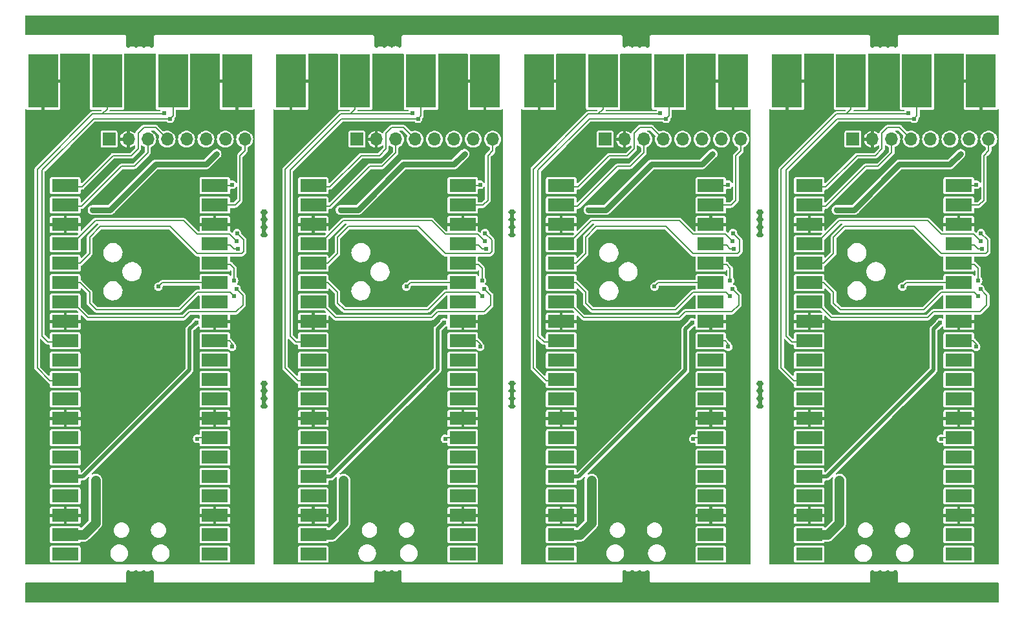
<source format=gtl>
G04 #@! TF.GenerationSoftware,KiCad,Pcbnew,7.0.1*
G04 #@! TF.CreationDate,2023-04-19T14:44:16-07:00*
G04 #@! TF.ProjectId,momentum_panel,6d6f6d65-6e74-4756-9d5f-70616e656c2e,A*
G04 #@! TF.SameCoordinates,Original*
G04 #@! TF.FileFunction,Copper,L1,Top*
G04 #@! TF.FilePolarity,Positive*
%FSLAX46Y46*%
G04 Gerber Fmt 4.6, Leading zero omitted, Abs format (unit mm)*
G04 Created by KiCad (PCBNEW 7.0.1) date 2023-04-19 14:44:16*
%MOMM*%
%LPD*%
G01*
G04 APERTURE LIST*
G04 #@! TA.AperFunction,SMDPad,CuDef*
%ADD10R,4.000000X7.000000*%
G04 #@! TD*
G04 #@! TA.AperFunction,SMDPad,CuDef*
%ADD11R,3.500000X1.700000*%
G04 #@! TD*
G04 #@! TA.AperFunction,ComponentPad*
%ADD12R,1.700000X1.700000*%
G04 #@! TD*
G04 #@! TA.AperFunction,ComponentPad*
%ADD13O,1.700000X1.700000*%
G04 #@! TD*
G04 #@! TA.AperFunction,ViaPad*
%ADD14C,0.609600*%
G04 #@! TD*
G04 #@! TA.AperFunction,ViaPad*
%ADD15C,1.016000*%
G04 #@! TD*
G04 #@! TA.AperFunction,ViaPad*
%ADD16C,0.762000*%
G04 #@! TD*
G04 #@! TA.AperFunction,Conductor*
%ADD17C,0.508000*%
G04 #@! TD*
G04 #@! TA.AperFunction,Conductor*
%ADD18C,0.762000*%
G04 #@! TD*
G04 #@! TA.AperFunction,Conductor*
%ADD19C,1.270000*%
G04 #@! TD*
G04 #@! TA.AperFunction,Conductor*
%ADD20C,0.203200*%
G04 #@! TD*
G04 APERTURE END LIST*
D10*
G04 #@! TO.P,J8,1,Pin_1*
G04 #@! TO.N,Board_0-GND*
X2540000Y-8810000D03*
G04 #@! TD*
G04 #@! TO.P,J8,1,Pin_1*
G04 #@! TO.N,Board_1-GND*
X35020000Y-8810000D03*
G04 #@! TD*
G04 #@! TO.P,J8,1,Pin_1*
G04 #@! TO.N,Board_2-GND*
X67500000Y-8810000D03*
G04 #@! TD*
G04 #@! TO.P,J8,1,Pin_1*
G04 #@! TO.N,Board_3-GND*
X99980000Y-8810000D03*
G04 #@! TD*
D11*
G04 #@! TO.P,A1,1,GPIO0*
G04 #@! TO.N,Board_1-unconnected-(A1-GPIO0-Pad1)*
X57510000Y-70786000D03*
G04 #@! TO.P,A1,2,GPIO1*
G04 #@! TO.N,Board_1-unconnected-(A1-GPIO1-Pad2)*
X57510000Y-68246000D03*
G04 #@! TO.P,A1,3,GND*
G04 #@! TO.N,Board_1-GND*
X57510000Y-65706000D03*
G04 #@! TO.P,A1,4,GPIO2*
G04 #@! TO.N,Board_1-unconnected-(A1-GPIO2-Pad4)*
X57510000Y-63166000D03*
G04 #@! TO.P,A1,5,GPIO3*
G04 #@! TO.N,Board_1-unconnected-(A1-GPIO3-Pad5)*
X57510000Y-60626000D03*
G04 #@! TO.P,A1,6,GPIO4*
G04 #@! TO.N,Board_1-unconnected-(A1-GPIO4-Pad6)*
X57510000Y-58086000D03*
G04 #@! TO.P,A1,7,GPIO5*
G04 #@! TO.N,Board_1-/SPK_EN*
X57510000Y-55546000D03*
G04 #@! TO.P,A1,8,GND*
G04 #@! TO.N,Board_1-GND*
X57510000Y-53006000D03*
G04 #@! TO.P,A1,9,GPIO6*
G04 #@! TO.N,Board_1-unconnected-(A1-GPIO6-Pad9)*
X57510000Y-50466000D03*
G04 #@! TO.P,A1,10,GPIO7*
G04 #@! TO.N,Board_1-unconnected-(A1-GPIO7-Pad10)*
X57510000Y-47926000D03*
G04 #@! TO.P,A1,11,GPIO8*
G04 #@! TO.N,Board_1-unconnected-(A1-GPIO8-Pad11)*
X57510000Y-45386000D03*
G04 #@! TO.P,A1,12,GPIO9*
G04 #@! TO.N,Board_1-/SPK_OUT*
X57510000Y-42846000D03*
G04 #@! TO.P,A1,13,GND*
G04 #@! TO.N,Board_1-GND*
X57510000Y-40306000D03*
G04 #@! TO.P,A1,14,GPIO10*
G04 #@! TO.N,Board_1-unconnected-(A1-GPIO10-Pad14)*
X57510000Y-37766000D03*
G04 #@! TO.P,A1,15,GPIO11*
G04 #@! TO.N,Board_1-/SD_DET*
X57510000Y-35226000D03*
G04 #@! TO.P,A1,16,GPIO12*
G04 #@! TO.N,Board_1-/SD_CMD*
X57510000Y-32686000D03*
G04 #@! TO.P,A1,17,GPIO13*
G04 #@! TO.N,Board_1-/SD_CLK*
X57510000Y-30146000D03*
G04 #@! TO.P,A1,18,GND*
G04 #@! TO.N,Board_1-GND*
X57510000Y-27606000D03*
G04 #@! TO.P,A1,19,GPIO14*
G04 #@! TO.N,Board_1-/IMU_INT*
X57510000Y-25066000D03*
G04 #@! TO.P,A1,20,GPIO15*
G04 #@! TO.N,Board_1-/STRIP_OUT*
X57510000Y-22526000D03*
G04 #@! TO.P,A1,21,GPIO16*
G04 #@! TO.N,Board_1-/IMU_SDA*
X37930000Y-22526000D03*
G04 #@! TO.P,A1,22,GPIO17*
G04 #@! TO.N,Board_1-/IMU_SCL*
X37930000Y-25066000D03*
G04 #@! TO.P,A1,23,GND*
G04 #@! TO.N,Board_1-GND*
X37930000Y-27606000D03*
G04 #@! TO.P,A1,24,GPIO18*
G04 #@! TO.N,Board_1-/SD_DAT0*
X37930000Y-30146000D03*
G04 #@! TO.P,A1,25,GPIO19*
G04 #@! TO.N,Board_1-/SD_DAT1*
X37930000Y-32686000D03*
G04 #@! TO.P,A1,26,GPIO20*
G04 #@! TO.N,Board_1-/SD_DAT2*
X37930000Y-35226000D03*
G04 #@! TO.P,A1,27,GPIO21*
G04 #@! TO.N,Board_1-/SD_DAT3*
X37930000Y-37766000D03*
G04 #@! TO.P,A1,28,GND*
G04 #@! TO.N,Board_1-GND*
X37930000Y-40306000D03*
G04 #@! TO.P,A1,29,GPIO22*
G04 #@! TO.N,Board_1-/BTN_A*
X37930000Y-42846000D03*
G04 #@! TO.P,A1,30,RUN*
G04 #@! TO.N,Board_1-unconnected-(A1-RUN-Pad30)*
X37930000Y-45386000D03*
G04 #@! TO.P,A1,31,GPIO26_ADC0*
G04 #@! TO.N,Board_1-/BTN_B*
X37930000Y-47926000D03*
G04 #@! TO.P,A1,32,GPIO27_ADC1*
G04 #@! TO.N,Board_1-unconnected-(A1-GPIO27_ADC1-Pad32)*
X37930000Y-50466000D03*
G04 #@! TO.P,A1,33,AGND*
G04 #@! TO.N,Board_1-GND*
X37930000Y-53006000D03*
G04 #@! TO.P,A1,34,GPIO28_ADC2*
G04 #@! TO.N,Board_1-unconnected-(A1-GPIO28_ADC2-Pad34)*
X37930000Y-55546000D03*
G04 #@! TO.P,A1,35,ADC_VREF*
G04 #@! TO.N,Board_1-unconnected-(A1-ADC_VREF-Pad35)*
X37930000Y-58086000D03*
G04 #@! TO.P,A1,36,3V3*
G04 #@! TO.N,Board_1-+3.3V*
X37930000Y-60626000D03*
G04 #@! TO.P,A1,37,3V3_EN*
G04 #@! TO.N,Board_1-unconnected-(A1-3V3_EN-Pad37)*
X37930000Y-63166000D03*
G04 #@! TO.P,A1,38,GND*
G04 #@! TO.N,Board_1-GND*
X37930000Y-65706000D03*
G04 #@! TO.P,A1,39,VSYS*
G04 #@! TO.N,Board_1-+5V*
X37930000Y-68246000D03*
G04 #@! TO.P,A1,40,VBUS*
G04 #@! TO.N,Board_1-unconnected-(A1-VBUS-Pad40)*
X37930000Y-70786000D03*
G04 #@! TD*
G04 #@! TO.P,A1,1,GPIO0*
G04 #@! TO.N,Board_0-unconnected-(A1-GPIO0-Pad1)*
X25030000Y-70786000D03*
G04 #@! TO.P,A1,2,GPIO1*
G04 #@! TO.N,Board_0-unconnected-(A1-GPIO1-Pad2)*
X25030000Y-68246000D03*
G04 #@! TO.P,A1,3,GND*
G04 #@! TO.N,Board_0-GND*
X25030000Y-65706000D03*
G04 #@! TO.P,A1,4,GPIO2*
G04 #@! TO.N,Board_0-unconnected-(A1-GPIO2-Pad4)*
X25030000Y-63166000D03*
G04 #@! TO.P,A1,5,GPIO3*
G04 #@! TO.N,Board_0-unconnected-(A1-GPIO3-Pad5)*
X25030000Y-60626000D03*
G04 #@! TO.P,A1,6,GPIO4*
G04 #@! TO.N,Board_0-unconnected-(A1-GPIO4-Pad6)*
X25030000Y-58086000D03*
G04 #@! TO.P,A1,7,GPIO5*
G04 #@! TO.N,Board_0-/SPK_EN*
X25030000Y-55546000D03*
G04 #@! TO.P,A1,8,GND*
G04 #@! TO.N,Board_0-GND*
X25030000Y-53006000D03*
G04 #@! TO.P,A1,9,GPIO6*
G04 #@! TO.N,Board_0-unconnected-(A1-GPIO6-Pad9)*
X25030000Y-50466000D03*
G04 #@! TO.P,A1,10,GPIO7*
G04 #@! TO.N,Board_0-unconnected-(A1-GPIO7-Pad10)*
X25030000Y-47926000D03*
G04 #@! TO.P,A1,11,GPIO8*
G04 #@! TO.N,Board_0-unconnected-(A1-GPIO8-Pad11)*
X25030000Y-45386000D03*
G04 #@! TO.P,A1,12,GPIO9*
G04 #@! TO.N,Board_0-/SPK_OUT*
X25030000Y-42846000D03*
G04 #@! TO.P,A1,13,GND*
G04 #@! TO.N,Board_0-GND*
X25030000Y-40306000D03*
G04 #@! TO.P,A1,14,GPIO10*
G04 #@! TO.N,Board_0-unconnected-(A1-GPIO10-Pad14)*
X25030000Y-37766000D03*
G04 #@! TO.P,A1,15,GPIO11*
G04 #@! TO.N,Board_0-/SD_DET*
X25030000Y-35226000D03*
G04 #@! TO.P,A1,16,GPIO12*
G04 #@! TO.N,Board_0-/SD_CMD*
X25030000Y-32686000D03*
G04 #@! TO.P,A1,17,GPIO13*
G04 #@! TO.N,Board_0-/SD_CLK*
X25030000Y-30146000D03*
G04 #@! TO.P,A1,18,GND*
G04 #@! TO.N,Board_0-GND*
X25030000Y-27606000D03*
G04 #@! TO.P,A1,19,GPIO14*
G04 #@! TO.N,Board_0-/IMU_INT*
X25030000Y-25066000D03*
G04 #@! TO.P,A1,20,GPIO15*
G04 #@! TO.N,Board_0-/STRIP_OUT*
X25030000Y-22526000D03*
G04 #@! TO.P,A1,21,GPIO16*
G04 #@! TO.N,Board_0-/IMU_SDA*
X5450000Y-22526000D03*
G04 #@! TO.P,A1,22,GPIO17*
G04 #@! TO.N,Board_0-/IMU_SCL*
X5450000Y-25066000D03*
G04 #@! TO.P,A1,23,GND*
G04 #@! TO.N,Board_0-GND*
X5450000Y-27606000D03*
G04 #@! TO.P,A1,24,GPIO18*
G04 #@! TO.N,Board_0-/SD_DAT0*
X5450000Y-30146000D03*
G04 #@! TO.P,A1,25,GPIO19*
G04 #@! TO.N,Board_0-/SD_DAT1*
X5450000Y-32686000D03*
G04 #@! TO.P,A1,26,GPIO20*
G04 #@! TO.N,Board_0-/SD_DAT2*
X5450000Y-35226000D03*
G04 #@! TO.P,A1,27,GPIO21*
G04 #@! TO.N,Board_0-/SD_DAT3*
X5450000Y-37766000D03*
G04 #@! TO.P,A1,28,GND*
G04 #@! TO.N,Board_0-GND*
X5450000Y-40306000D03*
G04 #@! TO.P,A1,29,GPIO22*
G04 #@! TO.N,Board_0-/BTN_A*
X5450000Y-42846000D03*
G04 #@! TO.P,A1,30,RUN*
G04 #@! TO.N,Board_0-unconnected-(A1-RUN-Pad30)*
X5450000Y-45386000D03*
G04 #@! TO.P,A1,31,GPIO26_ADC0*
G04 #@! TO.N,Board_0-/BTN_B*
X5450000Y-47926000D03*
G04 #@! TO.P,A1,32,GPIO27_ADC1*
G04 #@! TO.N,Board_0-unconnected-(A1-GPIO27_ADC1-Pad32)*
X5450000Y-50466000D03*
G04 #@! TO.P,A1,33,AGND*
G04 #@! TO.N,Board_0-GND*
X5450000Y-53006000D03*
G04 #@! TO.P,A1,34,GPIO28_ADC2*
G04 #@! TO.N,Board_0-unconnected-(A1-GPIO28_ADC2-Pad34)*
X5450000Y-55546000D03*
G04 #@! TO.P,A1,35,ADC_VREF*
G04 #@! TO.N,Board_0-unconnected-(A1-ADC_VREF-Pad35)*
X5450000Y-58086000D03*
G04 #@! TO.P,A1,36,3V3*
G04 #@! TO.N,Board_0-+3.3V*
X5450000Y-60626000D03*
G04 #@! TO.P,A1,37,3V3_EN*
G04 #@! TO.N,Board_0-unconnected-(A1-3V3_EN-Pad37)*
X5450000Y-63166000D03*
G04 #@! TO.P,A1,38,GND*
G04 #@! TO.N,Board_0-GND*
X5450000Y-65706000D03*
G04 #@! TO.P,A1,39,VSYS*
G04 #@! TO.N,Board_0-+5V*
X5450000Y-68246000D03*
G04 #@! TO.P,A1,40,VBUS*
G04 #@! TO.N,Board_0-unconnected-(A1-VBUS-Pad40)*
X5450000Y-70786000D03*
G04 #@! TD*
G04 #@! TO.P,A1,1,GPIO0*
G04 #@! TO.N,Board_3-unconnected-(A1-GPIO0-Pad1)*
X122470000Y-70786000D03*
G04 #@! TO.P,A1,2,GPIO1*
G04 #@! TO.N,Board_3-unconnected-(A1-GPIO1-Pad2)*
X122470000Y-68246000D03*
G04 #@! TO.P,A1,3,GND*
G04 #@! TO.N,Board_3-GND*
X122470000Y-65706000D03*
G04 #@! TO.P,A1,4,GPIO2*
G04 #@! TO.N,Board_3-unconnected-(A1-GPIO2-Pad4)*
X122470000Y-63166000D03*
G04 #@! TO.P,A1,5,GPIO3*
G04 #@! TO.N,Board_3-unconnected-(A1-GPIO3-Pad5)*
X122470000Y-60626000D03*
G04 #@! TO.P,A1,6,GPIO4*
G04 #@! TO.N,Board_3-unconnected-(A1-GPIO4-Pad6)*
X122470000Y-58086000D03*
G04 #@! TO.P,A1,7,GPIO5*
G04 #@! TO.N,Board_3-/SPK_EN*
X122470000Y-55546000D03*
G04 #@! TO.P,A1,8,GND*
G04 #@! TO.N,Board_3-GND*
X122470000Y-53006000D03*
G04 #@! TO.P,A1,9,GPIO6*
G04 #@! TO.N,Board_3-unconnected-(A1-GPIO6-Pad9)*
X122470000Y-50466000D03*
G04 #@! TO.P,A1,10,GPIO7*
G04 #@! TO.N,Board_3-unconnected-(A1-GPIO7-Pad10)*
X122470000Y-47926000D03*
G04 #@! TO.P,A1,11,GPIO8*
G04 #@! TO.N,Board_3-unconnected-(A1-GPIO8-Pad11)*
X122470000Y-45386000D03*
G04 #@! TO.P,A1,12,GPIO9*
G04 #@! TO.N,Board_3-/SPK_OUT*
X122470000Y-42846000D03*
G04 #@! TO.P,A1,13,GND*
G04 #@! TO.N,Board_3-GND*
X122470000Y-40306000D03*
G04 #@! TO.P,A1,14,GPIO10*
G04 #@! TO.N,Board_3-unconnected-(A1-GPIO10-Pad14)*
X122470000Y-37766000D03*
G04 #@! TO.P,A1,15,GPIO11*
G04 #@! TO.N,Board_3-/SD_DET*
X122470000Y-35226000D03*
G04 #@! TO.P,A1,16,GPIO12*
G04 #@! TO.N,Board_3-/SD_CMD*
X122470000Y-32686000D03*
G04 #@! TO.P,A1,17,GPIO13*
G04 #@! TO.N,Board_3-/SD_CLK*
X122470000Y-30146000D03*
G04 #@! TO.P,A1,18,GND*
G04 #@! TO.N,Board_3-GND*
X122470000Y-27606000D03*
G04 #@! TO.P,A1,19,GPIO14*
G04 #@! TO.N,Board_3-/IMU_INT*
X122470000Y-25066000D03*
G04 #@! TO.P,A1,20,GPIO15*
G04 #@! TO.N,Board_3-/STRIP_OUT*
X122470000Y-22526000D03*
G04 #@! TO.P,A1,21,GPIO16*
G04 #@! TO.N,Board_3-/IMU_SDA*
X102890000Y-22526000D03*
G04 #@! TO.P,A1,22,GPIO17*
G04 #@! TO.N,Board_3-/IMU_SCL*
X102890000Y-25066000D03*
G04 #@! TO.P,A1,23,GND*
G04 #@! TO.N,Board_3-GND*
X102890000Y-27606000D03*
G04 #@! TO.P,A1,24,GPIO18*
G04 #@! TO.N,Board_3-/SD_DAT0*
X102890000Y-30146000D03*
G04 #@! TO.P,A1,25,GPIO19*
G04 #@! TO.N,Board_3-/SD_DAT1*
X102890000Y-32686000D03*
G04 #@! TO.P,A1,26,GPIO20*
G04 #@! TO.N,Board_3-/SD_DAT2*
X102890000Y-35226000D03*
G04 #@! TO.P,A1,27,GPIO21*
G04 #@! TO.N,Board_3-/SD_DAT3*
X102890000Y-37766000D03*
G04 #@! TO.P,A1,28,GND*
G04 #@! TO.N,Board_3-GND*
X102890000Y-40306000D03*
G04 #@! TO.P,A1,29,GPIO22*
G04 #@! TO.N,Board_3-/BTN_A*
X102890000Y-42846000D03*
G04 #@! TO.P,A1,30,RUN*
G04 #@! TO.N,Board_3-unconnected-(A1-RUN-Pad30)*
X102890000Y-45386000D03*
G04 #@! TO.P,A1,31,GPIO26_ADC0*
G04 #@! TO.N,Board_3-/BTN_B*
X102890000Y-47926000D03*
G04 #@! TO.P,A1,32,GPIO27_ADC1*
G04 #@! TO.N,Board_3-unconnected-(A1-GPIO27_ADC1-Pad32)*
X102890000Y-50466000D03*
G04 #@! TO.P,A1,33,AGND*
G04 #@! TO.N,Board_3-GND*
X102890000Y-53006000D03*
G04 #@! TO.P,A1,34,GPIO28_ADC2*
G04 #@! TO.N,Board_3-unconnected-(A1-GPIO28_ADC2-Pad34)*
X102890000Y-55546000D03*
G04 #@! TO.P,A1,35,ADC_VREF*
G04 #@! TO.N,Board_3-unconnected-(A1-ADC_VREF-Pad35)*
X102890000Y-58086000D03*
G04 #@! TO.P,A1,36,3V3*
G04 #@! TO.N,Board_3-+3.3V*
X102890000Y-60626000D03*
G04 #@! TO.P,A1,37,3V3_EN*
G04 #@! TO.N,Board_3-unconnected-(A1-3V3_EN-Pad37)*
X102890000Y-63166000D03*
G04 #@! TO.P,A1,38,GND*
G04 #@! TO.N,Board_3-GND*
X102890000Y-65706000D03*
G04 #@! TO.P,A1,39,VSYS*
G04 #@! TO.N,Board_3-+5V*
X102890000Y-68246000D03*
G04 #@! TO.P,A1,40,VBUS*
G04 #@! TO.N,Board_3-unconnected-(A1-VBUS-Pad40)*
X102890000Y-70786000D03*
G04 #@! TD*
G04 #@! TO.P,A1,1,GPIO0*
G04 #@! TO.N,Board_2-unconnected-(A1-GPIO0-Pad1)*
X89990000Y-70786000D03*
G04 #@! TO.P,A1,2,GPIO1*
G04 #@! TO.N,Board_2-unconnected-(A1-GPIO1-Pad2)*
X89990000Y-68246000D03*
G04 #@! TO.P,A1,3,GND*
G04 #@! TO.N,Board_2-GND*
X89990000Y-65706000D03*
G04 #@! TO.P,A1,4,GPIO2*
G04 #@! TO.N,Board_2-unconnected-(A1-GPIO2-Pad4)*
X89990000Y-63166000D03*
G04 #@! TO.P,A1,5,GPIO3*
G04 #@! TO.N,Board_2-unconnected-(A1-GPIO3-Pad5)*
X89990000Y-60626000D03*
G04 #@! TO.P,A1,6,GPIO4*
G04 #@! TO.N,Board_2-unconnected-(A1-GPIO4-Pad6)*
X89990000Y-58086000D03*
G04 #@! TO.P,A1,7,GPIO5*
G04 #@! TO.N,Board_2-/SPK_EN*
X89990000Y-55546000D03*
G04 #@! TO.P,A1,8,GND*
G04 #@! TO.N,Board_2-GND*
X89990000Y-53006000D03*
G04 #@! TO.P,A1,9,GPIO6*
G04 #@! TO.N,Board_2-unconnected-(A1-GPIO6-Pad9)*
X89990000Y-50466000D03*
G04 #@! TO.P,A1,10,GPIO7*
G04 #@! TO.N,Board_2-unconnected-(A1-GPIO7-Pad10)*
X89990000Y-47926000D03*
G04 #@! TO.P,A1,11,GPIO8*
G04 #@! TO.N,Board_2-unconnected-(A1-GPIO8-Pad11)*
X89990000Y-45386000D03*
G04 #@! TO.P,A1,12,GPIO9*
G04 #@! TO.N,Board_2-/SPK_OUT*
X89990000Y-42846000D03*
G04 #@! TO.P,A1,13,GND*
G04 #@! TO.N,Board_2-GND*
X89990000Y-40306000D03*
G04 #@! TO.P,A1,14,GPIO10*
G04 #@! TO.N,Board_2-unconnected-(A1-GPIO10-Pad14)*
X89990000Y-37766000D03*
G04 #@! TO.P,A1,15,GPIO11*
G04 #@! TO.N,Board_2-/SD_DET*
X89990000Y-35226000D03*
G04 #@! TO.P,A1,16,GPIO12*
G04 #@! TO.N,Board_2-/SD_CMD*
X89990000Y-32686000D03*
G04 #@! TO.P,A1,17,GPIO13*
G04 #@! TO.N,Board_2-/SD_CLK*
X89990000Y-30146000D03*
G04 #@! TO.P,A1,18,GND*
G04 #@! TO.N,Board_2-GND*
X89990000Y-27606000D03*
G04 #@! TO.P,A1,19,GPIO14*
G04 #@! TO.N,Board_2-/IMU_INT*
X89990000Y-25066000D03*
G04 #@! TO.P,A1,20,GPIO15*
G04 #@! TO.N,Board_2-/STRIP_OUT*
X89990000Y-22526000D03*
G04 #@! TO.P,A1,21,GPIO16*
G04 #@! TO.N,Board_2-/IMU_SDA*
X70410000Y-22526000D03*
G04 #@! TO.P,A1,22,GPIO17*
G04 #@! TO.N,Board_2-/IMU_SCL*
X70410000Y-25066000D03*
G04 #@! TO.P,A1,23,GND*
G04 #@! TO.N,Board_2-GND*
X70410000Y-27606000D03*
G04 #@! TO.P,A1,24,GPIO18*
G04 #@! TO.N,Board_2-/SD_DAT0*
X70410000Y-30146000D03*
G04 #@! TO.P,A1,25,GPIO19*
G04 #@! TO.N,Board_2-/SD_DAT1*
X70410000Y-32686000D03*
G04 #@! TO.P,A1,26,GPIO20*
G04 #@! TO.N,Board_2-/SD_DAT2*
X70410000Y-35226000D03*
G04 #@! TO.P,A1,27,GPIO21*
G04 #@! TO.N,Board_2-/SD_DAT3*
X70410000Y-37766000D03*
G04 #@! TO.P,A1,28,GND*
G04 #@! TO.N,Board_2-GND*
X70410000Y-40306000D03*
G04 #@! TO.P,A1,29,GPIO22*
G04 #@! TO.N,Board_2-/BTN_A*
X70410000Y-42846000D03*
G04 #@! TO.P,A1,30,RUN*
G04 #@! TO.N,Board_2-unconnected-(A1-RUN-Pad30)*
X70410000Y-45386000D03*
G04 #@! TO.P,A1,31,GPIO26_ADC0*
G04 #@! TO.N,Board_2-/BTN_B*
X70410000Y-47926000D03*
G04 #@! TO.P,A1,32,GPIO27_ADC1*
G04 #@! TO.N,Board_2-unconnected-(A1-GPIO27_ADC1-Pad32)*
X70410000Y-50466000D03*
G04 #@! TO.P,A1,33,AGND*
G04 #@! TO.N,Board_2-GND*
X70410000Y-53006000D03*
G04 #@! TO.P,A1,34,GPIO28_ADC2*
G04 #@! TO.N,Board_2-unconnected-(A1-GPIO28_ADC2-Pad34)*
X70410000Y-55546000D03*
G04 #@! TO.P,A1,35,ADC_VREF*
G04 #@! TO.N,Board_2-unconnected-(A1-ADC_VREF-Pad35)*
X70410000Y-58086000D03*
G04 #@! TO.P,A1,36,3V3*
G04 #@! TO.N,Board_2-+3.3V*
X70410000Y-60626000D03*
G04 #@! TO.P,A1,37,3V3_EN*
G04 #@! TO.N,Board_2-unconnected-(A1-3V3_EN-Pad37)*
X70410000Y-63166000D03*
G04 #@! TO.P,A1,38,GND*
G04 #@! TO.N,Board_2-GND*
X70410000Y-65706000D03*
G04 #@! TO.P,A1,39,VSYS*
G04 #@! TO.N,Board_2-+5V*
X70410000Y-68246000D03*
G04 #@! TO.P,A1,40,VBUS*
G04 #@! TO.N,Board_2-unconnected-(A1-VBUS-Pad40)*
X70410000Y-70786000D03*
G04 #@! TD*
D10*
G04 #@! TO.P,J6,1,Pin_1*
G04 #@! TO.N,Board_1-GND*
X60420000Y-8810000D03*
G04 #@! TD*
G04 #@! TO.P,J6,1,Pin_1*
G04 #@! TO.N,Board_2-GND*
X92900000Y-8810000D03*
G04 #@! TD*
G04 #@! TO.P,J6,1,Pin_1*
G04 #@! TO.N,Board_0-GND*
X27940000Y-8810000D03*
G04 #@! TD*
G04 #@! TO.P,J6,1,Pin_1*
G04 #@! TO.N,Board_3-GND*
X125380000Y-8810000D03*
G04 #@! TD*
G04 #@! TO.P,J7,1,Pin_1*
G04 #@! TO.N,Board_1-/BTN_B*
X43402000Y-8810000D03*
G04 #@! TD*
G04 #@! TO.P,J7,1,Pin_1*
G04 #@! TO.N,Board_3-/BTN_B*
X108362000Y-8810000D03*
G04 #@! TD*
G04 #@! TO.P,J7,1,Pin_1*
G04 #@! TO.N,Board_0-/BTN_B*
X10922000Y-8810000D03*
G04 #@! TD*
G04 #@! TO.P,J7,1,Pin_1*
G04 #@! TO.N,Board_2-/BTN_B*
X75882000Y-8810000D03*
G04 #@! TD*
G04 #@! TO.P,J5,1,Pin_1*
G04 #@! TO.N,Board_3-/BTN_A*
X116998000Y-8810000D03*
G04 #@! TD*
G04 #@! TO.P,J5,1,Pin_1*
G04 #@! TO.N,Board_2-/BTN_A*
X84518000Y-8810000D03*
G04 #@! TD*
G04 #@! TO.P,J5,1,Pin_1*
G04 #@! TO.N,Board_1-/BTN_A*
X52038000Y-8810000D03*
G04 #@! TD*
G04 #@! TO.P,J5,1,Pin_1*
G04 #@! TO.N,Board_0-/BTN_A*
X19558000Y-8810000D03*
G04 #@! TD*
D12*
G04 #@! TO.P,A2,1,VCC*
G04 #@! TO.N,Board_0-+5V*
X11176000Y-16430000D03*
D13*
G04 #@! TO.P,A2,2,GND*
G04 #@! TO.N,Board_0-GND*
X13716000Y-16430000D03*
G04 #@! TO.P,A2,3,SCL*
G04 #@! TO.N,Board_0-/IMU_SCL*
X16256000Y-16430000D03*
G04 #@! TO.P,A2,4,SDA*
G04 #@! TO.N,Board_0-/IMU_SDA*
X18796000Y-16430000D03*
G04 #@! TO.P,A2,5,XDA*
G04 #@! TO.N,Board_0-unconnected-(A2-XDA-Pad5)*
X21336000Y-16430000D03*
G04 #@! TO.P,A2,6,XCL*
G04 #@! TO.N,Board_0-unconnected-(A2-XCL-Pad6)*
X23876000Y-16430000D03*
G04 #@! TO.P,A2,7,AD0*
G04 #@! TO.N,Board_0-/IMU_ADDR*
X26416000Y-16430000D03*
G04 #@! TO.P,A2,8,INT*
G04 #@! TO.N,Board_0-/IMU_INT*
X28956000Y-16430000D03*
G04 #@! TD*
D12*
G04 #@! TO.P,A2,1,VCC*
G04 #@! TO.N,Board_1-+5V*
X43656000Y-16430000D03*
D13*
G04 #@! TO.P,A2,2,GND*
G04 #@! TO.N,Board_1-GND*
X46196000Y-16430000D03*
G04 #@! TO.P,A2,3,SCL*
G04 #@! TO.N,Board_1-/IMU_SCL*
X48736000Y-16430000D03*
G04 #@! TO.P,A2,4,SDA*
G04 #@! TO.N,Board_1-/IMU_SDA*
X51276000Y-16430000D03*
G04 #@! TO.P,A2,5,XDA*
G04 #@! TO.N,Board_1-unconnected-(A2-XDA-Pad5)*
X53816000Y-16430000D03*
G04 #@! TO.P,A2,6,XCL*
G04 #@! TO.N,Board_1-unconnected-(A2-XCL-Pad6)*
X56356000Y-16430000D03*
G04 #@! TO.P,A2,7,AD0*
G04 #@! TO.N,Board_1-/IMU_ADDR*
X58896000Y-16430000D03*
G04 #@! TO.P,A2,8,INT*
G04 #@! TO.N,Board_1-/IMU_INT*
X61436000Y-16430000D03*
G04 #@! TD*
D12*
G04 #@! TO.P,A2,1,VCC*
G04 #@! TO.N,Board_2-+5V*
X76136000Y-16430000D03*
D13*
G04 #@! TO.P,A2,2,GND*
G04 #@! TO.N,Board_2-GND*
X78676000Y-16430000D03*
G04 #@! TO.P,A2,3,SCL*
G04 #@! TO.N,Board_2-/IMU_SCL*
X81216000Y-16430000D03*
G04 #@! TO.P,A2,4,SDA*
G04 #@! TO.N,Board_2-/IMU_SDA*
X83756000Y-16430000D03*
G04 #@! TO.P,A2,5,XDA*
G04 #@! TO.N,Board_2-unconnected-(A2-XDA-Pad5)*
X86296000Y-16430000D03*
G04 #@! TO.P,A2,6,XCL*
G04 #@! TO.N,Board_2-unconnected-(A2-XCL-Pad6)*
X88836000Y-16430000D03*
G04 #@! TO.P,A2,7,AD0*
G04 #@! TO.N,Board_2-/IMU_ADDR*
X91376000Y-16430000D03*
G04 #@! TO.P,A2,8,INT*
G04 #@! TO.N,Board_2-/IMU_INT*
X93916000Y-16430000D03*
G04 #@! TD*
D12*
G04 #@! TO.P,A2,1,VCC*
G04 #@! TO.N,Board_3-+5V*
X108616000Y-16430000D03*
D13*
G04 #@! TO.P,A2,2,GND*
G04 #@! TO.N,Board_3-GND*
X111156000Y-16430000D03*
G04 #@! TO.P,A2,3,SCL*
G04 #@! TO.N,Board_3-/IMU_SCL*
X113696000Y-16430000D03*
G04 #@! TO.P,A2,4,SDA*
G04 #@! TO.N,Board_3-/IMU_SDA*
X116236000Y-16430000D03*
G04 #@! TO.P,A2,5,XDA*
G04 #@! TO.N,Board_3-unconnected-(A2-XDA-Pad5)*
X118776000Y-16430000D03*
G04 #@! TO.P,A2,6,XCL*
G04 #@! TO.N,Board_3-unconnected-(A2-XCL-Pad6)*
X121316000Y-16430000D03*
G04 #@! TO.P,A2,7,AD0*
G04 #@! TO.N,Board_3-/IMU_ADDR*
X123856000Y-16430000D03*
G04 #@! TO.P,A2,8,INT*
G04 #@! TO.N,Board_3-/IMU_INT*
X126396000Y-16430000D03*
G04 #@! TD*
D14*
G04 #@! TO.N,Board_0-+3.3V*
X22606000Y-40433000D03*
D15*
G04 #@! TO.N,Board_0-+5V*
X9398000Y-61134000D03*
D16*
X9017000Y-25701000D03*
D14*
X25273000Y-18335000D03*
G04 #@! TO.N,Board_0-/BTN_A*
X19177000Y-13763000D03*
G04 #@! TO.N,Board_0-/BTN_B*
X18415000Y-13001000D03*
G04 #@! TO.N,Board_0-/SD_CLK*
X28067000Y-30781000D03*
G04 #@! TO.N,Board_0-/SD_CMD*
X27559000Y-34956000D03*
G04 #@! TO.N,Board_0-/SD_DAT0*
X27899300Y-29805700D03*
G04 #@! TO.N,Board_0-/SD_DAT1*
X27940000Y-28749000D03*
G04 #@! TO.N,Board_0-/SD_DAT2*
X27559000Y-37004000D03*
G04 #@! TO.N,Board_0-/SD_DAT3*
X27880999Y-36055999D03*
G04 #@! TO.N,Board_0-/SD_DET*
X17653000Y-35734000D03*
G04 #@! TO.N,Board_0-/SPK_EN*
X22733000Y-55673000D03*
G04 #@! TO.N,Board_0-/SPK_OUT*
X27305000Y-43608000D03*
G04 #@! TO.N,Board_0-/STRIP_OUT*
X27305000Y-22399000D03*
G04 #@! TO.N,Board_0-GND*
X17780000Y-25320000D03*
X10922000Y-48180000D03*
D16*
X5715000Y-65833000D03*
D14*
X635000Y-58340000D03*
X21209000Y-40560000D03*
X27432000Y-18208000D03*
X29845000Y-58340000D03*
X12700000Y-50720000D03*
X27415000Y-48589400D03*
X635000Y-60880000D03*
D16*
X24494000Y-65988400D03*
D14*
X7874000Y-33956000D03*
X27288000Y-62559400D03*
X6350000Y-8810000D03*
X22733000Y-23796000D03*
X29337000Y-49450000D03*
X15240000Y-43100000D03*
X9652000Y-14652000D03*
X635000Y-45640000D03*
X15240000Y-30400000D03*
X6350000Y-11350000D03*
X15240000Y-45640000D03*
X18796000Y-54276000D03*
X635000Y-15160000D03*
X19414000Y-62178400D03*
X17780000Y-60880000D03*
X635000Y-32940000D03*
X23495000Y-13001000D03*
X635000Y-43100000D03*
X27432000Y-20494000D03*
X29845000Y-44370000D03*
X7874000Y-31035000D03*
X15240000Y-60880000D03*
X5715000Y-15160000D03*
X13970000Y-6270000D03*
X15240000Y-65960000D03*
X17780000Y-45640000D03*
X635000Y-38020000D03*
X2921000Y-46402000D03*
X17780000Y-63420000D03*
X635000Y-17700000D03*
X17780000Y-30400000D03*
X635000Y-55800000D03*
X635000Y-20240000D03*
X27432000Y-23923000D03*
X635000Y-35480000D03*
X1092200Y-27860000D03*
X12700000Y-43100000D03*
X1092200Y-25320000D03*
X29514800Y-27707600D03*
X635000Y-40560000D03*
X29845000Y-60880000D03*
X24892000Y-8810000D03*
X17780000Y-40560000D03*
X29845000Y-38020000D03*
X15240000Y-68500000D03*
X15240000Y-38020000D03*
X1092200Y-30400000D03*
X1016000Y-50720000D03*
X25146000Y-15033000D03*
X17780000Y-48180000D03*
X15240000Y-58340000D03*
X3175000Y-27733000D03*
X9652000Y-21891000D03*
X12700000Y-65960000D03*
X22606000Y-47037000D03*
X13208000Y-63420000D03*
X17780000Y-32940000D03*
X22589000Y-62178400D03*
X15240000Y-71040000D03*
X29845000Y-55800000D03*
X17780000Y-43100000D03*
X3556000Y-17192000D03*
X20684000Y-62178400D03*
X13970000Y-8810000D03*
X7874000Y-36877000D03*
X17780000Y-51990000D03*
X15240000Y-63420000D03*
X635000Y-53260000D03*
X17780000Y-22780000D03*
X13970000Y-14652000D03*
X15240000Y-25320000D03*
X15240000Y-40560000D03*
X29845000Y-35480000D03*
X22716000Y-53415400D03*
X29083000Y-23034000D03*
X27940000Y-32178000D03*
X635000Y-63420000D03*
X22225000Y-11731000D03*
X6350000Y-6270000D03*
X2921000Y-43735000D03*
X29210000Y-15033000D03*
X3175000Y-40433000D03*
X1016000Y-48180000D03*
X17780000Y-65960000D03*
X23368000Y-18208000D03*
X635000Y-22780000D03*
X29845000Y-63420000D03*
X8001000Y-61642000D03*
X22225000Y-5635000D03*
X22606000Y-43735000D03*
X13970000Y-11350000D03*
X7874000Y-63420000D03*
X10160000Y-40560000D03*
X12700000Y-40560000D03*
G04 #@! TO.N,Board_1-+3.3V*
X55086000Y-40433000D03*
D15*
G04 #@! TO.N,Board_1-+5V*
X41878000Y-61134000D03*
D16*
X41497000Y-25701000D03*
D14*
X57753000Y-18335000D03*
G04 #@! TO.N,Board_1-/BTN_A*
X51657000Y-13763000D03*
G04 #@! TO.N,Board_1-/BTN_B*
X50895000Y-13001000D03*
G04 #@! TO.N,Board_1-/SD_CLK*
X60547000Y-30781000D03*
G04 #@! TO.N,Board_1-/SD_CMD*
X60039000Y-34956000D03*
G04 #@! TO.N,Board_1-/SD_DAT0*
X60379300Y-29805700D03*
G04 #@! TO.N,Board_1-/SD_DAT1*
X60420000Y-28749000D03*
G04 #@! TO.N,Board_1-/SD_DAT2*
X60039000Y-37004000D03*
G04 #@! TO.N,Board_1-/SD_DAT3*
X60360999Y-36055999D03*
G04 #@! TO.N,Board_1-/SD_DET*
X50133000Y-35734000D03*
G04 #@! TO.N,Board_1-/SPK_EN*
X55213000Y-55673000D03*
G04 #@! TO.N,Board_1-/SPK_OUT*
X59785000Y-43608000D03*
G04 #@! TO.N,Board_1-/STRIP_OUT*
X59785000Y-22399000D03*
G04 #@! TO.N,Board_1-GND*
X50260000Y-25320000D03*
X43402000Y-48180000D03*
D16*
X38195000Y-65833000D03*
D14*
X33115000Y-58340000D03*
X53689000Y-40560000D03*
X59912000Y-18208000D03*
X62325000Y-58340000D03*
X45180000Y-50720000D03*
X59895000Y-48589400D03*
X33115000Y-60880000D03*
D16*
X56974000Y-65988400D03*
D14*
X40354000Y-33956000D03*
X59768000Y-62559400D03*
X38830000Y-8810000D03*
X55213000Y-23796000D03*
X61817000Y-49450000D03*
X47720000Y-43100000D03*
X42132000Y-14652000D03*
X33115000Y-45640000D03*
X47720000Y-30400000D03*
X38830000Y-11350000D03*
X47720000Y-45640000D03*
X51276000Y-54276000D03*
X33115000Y-15160000D03*
X51894000Y-62178400D03*
X50260000Y-60880000D03*
X33115000Y-32940000D03*
X55975000Y-13001000D03*
X33115000Y-43100000D03*
X59912000Y-20494000D03*
X62325000Y-44370000D03*
X40354000Y-31035000D03*
X47720000Y-60880000D03*
X38195000Y-15160000D03*
X46450000Y-6270000D03*
X47720000Y-65960000D03*
X50260000Y-45640000D03*
X33115000Y-38020000D03*
X35401000Y-46402000D03*
X50260000Y-63420000D03*
X33115000Y-17700000D03*
X50260000Y-30400000D03*
X33115000Y-55800000D03*
X33115000Y-20240000D03*
X59912000Y-23923000D03*
X33115000Y-35480000D03*
X33572200Y-27860000D03*
X45180000Y-43100000D03*
X33572200Y-25320000D03*
X61994800Y-27707600D03*
X33115000Y-40560000D03*
X62325000Y-60880000D03*
X57372000Y-8810000D03*
X50260000Y-40560000D03*
X62325000Y-38020000D03*
X47720000Y-68500000D03*
X47720000Y-38020000D03*
X33572200Y-30400000D03*
X33496000Y-50720000D03*
X57626000Y-15033000D03*
X50260000Y-48180000D03*
X47720000Y-58340000D03*
X35655000Y-27733000D03*
X42132000Y-21891000D03*
X45180000Y-65960000D03*
X55086000Y-47037000D03*
X45688000Y-63420000D03*
X50260000Y-32940000D03*
X55069000Y-62178400D03*
X47720000Y-71040000D03*
X62325000Y-55800000D03*
X50260000Y-43100000D03*
X36036000Y-17192000D03*
X53164000Y-62178400D03*
X46450000Y-8810000D03*
X40354000Y-36877000D03*
X50260000Y-51990000D03*
X47720000Y-63420000D03*
X33115000Y-53260000D03*
X50260000Y-22780000D03*
X46450000Y-14652000D03*
X47720000Y-25320000D03*
X47720000Y-40560000D03*
X62325000Y-35480000D03*
X55196000Y-53415400D03*
X61563000Y-23034000D03*
X60420000Y-32178000D03*
X33115000Y-63420000D03*
X54705000Y-11731000D03*
X38830000Y-6270000D03*
X35401000Y-43735000D03*
X61690000Y-15033000D03*
X35655000Y-40433000D03*
X33496000Y-48180000D03*
X50260000Y-65960000D03*
X55848000Y-18208000D03*
X33115000Y-22780000D03*
X62325000Y-63420000D03*
X40481000Y-61642000D03*
X54705000Y-5635000D03*
X55086000Y-43735000D03*
X46450000Y-11350000D03*
X40354000Y-63420000D03*
X42640000Y-40560000D03*
X45180000Y-40560000D03*
G04 #@! TO.N,Board_2-+3.3V*
X87566000Y-40433000D03*
D15*
G04 #@! TO.N,Board_2-+5V*
X74358000Y-61134000D03*
D16*
X73977000Y-25701000D03*
D14*
X90233000Y-18335000D03*
G04 #@! TO.N,Board_2-/BTN_A*
X84137000Y-13763000D03*
G04 #@! TO.N,Board_2-/BTN_B*
X83375000Y-13001000D03*
G04 #@! TO.N,Board_2-/SD_CLK*
X93027000Y-30781000D03*
G04 #@! TO.N,Board_2-/SD_CMD*
X92519000Y-34956000D03*
G04 #@! TO.N,Board_2-/SD_DAT0*
X92859300Y-29805700D03*
G04 #@! TO.N,Board_2-/SD_DAT1*
X92900000Y-28749000D03*
G04 #@! TO.N,Board_2-/SD_DAT2*
X92519000Y-37004000D03*
G04 #@! TO.N,Board_2-/SD_DAT3*
X92840999Y-36055999D03*
G04 #@! TO.N,Board_2-/SD_DET*
X82613000Y-35734000D03*
G04 #@! TO.N,Board_2-/SPK_EN*
X87693000Y-55673000D03*
G04 #@! TO.N,Board_2-/SPK_OUT*
X92265000Y-43608000D03*
G04 #@! TO.N,Board_2-/STRIP_OUT*
X92265000Y-22399000D03*
G04 #@! TO.N,Board_2-GND*
X82740000Y-25320000D03*
X75882000Y-48180000D03*
D16*
X70675000Y-65833000D03*
D14*
X65595000Y-58340000D03*
X86169000Y-40560000D03*
X92392000Y-18208000D03*
X94805000Y-58340000D03*
X77660000Y-50720000D03*
X92375000Y-48589400D03*
X65595000Y-60880000D03*
D16*
X89454000Y-65988400D03*
D14*
X72834000Y-33956000D03*
X92248000Y-62559400D03*
X71310000Y-8810000D03*
X87693000Y-23796000D03*
X94297000Y-49450000D03*
X80200000Y-43100000D03*
X74612000Y-14652000D03*
X65595000Y-45640000D03*
X80200000Y-30400000D03*
X71310000Y-11350000D03*
X80200000Y-45640000D03*
X83756000Y-54276000D03*
X65595000Y-15160000D03*
X84374000Y-62178400D03*
X82740000Y-60880000D03*
X65595000Y-32940000D03*
X88455000Y-13001000D03*
X65595000Y-43100000D03*
X92392000Y-20494000D03*
X94805000Y-44370000D03*
X72834000Y-31035000D03*
X80200000Y-60880000D03*
X70675000Y-15160000D03*
X78930000Y-6270000D03*
X80200000Y-65960000D03*
X82740000Y-45640000D03*
X65595000Y-38020000D03*
X67881000Y-46402000D03*
X82740000Y-63420000D03*
X65595000Y-17700000D03*
X82740000Y-30400000D03*
X65595000Y-55800000D03*
X65595000Y-20240000D03*
X92392000Y-23923000D03*
X65595000Y-35480000D03*
X66052200Y-27860000D03*
X77660000Y-43100000D03*
X66052200Y-25320000D03*
X94474800Y-27707600D03*
X65595000Y-40560000D03*
X94805000Y-60880000D03*
X89852000Y-8810000D03*
X82740000Y-40560000D03*
X94805000Y-38020000D03*
X80200000Y-68500000D03*
X80200000Y-38020000D03*
X66052200Y-30400000D03*
X65976000Y-50720000D03*
X90106000Y-15033000D03*
X82740000Y-48180000D03*
X80200000Y-58340000D03*
X68135000Y-27733000D03*
X74612000Y-21891000D03*
X77660000Y-65960000D03*
X87566000Y-47037000D03*
X78168000Y-63420000D03*
X82740000Y-32940000D03*
X87549000Y-62178400D03*
X80200000Y-71040000D03*
X94805000Y-55800000D03*
X82740000Y-43100000D03*
X68516000Y-17192000D03*
X85644000Y-62178400D03*
X78930000Y-8810000D03*
X72834000Y-36877000D03*
X82740000Y-51990000D03*
X80200000Y-63420000D03*
X65595000Y-53260000D03*
X82740000Y-22780000D03*
X78930000Y-14652000D03*
X80200000Y-25320000D03*
X80200000Y-40560000D03*
X94805000Y-35480000D03*
X87676000Y-53415400D03*
X94043000Y-23034000D03*
X92900000Y-32178000D03*
X65595000Y-63420000D03*
X87185000Y-11731000D03*
X71310000Y-6270000D03*
X67881000Y-43735000D03*
X94170000Y-15033000D03*
X68135000Y-40433000D03*
X65976000Y-48180000D03*
X82740000Y-65960000D03*
X88328000Y-18208000D03*
X65595000Y-22780000D03*
X94805000Y-63420000D03*
X72961000Y-61642000D03*
X87185000Y-5635000D03*
X87566000Y-43735000D03*
X78930000Y-11350000D03*
X72834000Y-63420000D03*
X75120000Y-40560000D03*
X77660000Y-40560000D03*
G04 #@! TO.N,Board_3-+3.3V*
X120046000Y-40433000D03*
D15*
G04 #@! TO.N,Board_3-+5V*
X106838000Y-61134000D03*
D16*
X106457000Y-25701000D03*
D14*
X122713000Y-18335000D03*
G04 #@! TO.N,Board_3-/BTN_A*
X116617000Y-13763000D03*
G04 #@! TO.N,Board_3-/BTN_B*
X115855000Y-13001000D03*
G04 #@! TO.N,Board_3-/SD_CLK*
X125507000Y-30781000D03*
G04 #@! TO.N,Board_3-/SD_CMD*
X124999000Y-34956000D03*
G04 #@! TO.N,Board_3-/SD_DAT0*
X125339300Y-29805700D03*
G04 #@! TO.N,Board_3-/SD_DAT1*
X125380000Y-28749000D03*
G04 #@! TO.N,Board_3-/SD_DAT2*
X124999000Y-37004000D03*
G04 #@! TO.N,Board_3-/SD_DAT3*
X125320999Y-36055999D03*
G04 #@! TO.N,Board_3-/SD_DET*
X115093000Y-35734000D03*
G04 #@! TO.N,Board_3-/SPK_EN*
X120173000Y-55673000D03*
G04 #@! TO.N,Board_3-/SPK_OUT*
X124745000Y-43608000D03*
G04 #@! TO.N,Board_3-/STRIP_OUT*
X124745000Y-22399000D03*
G04 #@! TO.N,Board_3-GND*
X115220000Y-25320000D03*
X108362000Y-48180000D03*
D16*
X103155000Y-65833000D03*
D14*
X98075000Y-58340000D03*
X118649000Y-40560000D03*
X124872000Y-18208000D03*
X127285000Y-58340000D03*
X110140000Y-50720000D03*
X124855000Y-48589400D03*
X98075000Y-60880000D03*
D16*
X121934000Y-65988400D03*
D14*
X105314000Y-33956000D03*
X124728000Y-62559400D03*
X103790000Y-8810000D03*
X120173000Y-23796000D03*
X126777000Y-49450000D03*
X112680000Y-43100000D03*
X107092000Y-14652000D03*
X98075000Y-45640000D03*
X112680000Y-30400000D03*
X103790000Y-11350000D03*
X112680000Y-45640000D03*
X116236000Y-54276000D03*
X98075000Y-15160000D03*
X116854000Y-62178400D03*
X115220000Y-60880000D03*
X98075000Y-32940000D03*
X120935000Y-13001000D03*
X98075000Y-43100000D03*
X124872000Y-20494000D03*
X127285000Y-44370000D03*
X105314000Y-31035000D03*
X112680000Y-60880000D03*
X103155000Y-15160000D03*
X111410000Y-6270000D03*
X112680000Y-65960000D03*
X115220000Y-45640000D03*
X98075000Y-38020000D03*
X100361000Y-46402000D03*
X115220000Y-63420000D03*
X98075000Y-17700000D03*
X115220000Y-30400000D03*
X98075000Y-55800000D03*
X98075000Y-20240000D03*
X124872000Y-23923000D03*
X98075000Y-35480000D03*
X98532200Y-27860000D03*
X110140000Y-43100000D03*
X98532200Y-25320000D03*
X126954800Y-27707600D03*
X98075000Y-40560000D03*
X127285000Y-60880000D03*
X122332000Y-8810000D03*
X115220000Y-40560000D03*
X127285000Y-38020000D03*
X112680000Y-68500000D03*
X112680000Y-38020000D03*
X98532200Y-30400000D03*
X98456000Y-50720000D03*
X122586000Y-15033000D03*
X115220000Y-48180000D03*
X112680000Y-58340000D03*
X100615000Y-27733000D03*
X107092000Y-21891000D03*
X110140000Y-65960000D03*
X120046000Y-47037000D03*
X110648000Y-63420000D03*
X115220000Y-32940000D03*
X120029000Y-62178400D03*
X112680000Y-71040000D03*
X127285000Y-55800000D03*
X115220000Y-43100000D03*
X100996000Y-17192000D03*
X118124000Y-62178400D03*
X111410000Y-8810000D03*
X105314000Y-36877000D03*
X115220000Y-51990000D03*
X112680000Y-63420000D03*
X98075000Y-53260000D03*
X115220000Y-22780000D03*
X111410000Y-14652000D03*
X112680000Y-25320000D03*
X112680000Y-40560000D03*
X127285000Y-35480000D03*
X120156000Y-53415400D03*
X126523000Y-23034000D03*
X125380000Y-32178000D03*
X98075000Y-63420000D03*
X119665000Y-11731000D03*
X103790000Y-6270000D03*
X100361000Y-43735000D03*
X126650000Y-15033000D03*
X100615000Y-40433000D03*
X98456000Y-48180000D03*
X115220000Y-65960000D03*
X120808000Y-18208000D03*
X98075000Y-22780000D03*
X127285000Y-63420000D03*
X105441000Y-61642000D03*
X119665000Y-5635000D03*
X120046000Y-43735000D03*
X111410000Y-11350000D03*
X105314000Y-63420000D03*
X107600000Y-40560000D03*
X110140000Y-40560000D03*
G04 #@! TD*
D17*
G04 #@! TO.N,Board_0-+3.3V*
X21717000Y-41322000D02*
X22606000Y-40433000D01*
X21717000Y-46656000D02*
X21717000Y-41322000D01*
X7747000Y-60626000D02*
X21717000Y-46656000D01*
X6350000Y-60626000D02*
X7747000Y-60626000D01*
D18*
G04 #@! TO.N,Board_0-+5V*
X25273000Y-18335000D02*
X23876000Y-19732000D01*
X17272000Y-19732000D02*
X11303000Y-25701000D01*
D19*
X9398000Y-61134000D02*
X9398000Y-66722000D01*
D18*
X11303000Y-25701000D02*
X9017000Y-25701000D01*
X23876000Y-19732000D02*
X17272000Y-19732000D01*
D19*
X7874000Y-68246000D02*
X6350000Y-68246000D01*
X9398000Y-66722000D02*
X7874000Y-68246000D01*
D20*
G04 #@! TO.N,Board_0-/BTN_A*
X3203400Y-43001400D02*
X6350000Y-43001400D01*
X19558000Y-8810000D02*
X19558000Y-13382000D01*
X19177000Y-13763000D02*
X9144000Y-13763000D01*
X2413000Y-42211000D02*
X3203400Y-43001400D01*
X9144000Y-13763000D02*
X2413000Y-20494000D01*
X19558000Y-13382000D02*
X19177000Y-13763000D01*
X2413000Y-20494000D02*
X2413000Y-42211000D01*
G04 #@! TO.N,Board_0-/BTN_B*
X3457400Y-48081400D02*
X6350000Y-48081400D01*
X1778000Y-46402000D02*
X3457400Y-48081400D01*
X10287000Y-13128000D02*
X10160000Y-13128000D01*
X10160000Y-13128000D02*
X9017000Y-13128000D01*
X18288000Y-13128000D02*
X18415000Y-13001000D01*
X10922000Y-12493000D02*
X10287000Y-13128000D01*
X10160000Y-13128000D02*
X18288000Y-13128000D01*
X1778000Y-20367000D02*
X1778000Y-46402000D01*
X9017000Y-13128000D02*
X1778000Y-20367000D01*
X10922000Y-8810000D02*
X10922000Y-12493000D01*
G04 #@! TO.N,Board_0-/IMU_INT*
X24130000Y-25066000D02*
X27686000Y-25066000D01*
X28321000Y-18589000D02*
X28956000Y-17954000D01*
X27686000Y-25066000D02*
X28321000Y-24431000D01*
X28956000Y-17954000D02*
X28956000Y-16430000D01*
X28321000Y-24431000D02*
X28321000Y-18589000D01*
G04 #@! TO.N,Board_0-/IMU_SCL*
X14478000Y-19986000D02*
X16256000Y-18208000D01*
X12827000Y-19986000D02*
X14478000Y-19986000D01*
X6350000Y-25221400D02*
X7591600Y-25221400D01*
X7591600Y-25221400D02*
X12827000Y-19986000D01*
X16256000Y-18208000D02*
X16256000Y-16430000D01*
G04 #@! TO.N,Board_0-/IMU_SDA*
X6350000Y-22681400D02*
X7620000Y-22681400D01*
X7620000Y-22681400D02*
X11712400Y-18589000D01*
X14986000Y-17700000D02*
X14986000Y-15668000D01*
X15748000Y-14906000D02*
X17272000Y-14906000D01*
X17272000Y-14906000D02*
X18796000Y-16430000D01*
X11712400Y-18589000D02*
X14097000Y-18589000D01*
X14986000Y-15668000D02*
X15748000Y-14906000D01*
X14097000Y-18589000D02*
X14986000Y-17700000D01*
G04 #@! TO.N,Board_0-/SD_CLK*
X27079400Y-30301400D02*
X27559000Y-30781000D01*
X24130000Y-30301400D02*
X27079400Y-30301400D01*
X27559000Y-30781000D02*
X28067000Y-30781000D01*
G04 #@! TO.N,Board_0-/SD_CMD*
X24130000Y-32841400D02*
X27079400Y-32841400D01*
X27079400Y-32841400D02*
X27559000Y-33321000D01*
X27559000Y-33321000D02*
X27559000Y-34956000D01*
G04 #@! TO.N,Board_0-/SD_DAT0*
X22733000Y-28876000D02*
X26969600Y-28876000D01*
X20955000Y-27098000D02*
X22733000Y-28876000D01*
X9398000Y-27098000D02*
X20955000Y-27098000D01*
X6350000Y-30146000D02*
X9398000Y-27098000D01*
X26969600Y-28876000D02*
X27899300Y-29805700D01*
G04 #@! TO.N,Board_0-/SD_DAT1*
X7366000Y-32686000D02*
X8636000Y-31416000D01*
X19176500Y-27860000D02*
X22733000Y-31416500D01*
X8636000Y-29257000D02*
X10033000Y-27860000D01*
X28574500Y-31416500D02*
X28829000Y-31162000D01*
X10033000Y-27860000D02*
X19176500Y-27860000D01*
X6350000Y-32686000D02*
X7366000Y-32686000D01*
X8636000Y-31416000D02*
X8636000Y-29257000D01*
X28829000Y-29638000D02*
X27940000Y-28749000D01*
X28829000Y-31162000D02*
X28829000Y-29638000D01*
X22733000Y-31416500D02*
X28574500Y-31416500D01*
G04 #@! TO.N,Board_0-/SD_DAT2*
X9525000Y-38782000D02*
X20447000Y-38782000D01*
X8636000Y-37893000D02*
X9525000Y-38782000D01*
X20447000Y-38782000D02*
X22733000Y-36496000D01*
X27051000Y-36496000D02*
X27559000Y-37004000D01*
X6350000Y-35226000D02*
X7366000Y-35226000D01*
X7366000Y-35226000D02*
X8636000Y-36496000D01*
X22733000Y-36496000D02*
X27051000Y-36496000D01*
X8636000Y-36496000D02*
X8636000Y-37893000D01*
G04 #@! TO.N,Board_0-/SD_DAT3*
X21717000Y-39036000D02*
X27813000Y-39036000D01*
X20955000Y-39798000D02*
X21717000Y-39036000D01*
X27813000Y-39036000D02*
X28702000Y-38147000D01*
X8382000Y-39798000D02*
X20955000Y-39798000D01*
X28702000Y-36877000D02*
X27880999Y-36055999D01*
X6350000Y-37766000D02*
X8382000Y-39798000D01*
X28702000Y-38147000D02*
X28702000Y-36877000D01*
G04 #@! TO.N,Board_0-/SD_DET*
X24130000Y-35226000D02*
X18161000Y-35226000D01*
X18161000Y-35226000D02*
X17653000Y-35734000D01*
G04 #@! TO.N,Board_0-/SPK_EN*
X22860000Y-55546000D02*
X22733000Y-55673000D01*
X24130000Y-55546000D02*
X22860000Y-55546000D01*
G04 #@! TO.N,Board_0-/SPK_OUT*
X26924000Y-42846000D02*
X24130000Y-42846000D01*
X27305000Y-43227000D02*
X26924000Y-42846000D01*
X27305000Y-43608000D02*
X27305000Y-43227000D01*
G04 #@! TO.N,Board_0-/STRIP_OUT*
X27178000Y-22526000D02*
X27305000Y-22399000D01*
X24130000Y-22526000D02*
X27178000Y-22526000D01*
D17*
G04 #@! TO.N,Board_1-+3.3V*
X54197000Y-41322000D02*
X55086000Y-40433000D01*
X54197000Y-46656000D02*
X54197000Y-41322000D01*
X40227000Y-60626000D02*
X54197000Y-46656000D01*
X38830000Y-60626000D02*
X40227000Y-60626000D01*
D18*
G04 #@! TO.N,Board_1-+5V*
X57753000Y-18335000D02*
X56356000Y-19732000D01*
X49752000Y-19732000D02*
X43783000Y-25701000D01*
D19*
X41878000Y-61134000D02*
X41878000Y-66722000D01*
D18*
X43783000Y-25701000D02*
X41497000Y-25701000D01*
X56356000Y-19732000D02*
X49752000Y-19732000D01*
D19*
X40354000Y-68246000D02*
X38830000Y-68246000D01*
X41878000Y-66722000D02*
X40354000Y-68246000D01*
D20*
G04 #@! TO.N,Board_1-/BTN_A*
X35683400Y-43001400D02*
X38830000Y-43001400D01*
X52038000Y-8810000D02*
X52038000Y-13382000D01*
X51657000Y-13763000D02*
X41624000Y-13763000D01*
X34893000Y-42211000D02*
X35683400Y-43001400D01*
X41624000Y-13763000D02*
X34893000Y-20494000D01*
X52038000Y-13382000D02*
X51657000Y-13763000D01*
X34893000Y-20494000D02*
X34893000Y-42211000D01*
G04 #@! TO.N,Board_1-/BTN_B*
X35937400Y-48081400D02*
X38830000Y-48081400D01*
X34258000Y-46402000D02*
X35937400Y-48081400D01*
X42767000Y-13128000D02*
X42640000Y-13128000D01*
X42640000Y-13128000D02*
X41497000Y-13128000D01*
X50768000Y-13128000D02*
X50895000Y-13001000D01*
X43402000Y-12493000D02*
X42767000Y-13128000D01*
X42640000Y-13128000D02*
X50768000Y-13128000D01*
X34258000Y-20367000D02*
X34258000Y-46402000D01*
X41497000Y-13128000D02*
X34258000Y-20367000D01*
X43402000Y-8810000D02*
X43402000Y-12493000D01*
G04 #@! TO.N,Board_1-/IMU_INT*
X56610000Y-25066000D02*
X60166000Y-25066000D01*
X60801000Y-18589000D02*
X61436000Y-17954000D01*
X60166000Y-25066000D02*
X60801000Y-24431000D01*
X61436000Y-17954000D02*
X61436000Y-16430000D01*
X60801000Y-24431000D02*
X60801000Y-18589000D01*
G04 #@! TO.N,Board_1-/IMU_SCL*
X46958000Y-19986000D02*
X48736000Y-18208000D01*
X45307000Y-19986000D02*
X46958000Y-19986000D01*
X38830000Y-25221400D02*
X40071600Y-25221400D01*
X40071600Y-25221400D02*
X45307000Y-19986000D01*
X48736000Y-18208000D02*
X48736000Y-16430000D01*
G04 #@! TO.N,Board_1-/IMU_SDA*
X38830000Y-22681400D02*
X40100000Y-22681400D01*
X40100000Y-22681400D02*
X44192400Y-18589000D01*
X47466000Y-17700000D02*
X47466000Y-15668000D01*
X48228000Y-14906000D02*
X49752000Y-14906000D01*
X49752000Y-14906000D02*
X51276000Y-16430000D01*
X44192400Y-18589000D02*
X46577000Y-18589000D01*
X47466000Y-15668000D02*
X48228000Y-14906000D01*
X46577000Y-18589000D02*
X47466000Y-17700000D01*
G04 #@! TO.N,Board_1-/SD_CLK*
X59559400Y-30301400D02*
X60039000Y-30781000D01*
X56610000Y-30301400D02*
X59559400Y-30301400D01*
X60039000Y-30781000D02*
X60547000Y-30781000D01*
G04 #@! TO.N,Board_1-/SD_CMD*
X56610000Y-32841400D02*
X59559400Y-32841400D01*
X59559400Y-32841400D02*
X60039000Y-33321000D01*
X60039000Y-33321000D02*
X60039000Y-34956000D01*
G04 #@! TO.N,Board_1-/SD_DAT0*
X55213000Y-28876000D02*
X59449600Y-28876000D01*
X53435000Y-27098000D02*
X55213000Y-28876000D01*
X41878000Y-27098000D02*
X53435000Y-27098000D01*
X38830000Y-30146000D02*
X41878000Y-27098000D01*
X59449600Y-28876000D02*
X60379300Y-29805700D01*
G04 #@! TO.N,Board_1-/SD_DAT1*
X39846000Y-32686000D02*
X41116000Y-31416000D01*
X51656500Y-27860000D02*
X55213000Y-31416500D01*
X41116000Y-29257000D02*
X42513000Y-27860000D01*
X61054500Y-31416500D02*
X61309000Y-31162000D01*
X42513000Y-27860000D02*
X51656500Y-27860000D01*
X38830000Y-32686000D02*
X39846000Y-32686000D01*
X41116000Y-31416000D02*
X41116000Y-29257000D01*
X61309000Y-29638000D02*
X60420000Y-28749000D01*
X61309000Y-31162000D02*
X61309000Y-29638000D01*
X55213000Y-31416500D02*
X61054500Y-31416500D01*
G04 #@! TO.N,Board_1-/SD_DAT2*
X42005000Y-38782000D02*
X52927000Y-38782000D01*
X41116000Y-37893000D02*
X42005000Y-38782000D01*
X52927000Y-38782000D02*
X55213000Y-36496000D01*
X59531000Y-36496000D02*
X60039000Y-37004000D01*
X38830000Y-35226000D02*
X39846000Y-35226000D01*
X39846000Y-35226000D02*
X41116000Y-36496000D01*
X55213000Y-36496000D02*
X59531000Y-36496000D01*
X41116000Y-36496000D02*
X41116000Y-37893000D01*
G04 #@! TO.N,Board_1-/SD_DAT3*
X54197000Y-39036000D02*
X60293000Y-39036000D01*
X53435000Y-39798000D02*
X54197000Y-39036000D01*
X60293000Y-39036000D02*
X61182000Y-38147000D01*
X40862000Y-39798000D02*
X53435000Y-39798000D01*
X61182000Y-36877000D02*
X60360999Y-36055999D01*
X38830000Y-37766000D02*
X40862000Y-39798000D01*
X61182000Y-38147000D02*
X61182000Y-36877000D01*
G04 #@! TO.N,Board_1-/SD_DET*
X56610000Y-35226000D02*
X50641000Y-35226000D01*
X50641000Y-35226000D02*
X50133000Y-35734000D01*
G04 #@! TO.N,Board_1-/SPK_EN*
X55340000Y-55546000D02*
X55213000Y-55673000D01*
X56610000Y-55546000D02*
X55340000Y-55546000D01*
G04 #@! TO.N,Board_1-/SPK_OUT*
X59404000Y-42846000D02*
X56610000Y-42846000D01*
X59785000Y-43227000D02*
X59404000Y-42846000D01*
X59785000Y-43608000D02*
X59785000Y-43227000D01*
G04 #@! TO.N,Board_1-/STRIP_OUT*
X59658000Y-22526000D02*
X59785000Y-22399000D01*
X56610000Y-22526000D02*
X59658000Y-22526000D01*
D17*
G04 #@! TO.N,Board_2-+3.3V*
X86677000Y-41322000D02*
X87566000Y-40433000D01*
X86677000Y-46656000D02*
X86677000Y-41322000D01*
X72707000Y-60626000D02*
X86677000Y-46656000D01*
X71310000Y-60626000D02*
X72707000Y-60626000D01*
D18*
G04 #@! TO.N,Board_2-+5V*
X90233000Y-18335000D02*
X88836000Y-19732000D01*
X82232000Y-19732000D02*
X76263000Y-25701000D01*
D19*
X74358000Y-61134000D02*
X74358000Y-66722000D01*
D18*
X76263000Y-25701000D02*
X73977000Y-25701000D01*
X88836000Y-19732000D02*
X82232000Y-19732000D01*
D19*
X72834000Y-68246000D02*
X71310000Y-68246000D01*
X74358000Y-66722000D02*
X72834000Y-68246000D01*
D20*
G04 #@! TO.N,Board_2-/BTN_A*
X68163400Y-43001400D02*
X71310000Y-43001400D01*
X84518000Y-8810000D02*
X84518000Y-13382000D01*
X84137000Y-13763000D02*
X74104000Y-13763000D01*
X67373000Y-42211000D02*
X68163400Y-43001400D01*
X74104000Y-13763000D02*
X67373000Y-20494000D01*
X84518000Y-13382000D02*
X84137000Y-13763000D01*
X67373000Y-20494000D02*
X67373000Y-42211000D01*
G04 #@! TO.N,Board_2-/BTN_B*
X68417400Y-48081400D02*
X71310000Y-48081400D01*
X66738000Y-46402000D02*
X68417400Y-48081400D01*
X75247000Y-13128000D02*
X75120000Y-13128000D01*
X75120000Y-13128000D02*
X73977000Y-13128000D01*
X83248000Y-13128000D02*
X83375000Y-13001000D01*
X75882000Y-12493000D02*
X75247000Y-13128000D01*
X75120000Y-13128000D02*
X83248000Y-13128000D01*
X66738000Y-20367000D02*
X66738000Y-46402000D01*
X73977000Y-13128000D02*
X66738000Y-20367000D01*
X75882000Y-8810000D02*
X75882000Y-12493000D01*
G04 #@! TO.N,Board_2-/IMU_INT*
X89090000Y-25066000D02*
X92646000Y-25066000D01*
X93281000Y-18589000D02*
X93916000Y-17954000D01*
X92646000Y-25066000D02*
X93281000Y-24431000D01*
X93916000Y-17954000D02*
X93916000Y-16430000D01*
X93281000Y-24431000D02*
X93281000Y-18589000D01*
G04 #@! TO.N,Board_2-/IMU_SCL*
X79438000Y-19986000D02*
X81216000Y-18208000D01*
X77787000Y-19986000D02*
X79438000Y-19986000D01*
X71310000Y-25221400D02*
X72551600Y-25221400D01*
X72551600Y-25221400D02*
X77787000Y-19986000D01*
X81216000Y-18208000D02*
X81216000Y-16430000D01*
G04 #@! TO.N,Board_2-/IMU_SDA*
X71310000Y-22681400D02*
X72580000Y-22681400D01*
X72580000Y-22681400D02*
X76672400Y-18589000D01*
X79946000Y-17700000D02*
X79946000Y-15668000D01*
X80708000Y-14906000D02*
X82232000Y-14906000D01*
X82232000Y-14906000D02*
X83756000Y-16430000D01*
X76672400Y-18589000D02*
X79057000Y-18589000D01*
X79946000Y-15668000D02*
X80708000Y-14906000D01*
X79057000Y-18589000D02*
X79946000Y-17700000D01*
G04 #@! TO.N,Board_2-/SD_CLK*
X92039400Y-30301400D02*
X92519000Y-30781000D01*
X89090000Y-30301400D02*
X92039400Y-30301400D01*
X92519000Y-30781000D02*
X93027000Y-30781000D01*
G04 #@! TO.N,Board_2-/SD_CMD*
X89090000Y-32841400D02*
X92039400Y-32841400D01*
X92039400Y-32841400D02*
X92519000Y-33321000D01*
X92519000Y-33321000D02*
X92519000Y-34956000D01*
G04 #@! TO.N,Board_2-/SD_DAT0*
X87693000Y-28876000D02*
X91929600Y-28876000D01*
X85915000Y-27098000D02*
X87693000Y-28876000D01*
X74358000Y-27098000D02*
X85915000Y-27098000D01*
X71310000Y-30146000D02*
X74358000Y-27098000D01*
X91929600Y-28876000D02*
X92859300Y-29805700D01*
G04 #@! TO.N,Board_2-/SD_DAT1*
X72326000Y-32686000D02*
X73596000Y-31416000D01*
X84136500Y-27860000D02*
X87693000Y-31416500D01*
X73596000Y-29257000D02*
X74993000Y-27860000D01*
X93534500Y-31416500D02*
X93789000Y-31162000D01*
X74993000Y-27860000D02*
X84136500Y-27860000D01*
X71310000Y-32686000D02*
X72326000Y-32686000D01*
X73596000Y-31416000D02*
X73596000Y-29257000D01*
X93789000Y-29638000D02*
X92900000Y-28749000D01*
X93789000Y-31162000D02*
X93789000Y-29638000D01*
X87693000Y-31416500D02*
X93534500Y-31416500D01*
G04 #@! TO.N,Board_2-/SD_DAT2*
X74485000Y-38782000D02*
X85407000Y-38782000D01*
X73596000Y-37893000D02*
X74485000Y-38782000D01*
X85407000Y-38782000D02*
X87693000Y-36496000D01*
X92011000Y-36496000D02*
X92519000Y-37004000D01*
X71310000Y-35226000D02*
X72326000Y-35226000D01*
X72326000Y-35226000D02*
X73596000Y-36496000D01*
X87693000Y-36496000D02*
X92011000Y-36496000D01*
X73596000Y-36496000D02*
X73596000Y-37893000D01*
G04 #@! TO.N,Board_2-/SD_DAT3*
X86677000Y-39036000D02*
X92773000Y-39036000D01*
X85915000Y-39798000D02*
X86677000Y-39036000D01*
X92773000Y-39036000D02*
X93662000Y-38147000D01*
X73342000Y-39798000D02*
X85915000Y-39798000D01*
X93662000Y-36877000D02*
X92840999Y-36055999D01*
X71310000Y-37766000D02*
X73342000Y-39798000D01*
X93662000Y-38147000D02*
X93662000Y-36877000D01*
G04 #@! TO.N,Board_2-/SD_DET*
X89090000Y-35226000D02*
X83121000Y-35226000D01*
X83121000Y-35226000D02*
X82613000Y-35734000D01*
G04 #@! TO.N,Board_2-/SPK_EN*
X87820000Y-55546000D02*
X87693000Y-55673000D01*
X89090000Y-55546000D02*
X87820000Y-55546000D01*
G04 #@! TO.N,Board_2-/SPK_OUT*
X91884000Y-42846000D02*
X89090000Y-42846000D01*
X92265000Y-43227000D02*
X91884000Y-42846000D01*
X92265000Y-43608000D02*
X92265000Y-43227000D01*
G04 #@! TO.N,Board_2-/STRIP_OUT*
X92138000Y-22526000D02*
X92265000Y-22399000D01*
X89090000Y-22526000D02*
X92138000Y-22526000D01*
D17*
G04 #@! TO.N,Board_3-+3.3V*
X119157000Y-41322000D02*
X120046000Y-40433000D01*
X119157000Y-46656000D02*
X119157000Y-41322000D01*
X105187000Y-60626000D02*
X119157000Y-46656000D01*
X103790000Y-60626000D02*
X105187000Y-60626000D01*
D18*
G04 #@! TO.N,Board_3-+5V*
X122713000Y-18335000D02*
X121316000Y-19732000D01*
X114712000Y-19732000D02*
X108743000Y-25701000D01*
D19*
X106838000Y-61134000D02*
X106838000Y-66722000D01*
D18*
X108743000Y-25701000D02*
X106457000Y-25701000D01*
X121316000Y-19732000D02*
X114712000Y-19732000D01*
D19*
X105314000Y-68246000D02*
X103790000Y-68246000D01*
X106838000Y-66722000D02*
X105314000Y-68246000D01*
D20*
G04 #@! TO.N,Board_3-/BTN_A*
X100643400Y-43001400D02*
X103790000Y-43001400D01*
X116998000Y-8810000D02*
X116998000Y-13382000D01*
X116617000Y-13763000D02*
X106584000Y-13763000D01*
X99853000Y-42211000D02*
X100643400Y-43001400D01*
X106584000Y-13763000D02*
X99853000Y-20494000D01*
X116998000Y-13382000D02*
X116617000Y-13763000D01*
X99853000Y-20494000D02*
X99853000Y-42211000D01*
G04 #@! TO.N,Board_3-/BTN_B*
X100897400Y-48081400D02*
X103790000Y-48081400D01*
X99218000Y-46402000D02*
X100897400Y-48081400D01*
X107727000Y-13128000D02*
X107600000Y-13128000D01*
X107600000Y-13128000D02*
X106457000Y-13128000D01*
X115728000Y-13128000D02*
X115855000Y-13001000D01*
X108362000Y-12493000D02*
X107727000Y-13128000D01*
X107600000Y-13128000D02*
X115728000Y-13128000D01*
X99218000Y-20367000D02*
X99218000Y-46402000D01*
X106457000Y-13128000D02*
X99218000Y-20367000D01*
X108362000Y-8810000D02*
X108362000Y-12493000D01*
G04 #@! TO.N,Board_3-/IMU_INT*
X121570000Y-25066000D02*
X125126000Y-25066000D01*
X125761000Y-18589000D02*
X126396000Y-17954000D01*
X125126000Y-25066000D02*
X125761000Y-24431000D01*
X126396000Y-17954000D02*
X126396000Y-16430000D01*
X125761000Y-24431000D02*
X125761000Y-18589000D01*
G04 #@! TO.N,Board_3-/IMU_SCL*
X111918000Y-19986000D02*
X113696000Y-18208000D01*
X110267000Y-19986000D02*
X111918000Y-19986000D01*
X103790000Y-25221400D02*
X105031600Y-25221400D01*
X105031600Y-25221400D02*
X110267000Y-19986000D01*
X113696000Y-18208000D02*
X113696000Y-16430000D01*
G04 #@! TO.N,Board_3-/IMU_SDA*
X103790000Y-22681400D02*
X105060000Y-22681400D01*
X105060000Y-22681400D02*
X109152400Y-18589000D01*
X112426000Y-17700000D02*
X112426000Y-15668000D01*
X113188000Y-14906000D02*
X114712000Y-14906000D01*
X114712000Y-14906000D02*
X116236000Y-16430000D01*
X109152400Y-18589000D02*
X111537000Y-18589000D01*
X112426000Y-15668000D02*
X113188000Y-14906000D01*
X111537000Y-18589000D02*
X112426000Y-17700000D01*
G04 #@! TO.N,Board_3-/SD_CLK*
X124519400Y-30301400D02*
X124999000Y-30781000D01*
X121570000Y-30301400D02*
X124519400Y-30301400D01*
X124999000Y-30781000D02*
X125507000Y-30781000D01*
G04 #@! TO.N,Board_3-/SD_CMD*
X121570000Y-32841400D02*
X124519400Y-32841400D01*
X124519400Y-32841400D02*
X124999000Y-33321000D01*
X124999000Y-33321000D02*
X124999000Y-34956000D01*
G04 #@! TO.N,Board_3-/SD_DAT0*
X120173000Y-28876000D02*
X124409600Y-28876000D01*
X118395000Y-27098000D02*
X120173000Y-28876000D01*
X106838000Y-27098000D02*
X118395000Y-27098000D01*
X103790000Y-30146000D02*
X106838000Y-27098000D01*
X124409600Y-28876000D02*
X125339300Y-29805700D01*
G04 #@! TO.N,Board_3-/SD_DAT1*
X104806000Y-32686000D02*
X106076000Y-31416000D01*
X116616500Y-27860000D02*
X120173000Y-31416500D01*
X106076000Y-29257000D02*
X107473000Y-27860000D01*
X126014500Y-31416500D02*
X126269000Y-31162000D01*
X107473000Y-27860000D02*
X116616500Y-27860000D01*
X103790000Y-32686000D02*
X104806000Y-32686000D01*
X106076000Y-31416000D02*
X106076000Y-29257000D01*
X126269000Y-29638000D02*
X125380000Y-28749000D01*
X126269000Y-31162000D02*
X126269000Y-29638000D01*
X120173000Y-31416500D02*
X126014500Y-31416500D01*
G04 #@! TO.N,Board_3-/SD_DAT2*
X106965000Y-38782000D02*
X117887000Y-38782000D01*
X106076000Y-37893000D02*
X106965000Y-38782000D01*
X117887000Y-38782000D02*
X120173000Y-36496000D01*
X124491000Y-36496000D02*
X124999000Y-37004000D01*
X103790000Y-35226000D02*
X104806000Y-35226000D01*
X104806000Y-35226000D02*
X106076000Y-36496000D01*
X120173000Y-36496000D02*
X124491000Y-36496000D01*
X106076000Y-36496000D02*
X106076000Y-37893000D01*
G04 #@! TO.N,Board_3-/SD_DAT3*
X119157000Y-39036000D02*
X125253000Y-39036000D01*
X118395000Y-39798000D02*
X119157000Y-39036000D01*
X125253000Y-39036000D02*
X126142000Y-38147000D01*
X105822000Y-39798000D02*
X118395000Y-39798000D01*
X126142000Y-36877000D02*
X125320999Y-36055999D01*
X103790000Y-37766000D02*
X105822000Y-39798000D01*
X126142000Y-38147000D02*
X126142000Y-36877000D01*
G04 #@! TO.N,Board_3-/SD_DET*
X121570000Y-35226000D02*
X115601000Y-35226000D01*
X115601000Y-35226000D02*
X115093000Y-35734000D01*
G04 #@! TO.N,Board_3-/SPK_EN*
X120300000Y-55546000D02*
X120173000Y-55673000D01*
X121570000Y-55546000D02*
X120300000Y-55546000D01*
G04 #@! TO.N,Board_3-/SPK_OUT*
X124364000Y-42846000D02*
X121570000Y-42846000D01*
X124745000Y-43227000D02*
X124364000Y-42846000D01*
X124745000Y-43608000D02*
X124745000Y-43227000D01*
G04 #@! TO.N,Board_3-/STRIP_OUT*
X124618000Y-22526000D02*
X124745000Y-22399000D01*
X121570000Y-22526000D02*
X124618000Y-22526000D01*
G04 #@! TD*
G04 #@! TA.AperFunction,NonConductor*
G36*
X127657500Y-217113D02*
G01*
X127702887Y-262500D01*
X127719500Y-324500D01*
X127719500Y-2675500D01*
X127702887Y-2737500D01*
X127657500Y-2782887D01*
X127595500Y-2799500D01*
X114634235Y-2799500D01*
X114625938Y-2803495D01*
X114599744Y-2812660D01*
X114590770Y-2814708D01*
X114583568Y-2820452D01*
X114560067Y-2835219D01*
X114551775Y-2839212D01*
X114546036Y-2846409D01*
X114526409Y-2866036D01*
X114519212Y-2871775D01*
X114515219Y-2880067D01*
X114500452Y-2903568D01*
X114494708Y-2910770D01*
X114492660Y-2919744D01*
X114483495Y-2945938D01*
X114479500Y-2954235D01*
X114479500Y-4207255D01*
X114459816Y-4274294D01*
X114407013Y-4320049D01*
X114404442Y-4321222D01*
X114294804Y-4416224D01*
X114289421Y-4424600D01*
X114284313Y-4432548D01*
X114239426Y-4474339D01*
X114180000Y-4489506D01*
X114120574Y-4474339D01*
X114075686Y-4432548D01*
X114065196Y-4416225D01*
X113955558Y-4321223D01*
X113955556Y-4321222D01*
X113823596Y-4260957D01*
X113716083Y-4245500D01*
X113643917Y-4245500D01*
X113536403Y-4260957D01*
X113404443Y-4321222D01*
X113294804Y-4416224D01*
X113289421Y-4424600D01*
X113284313Y-4432548D01*
X113239426Y-4474339D01*
X113180000Y-4489506D01*
X113120574Y-4474339D01*
X113075686Y-4432548D01*
X113065196Y-4416225D01*
X112955558Y-4321223D01*
X112955556Y-4321222D01*
X112823596Y-4260957D01*
X112716083Y-4245500D01*
X112643917Y-4245500D01*
X112536403Y-4260957D01*
X112404443Y-4321222D01*
X112294804Y-4416224D01*
X112289421Y-4424600D01*
X112284313Y-4432548D01*
X112239426Y-4474339D01*
X112180000Y-4489506D01*
X112120574Y-4474339D01*
X112075686Y-4432548D01*
X112065196Y-4416225D01*
X111955558Y-4321223D01*
X111955556Y-4321222D01*
X111823596Y-4260957D01*
X111716083Y-4245500D01*
X111643917Y-4245500D01*
X111536403Y-4260957D01*
X111404443Y-4321222D01*
X111294804Y-4416224D01*
X111289421Y-4424600D01*
X111284313Y-4432548D01*
X111239426Y-4474339D01*
X111180000Y-4489506D01*
X111120574Y-4474339D01*
X111075686Y-4432548D01*
X111065196Y-4416225D01*
X110955558Y-4321223D01*
X110955557Y-4321222D01*
X110952987Y-4320049D01*
X110900184Y-4274294D01*
X110880500Y-4207255D01*
X110880500Y-2954236D01*
X110876508Y-2945947D01*
X110867336Y-2919735D01*
X110865290Y-2910769D01*
X110859550Y-2903571D01*
X110844780Y-2880064D01*
X110840789Y-2871776D01*
X110833594Y-2866039D01*
X110813960Y-2846404D01*
X110808225Y-2839212D01*
X110799935Y-2835220D01*
X110776426Y-2820448D01*
X110769232Y-2814710D01*
X110767200Y-2814246D01*
X110760253Y-2812660D01*
X110734057Y-2803494D01*
X110725763Y-2799500D01*
X110702590Y-2799500D01*
X82245763Y-2799500D01*
X82154237Y-2799500D01*
X82154235Y-2799500D01*
X82145938Y-2803495D01*
X82119744Y-2812660D01*
X82110770Y-2814708D01*
X82103568Y-2820452D01*
X82080067Y-2835219D01*
X82071775Y-2839212D01*
X82066036Y-2846409D01*
X82046409Y-2866036D01*
X82039212Y-2871775D01*
X82035219Y-2880067D01*
X82020452Y-2903568D01*
X82014708Y-2910770D01*
X82012660Y-2919744D01*
X82003495Y-2945938D01*
X81999500Y-2954235D01*
X81999500Y-4207255D01*
X81979816Y-4274294D01*
X81927013Y-4320049D01*
X81924442Y-4321222D01*
X81814804Y-4416224D01*
X81809421Y-4424600D01*
X81804313Y-4432548D01*
X81759426Y-4474339D01*
X81700000Y-4489506D01*
X81640574Y-4474339D01*
X81595686Y-4432548D01*
X81585196Y-4416225D01*
X81475558Y-4321223D01*
X81475556Y-4321222D01*
X81343596Y-4260957D01*
X81236083Y-4245500D01*
X81163917Y-4245500D01*
X81056403Y-4260957D01*
X80924443Y-4321222D01*
X80814804Y-4416224D01*
X80809421Y-4424600D01*
X80804313Y-4432548D01*
X80759426Y-4474339D01*
X80700000Y-4489506D01*
X80640574Y-4474339D01*
X80595686Y-4432548D01*
X80585196Y-4416225D01*
X80475558Y-4321223D01*
X80475556Y-4321222D01*
X80343596Y-4260957D01*
X80236083Y-4245500D01*
X80163917Y-4245500D01*
X80056403Y-4260957D01*
X79924443Y-4321222D01*
X79814804Y-4416224D01*
X79809421Y-4424600D01*
X79804313Y-4432548D01*
X79759426Y-4474339D01*
X79700000Y-4489506D01*
X79640574Y-4474339D01*
X79595686Y-4432548D01*
X79585196Y-4416225D01*
X79475558Y-4321223D01*
X79475556Y-4321222D01*
X79343596Y-4260957D01*
X79236083Y-4245500D01*
X79163917Y-4245500D01*
X79056403Y-4260957D01*
X78924443Y-4321222D01*
X78814804Y-4416224D01*
X78809421Y-4424600D01*
X78804313Y-4432548D01*
X78759426Y-4474339D01*
X78700000Y-4489506D01*
X78640574Y-4474339D01*
X78595686Y-4432548D01*
X78585196Y-4416225D01*
X78475558Y-4321223D01*
X78475557Y-4321222D01*
X78472987Y-4320049D01*
X78420184Y-4274294D01*
X78400500Y-4207255D01*
X78400500Y-2954236D01*
X78396508Y-2945947D01*
X78387336Y-2919735D01*
X78385290Y-2910769D01*
X78379550Y-2903571D01*
X78364780Y-2880064D01*
X78360789Y-2871776D01*
X78353594Y-2866039D01*
X78333960Y-2846404D01*
X78328225Y-2839212D01*
X78319935Y-2835220D01*
X78296426Y-2820448D01*
X78289232Y-2814710D01*
X78287200Y-2814246D01*
X78280253Y-2812660D01*
X78254057Y-2803494D01*
X78245763Y-2799500D01*
X78222590Y-2799500D01*
X49765763Y-2799500D01*
X49674237Y-2799500D01*
X49674235Y-2799500D01*
X49665938Y-2803495D01*
X49639744Y-2812660D01*
X49630770Y-2814708D01*
X49623568Y-2820452D01*
X49600067Y-2835219D01*
X49591775Y-2839212D01*
X49586036Y-2846409D01*
X49566409Y-2866036D01*
X49559212Y-2871775D01*
X49555219Y-2880067D01*
X49540452Y-2903568D01*
X49534708Y-2910770D01*
X49532660Y-2919744D01*
X49523495Y-2945938D01*
X49519500Y-2954235D01*
X49519500Y-4207255D01*
X49499816Y-4274294D01*
X49447013Y-4320049D01*
X49444442Y-4321222D01*
X49334804Y-4416224D01*
X49329421Y-4424600D01*
X49324313Y-4432548D01*
X49279426Y-4474339D01*
X49220000Y-4489506D01*
X49160574Y-4474339D01*
X49115686Y-4432548D01*
X49105196Y-4416225D01*
X48995558Y-4321223D01*
X48995556Y-4321222D01*
X48863596Y-4260957D01*
X48756083Y-4245500D01*
X48683917Y-4245500D01*
X48576403Y-4260957D01*
X48444443Y-4321222D01*
X48334804Y-4416224D01*
X48329421Y-4424600D01*
X48324313Y-4432548D01*
X48279426Y-4474339D01*
X48220000Y-4489506D01*
X48160574Y-4474339D01*
X48115686Y-4432548D01*
X48105196Y-4416225D01*
X47995558Y-4321223D01*
X47995556Y-4321222D01*
X47863596Y-4260957D01*
X47756083Y-4245500D01*
X47683917Y-4245500D01*
X47576403Y-4260957D01*
X47444443Y-4321222D01*
X47334804Y-4416224D01*
X47329421Y-4424600D01*
X47324313Y-4432548D01*
X47279426Y-4474339D01*
X47220000Y-4489506D01*
X47160574Y-4474339D01*
X47115686Y-4432548D01*
X47105196Y-4416225D01*
X46995558Y-4321223D01*
X46995556Y-4321222D01*
X46863596Y-4260957D01*
X46756083Y-4245500D01*
X46683917Y-4245500D01*
X46576403Y-4260957D01*
X46444443Y-4321222D01*
X46334804Y-4416224D01*
X46329421Y-4424600D01*
X46324313Y-4432548D01*
X46279426Y-4474339D01*
X46220000Y-4489506D01*
X46160574Y-4474339D01*
X46115686Y-4432548D01*
X46105196Y-4416225D01*
X45995558Y-4321223D01*
X45995557Y-4321222D01*
X45992987Y-4320049D01*
X45940184Y-4274294D01*
X45920500Y-4207255D01*
X45920500Y-2954236D01*
X45916508Y-2945947D01*
X45907336Y-2919735D01*
X45905290Y-2910769D01*
X45899550Y-2903571D01*
X45884780Y-2880064D01*
X45880789Y-2871776D01*
X45873594Y-2866039D01*
X45853960Y-2846404D01*
X45848225Y-2839212D01*
X45839935Y-2835220D01*
X45816426Y-2820448D01*
X45809232Y-2814710D01*
X45807200Y-2814246D01*
X45800253Y-2812660D01*
X45774057Y-2803494D01*
X45765763Y-2799500D01*
X45742590Y-2799500D01*
X17285763Y-2799500D01*
X17194237Y-2799500D01*
X17194235Y-2799500D01*
X17185938Y-2803495D01*
X17159744Y-2812660D01*
X17150770Y-2814708D01*
X17143568Y-2820452D01*
X17120067Y-2835219D01*
X17111775Y-2839212D01*
X17106036Y-2846409D01*
X17086409Y-2866036D01*
X17079212Y-2871775D01*
X17075219Y-2880067D01*
X17060452Y-2903568D01*
X17054708Y-2910770D01*
X17052660Y-2919744D01*
X17043495Y-2945938D01*
X17039500Y-2954235D01*
X17039500Y-4207255D01*
X17019816Y-4274294D01*
X16967013Y-4320049D01*
X16964442Y-4321222D01*
X16854804Y-4416224D01*
X16849421Y-4424600D01*
X16844313Y-4432548D01*
X16799426Y-4474339D01*
X16740000Y-4489506D01*
X16680574Y-4474339D01*
X16635686Y-4432548D01*
X16625196Y-4416225D01*
X16515558Y-4321223D01*
X16515556Y-4321222D01*
X16383596Y-4260957D01*
X16276083Y-4245500D01*
X16203917Y-4245500D01*
X16096403Y-4260957D01*
X15964443Y-4321222D01*
X15854804Y-4416224D01*
X15849421Y-4424600D01*
X15844313Y-4432548D01*
X15799426Y-4474339D01*
X15740000Y-4489506D01*
X15680574Y-4474339D01*
X15635686Y-4432548D01*
X15625196Y-4416225D01*
X15515558Y-4321223D01*
X15515556Y-4321222D01*
X15383596Y-4260957D01*
X15276083Y-4245500D01*
X15203917Y-4245500D01*
X15096403Y-4260957D01*
X14964443Y-4321222D01*
X14854804Y-4416224D01*
X14849421Y-4424600D01*
X14844313Y-4432548D01*
X14799426Y-4474339D01*
X14740000Y-4489506D01*
X14680574Y-4474339D01*
X14635686Y-4432548D01*
X14625196Y-4416225D01*
X14515558Y-4321223D01*
X14515556Y-4321222D01*
X14383596Y-4260957D01*
X14276083Y-4245500D01*
X14203917Y-4245500D01*
X14096403Y-4260957D01*
X13964443Y-4321222D01*
X13854804Y-4416224D01*
X13849421Y-4424600D01*
X13844313Y-4432548D01*
X13799426Y-4474339D01*
X13740000Y-4489506D01*
X13680574Y-4474339D01*
X13635686Y-4432548D01*
X13625196Y-4416225D01*
X13515558Y-4321223D01*
X13515557Y-4321222D01*
X13512987Y-4320049D01*
X13460184Y-4274294D01*
X13440500Y-4207255D01*
X13440500Y-2954236D01*
X13436508Y-2945947D01*
X13427336Y-2919735D01*
X13425290Y-2910769D01*
X13419550Y-2903571D01*
X13404780Y-2880064D01*
X13400789Y-2871776D01*
X13393594Y-2866039D01*
X13373960Y-2846404D01*
X13368225Y-2839212D01*
X13359935Y-2835220D01*
X13336426Y-2820448D01*
X13329232Y-2814710D01*
X13327200Y-2814246D01*
X13320253Y-2812660D01*
X13294057Y-2803494D01*
X13285763Y-2799500D01*
X13285762Y-2799500D01*
X324500Y-2799500D01*
X262500Y-2782887D01*
X217113Y-2737500D01*
X200500Y-2675500D01*
X200500Y-324500D01*
X217113Y-262500D01*
X262500Y-217113D01*
X324500Y-200500D01*
X127595500Y-200500D01*
X127657500Y-217113D01*
G37*
G04 #@! TD.AperFunction*
G04 #@! TA.AperFunction,NonConductor*
G36*
X31750869Y-25652334D02*
G01*
X31795758Y-25694126D01*
X31844804Y-25770442D01*
X31928488Y-25842954D01*
X31966261Y-25901731D01*
X31966261Y-25971600D01*
X31928488Y-26030378D01*
X31844804Y-26102891D01*
X31766371Y-26224934D01*
X31766371Y-26224935D01*
X31725500Y-26364131D01*
X31725500Y-26509203D01*
X31766371Y-26648399D01*
X31816776Y-26726831D01*
X31844803Y-26770441D01*
X31928487Y-26842954D01*
X31966261Y-26901732D01*
X31966261Y-26971602D01*
X31928487Y-27030380D01*
X31844803Y-27102892D01*
X31766370Y-27224935D01*
X31766371Y-27224935D01*
X31725500Y-27364131D01*
X31725500Y-27509203D01*
X31766371Y-27648399D01*
X31799598Y-27700100D01*
X31844803Y-27770441D01*
X31928487Y-27842954D01*
X31966261Y-27901732D01*
X31966261Y-27971602D01*
X31928487Y-28030380D01*
X31844803Y-28102892D01*
X31766370Y-28224935D01*
X31766371Y-28224935D01*
X31725500Y-28364131D01*
X31725500Y-28509203D01*
X31766371Y-28648399D01*
X31816776Y-28726830D01*
X31844803Y-28770441D01*
X31928487Y-28842954D01*
X31966261Y-28901732D01*
X31966261Y-28971602D01*
X31928487Y-29030380D01*
X31844804Y-29102892D01*
X31795760Y-29179206D01*
X31750872Y-29220998D01*
X31691445Y-29236166D01*
X31502590Y-29236166D01*
X31268555Y-29236166D01*
X31209128Y-29220998D01*
X31164240Y-29179206D01*
X31115196Y-29102892D01*
X31115195Y-29102891D01*
X31031510Y-29030378D01*
X30999921Y-28988178D01*
X30988715Y-28936667D01*
X30999921Y-28885156D01*
X31031510Y-28842955D01*
X31115196Y-28770442D01*
X31193629Y-28648399D01*
X31234500Y-28509203D01*
X31234500Y-28364131D01*
X31193629Y-28224935D01*
X31115196Y-28102892D01*
X31115194Y-28102890D01*
X31031512Y-28030378D01*
X30999920Y-27988177D01*
X30988715Y-27936665D01*
X30999921Y-27885154D01*
X31031511Y-27842955D01*
X31115196Y-27770442D01*
X31193629Y-27648399D01*
X31234500Y-27509203D01*
X31234500Y-27364131D01*
X31193629Y-27224935D01*
X31115196Y-27102892D01*
X31031510Y-27030378D01*
X30999921Y-26988178D01*
X30988715Y-26936667D01*
X30999921Y-26885156D01*
X31031510Y-26842955D01*
X31115196Y-26770442D01*
X31193629Y-26648399D01*
X31234500Y-26509203D01*
X31234500Y-26364131D01*
X31193629Y-26224935D01*
X31115196Y-26102892D01*
X31031510Y-26030378D01*
X30999921Y-25988178D01*
X30988715Y-25936667D01*
X30999921Y-25885156D01*
X31031510Y-25842955D01*
X31115196Y-25770442D01*
X31164241Y-25694126D01*
X31209131Y-25652334D01*
X31268557Y-25637166D01*
X31457410Y-25637166D01*
X31502590Y-25637166D01*
X31691443Y-25637166D01*
X31750869Y-25652334D01*
G37*
G04 #@! TD.AperFunction*
G04 #@! TA.AperFunction,NonConductor*
G36*
X64230869Y-25652334D02*
G01*
X64275758Y-25694126D01*
X64324804Y-25770442D01*
X64408488Y-25842954D01*
X64446261Y-25901731D01*
X64446261Y-25971600D01*
X64408488Y-26030378D01*
X64324804Y-26102891D01*
X64246371Y-26224934D01*
X64246371Y-26224935D01*
X64205500Y-26364131D01*
X64205500Y-26509203D01*
X64246371Y-26648399D01*
X64296776Y-26726831D01*
X64324803Y-26770441D01*
X64408487Y-26842954D01*
X64446261Y-26901732D01*
X64446261Y-26971602D01*
X64408487Y-27030380D01*
X64324803Y-27102892D01*
X64246370Y-27224935D01*
X64246371Y-27224935D01*
X64205500Y-27364131D01*
X64205500Y-27509203D01*
X64246371Y-27648399D01*
X64279598Y-27700100D01*
X64324803Y-27770441D01*
X64408487Y-27842954D01*
X64446261Y-27901732D01*
X64446261Y-27971602D01*
X64408487Y-28030380D01*
X64324803Y-28102892D01*
X64246370Y-28224935D01*
X64246371Y-28224935D01*
X64205500Y-28364131D01*
X64205500Y-28509203D01*
X64246371Y-28648399D01*
X64296776Y-28726830D01*
X64324803Y-28770441D01*
X64408487Y-28842954D01*
X64446261Y-28901732D01*
X64446261Y-28971602D01*
X64408487Y-29030380D01*
X64324804Y-29102892D01*
X64275760Y-29179206D01*
X64230872Y-29220998D01*
X64171445Y-29236166D01*
X63982590Y-29236166D01*
X63748555Y-29236166D01*
X63689128Y-29220998D01*
X63644240Y-29179206D01*
X63595196Y-29102892D01*
X63511510Y-29030378D01*
X63479921Y-28988178D01*
X63468715Y-28936667D01*
X63479921Y-28885156D01*
X63511510Y-28842955D01*
X63595196Y-28770442D01*
X63673629Y-28648399D01*
X63714500Y-28509203D01*
X63714500Y-28364131D01*
X63673629Y-28224935D01*
X63595196Y-28102892D01*
X63595194Y-28102890D01*
X63511512Y-28030378D01*
X63479920Y-27988177D01*
X63468715Y-27936665D01*
X63479921Y-27885154D01*
X63511511Y-27842955D01*
X63595196Y-27770442D01*
X63673629Y-27648399D01*
X63714500Y-27509203D01*
X63714500Y-27364131D01*
X63673629Y-27224935D01*
X63595196Y-27102892D01*
X63511510Y-27030378D01*
X63479921Y-26988178D01*
X63468715Y-26936667D01*
X63479921Y-26885156D01*
X63511510Y-26842955D01*
X63595196Y-26770442D01*
X63673629Y-26648399D01*
X63714500Y-26509203D01*
X63714500Y-26364131D01*
X63673629Y-26224935D01*
X63595196Y-26102892D01*
X63511510Y-26030378D01*
X63479921Y-25988178D01*
X63468715Y-25936667D01*
X63479921Y-25885156D01*
X63511510Y-25842955D01*
X63595196Y-25770442D01*
X63644241Y-25694126D01*
X63689131Y-25652334D01*
X63748557Y-25637166D01*
X63937410Y-25637166D01*
X63982590Y-25637166D01*
X64171443Y-25637166D01*
X64230869Y-25652334D01*
G37*
G04 #@! TD.AperFunction*
G04 #@! TA.AperFunction,NonConductor*
G36*
X96710869Y-25652334D02*
G01*
X96755758Y-25694126D01*
X96804804Y-25770442D01*
X96888488Y-25842954D01*
X96926261Y-25901731D01*
X96926261Y-25971600D01*
X96888488Y-26030378D01*
X96804804Y-26102891D01*
X96726371Y-26224934D01*
X96726371Y-26224935D01*
X96685500Y-26364131D01*
X96685500Y-26509203D01*
X96726371Y-26648399D01*
X96776776Y-26726831D01*
X96804803Y-26770441D01*
X96888487Y-26842954D01*
X96926261Y-26901732D01*
X96926261Y-26971602D01*
X96888487Y-27030380D01*
X96804803Y-27102892D01*
X96726370Y-27224935D01*
X96726371Y-27224935D01*
X96685500Y-27364131D01*
X96685500Y-27509203D01*
X96726371Y-27648399D01*
X96759598Y-27700100D01*
X96804803Y-27770441D01*
X96888487Y-27842954D01*
X96926261Y-27901732D01*
X96926261Y-27971602D01*
X96888487Y-28030380D01*
X96804803Y-28102892D01*
X96726370Y-28224935D01*
X96726371Y-28224935D01*
X96685500Y-28364131D01*
X96685500Y-28509203D01*
X96726371Y-28648399D01*
X96776776Y-28726830D01*
X96804803Y-28770441D01*
X96888487Y-28842954D01*
X96926261Y-28901732D01*
X96926261Y-28971602D01*
X96888487Y-29030380D01*
X96804804Y-29102892D01*
X96755760Y-29179206D01*
X96710872Y-29220998D01*
X96651445Y-29236166D01*
X96462590Y-29236166D01*
X96228555Y-29236166D01*
X96169128Y-29220998D01*
X96124240Y-29179206D01*
X96075196Y-29102892D01*
X95991510Y-29030378D01*
X95959921Y-28988178D01*
X95948715Y-28936667D01*
X95959921Y-28885156D01*
X95991510Y-28842955D01*
X96075196Y-28770442D01*
X96153629Y-28648399D01*
X96194500Y-28509203D01*
X96194500Y-28364131D01*
X96153629Y-28224935D01*
X96075196Y-28102892D01*
X96075194Y-28102890D01*
X95991512Y-28030378D01*
X95959920Y-27988177D01*
X95948715Y-27936665D01*
X95959921Y-27885154D01*
X95991511Y-27842955D01*
X96075196Y-27770442D01*
X96153629Y-27648399D01*
X96194500Y-27509203D01*
X96194500Y-27364131D01*
X96153629Y-27224935D01*
X96075196Y-27102892D01*
X95991510Y-27030378D01*
X95959921Y-26988178D01*
X95948715Y-26936667D01*
X95959921Y-26885156D01*
X95991510Y-26842955D01*
X96075196Y-26770442D01*
X96153629Y-26648399D01*
X96194500Y-26509203D01*
X96194500Y-26364131D01*
X96153629Y-26224935D01*
X96075196Y-26102892D01*
X95991510Y-26030378D01*
X95959921Y-25988178D01*
X95948715Y-25936667D01*
X95959921Y-25885156D01*
X95991510Y-25842955D01*
X96075196Y-25770442D01*
X96124241Y-25694126D01*
X96169131Y-25652334D01*
X96228557Y-25637166D01*
X96417410Y-25637166D01*
X96462590Y-25637166D01*
X96651443Y-25637166D01*
X96710869Y-25652334D01*
G37*
G04 #@! TD.AperFunction*
G04 #@! TA.AperFunction,NonConductor*
G36*
X31750871Y-48089001D02*
G01*
X31795759Y-48130793D01*
X31844803Y-48207107D01*
X31928487Y-48279620D01*
X31966261Y-48338398D01*
X31966261Y-48408268D01*
X31928487Y-48467046D01*
X31844803Y-48539558D01*
X31766370Y-48661601D01*
X31766371Y-48661601D01*
X31725500Y-48800797D01*
X31725500Y-48945869D01*
X31766371Y-49085065D01*
X31816776Y-49163497D01*
X31844803Y-49207107D01*
X31928487Y-49279620D01*
X31966261Y-49338398D01*
X31966261Y-49408268D01*
X31928487Y-49467046D01*
X31844803Y-49539558D01*
X31766370Y-49661601D01*
X31766371Y-49661601D01*
X31725500Y-49800797D01*
X31725500Y-49945869D01*
X31766371Y-50085065D01*
X31816776Y-50163497D01*
X31844803Y-50207107D01*
X31928487Y-50279620D01*
X31966261Y-50338398D01*
X31966261Y-50408268D01*
X31928487Y-50467046D01*
X31844803Y-50539558D01*
X31766370Y-50661601D01*
X31766371Y-50661601D01*
X31725500Y-50800797D01*
X31725500Y-50945869D01*
X31766371Y-51085065D01*
X31816776Y-51163497D01*
X31844803Y-51207107D01*
X31928487Y-51279620D01*
X31966261Y-51338398D01*
X31966261Y-51408268D01*
X31928487Y-51467046D01*
X31844803Y-51539558D01*
X31795759Y-51615873D01*
X31750871Y-51657665D01*
X31691444Y-51672833D01*
X31502590Y-51672833D01*
X31268556Y-51672833D01*
X31209129Y-51657665D01*
X31164241Y-51615873D01*
X31115196Y-51539558D01*
X31115195Y-51539557D01*
X31031510Y-51467044D01*
X30999921Y-51424844D01*
X30988715Y-51373333D01*
X30999921Y-51321822D01*
X31031510Y-51279621D01*
X31115196Y-51207108D01*
X31193629Y-51085065D01*
X31234500Y-50945869D01*
X31234500Y-50800797D01*
X31193629Y-50661601D01*
X31115196Y-50539558D01*
X31031510Y-50467044D01*
X30999921Y-50424844D01*
X30988715Y-50373333D01*
X30999921Y-50321822D01*
X31031510Y-50279621D01*
X31115196Y-50207108D01*
X31193629Y-50085065D01*
X31234500Y-49945869D01*
X31234500Y-49800797D01*
X31193629Y-49661601D01*
X31115196Y-49539558D01*
X31031510Y-49467044D01*
X30999921Y-49424844D01*
X30988715Y-49373333D01*
X30999921Y-49321822D01*
X31031510Y-49279621D01*
X31115196Y-49207108D01*
X31193629Y-49085065D01*
X31234500Y-48945869D01*
X31234500Y-48800797D01*
X31193629Y-48661601D01*
X31115196Y-48539558D01*
X31031510Y-48467044D01*
X30999921Y-48424844D01*
X30988715Y-48373333D01*
X30999921Y-48321822D01*
X31031510Y-48279621D01*
X31115196Y-48207108D01*
X31164241Y-48130792D01*
X31209129Y-48089001D01*
X31268556Y-48073833D01*
X31457410Y-48073833D01*
X31502590Y-48073833D01*
X31691444Y-48073833D01*
X31750871Y-48089001D01*
G37*
G04 #@! TD.AperFunction*
G04 #@! TA.AperFunction,NonConductor*
G36*
X64230871Y-48089001D02*
G01*
X64275759Y-48130793D01*
X64324803Y-48207107D01*
X64408487Y-48279620D01*
X64446261Y-48338398D01*
X64446261Y-48408268D01*
X64408487Y-48467046D01*
X64324803Y-48539558D01*
X64246370Y-48661601D01*
X64246371Y-48661601D01*
X64205500Y-48800797D01*
X64205500Y-48945869D01*
X64246371Y-49085065D01*
X64296776Y-49163496D01*
X64324803Y-49207107D01*
X64408487Y-49279620D01*
X64446261Y-49338398D01*
X64446261Y-49408268D01*
X64408487Y-49467046D01*
X64324803Y-49539558D01*
X64246370Y-49661601D01*
X64246371Y-49661601D01*
X64205500Y-49800797D01*
X64205500Y-49945869D01*
X64246371Y-50085065D01*
X64296776Y-50163496D01*
X64324803Y-50207107D01*
X64408487Y-50279620D01*
X64446261Y-50338398D01*
X64446261Y-50408268D01*
X64408487Y-50467046D01*
X64324803Y-50539558D01*
X64246370Y-50661601D01*
X64246371Y-50661601D01*
X64205500Y-50800797D01*
X64205500Y-50945869D01*
X64246371Y-51085065D01*
X64296776Y-51163496D01*
X64324803Y-51207107D01*
X64408487Y-51279620D01*
X64446261Y-51338398D01*
X64446261Y-51408268D01*
X64408487Y-51467046D01*
X64324803Y-51539558D01*
X64275759Y-51615873D01*
X64230871Y-51657665D01*
X64171444Y-51672833D01*
X63982590Y-51672833D01*
X63748556Y-51672833D01*
X63689129Y-51657665D01*
X63644241Y-51615873D01*
X63595196Y-51539558D01*
X63595195Y-51539557D01*
X63511510Y-51467044D01*
X63479921Y-51424844D01*
X63468715Y-51373333D01*
X63479921Y-51321822D01*
X63511510Y-51279621D01*
X63595196Y-51207108D01*
X63673629Y-51085065D01*
X63714500Y-50945869D01*
X63714500Y-50800797D01*
X63673629Y-50661601D01*
X63595196Y-50539558D01*
X63511510Y-50467044D01*
X63479921Y-50424844D01*
X63468715Y-50373333D01*
X63479921Y-50321822D01*
X63511510Y-50279621D01*
X63595196Y-50207108D01*
X63673629Y-50085065D01*
X63714500Y-49945869D01*
X63714500Y-49800797D01*
X63673629Y-49661601D01*
X63595196Y-49539558D01*
X63511510Y-49467044D01*
X63479921Y-49424844D01*
X63468715Y-49373333D01*
X63479921Y-49321822D01*
X63511510Y-49279621D01*
X63595196Y-49207108D01*
X63673629Y-49085065D01*
X63714500Y-48945869D01*
X63714500Y-48800797D01*
X63673629Y-48661601D01*
X63595196Y-48539558D01*
X63511510Y-48467044D01*
X63479921Y-48424844D01*
X63468715Y-48373333D01*
X63479921Y-48321822D01*
X63511510Y-48279621D01*
X63595196Y-48207108D01*
X63644241Y-48130792D01*
X63689129Y-48089001D01*
X63748556Y-48073833D01*
X63937410Y-48073833D01*
X63982590Y-48073833D01*
X64171444Y-48073833D01*
X64230871Y-48089001D01*
G37*
G04 #@! TD.AperFunction*
G04 #@! TA.AperFunction,NonConductor*
G36*
X96710871Y-48089001D02*
G01*
X96755759Y-48130793D01*
X96804803Y-48207107D01*
X96888487Y-48279620D01*
X96926261Y-48338398D01*
X96926261Y-48408268D01*
X96888487Y-48467046D01*
X96804803Y-48539558D01*
X96726370Y-48661601D01*
X96726371Y-48661601D01*
X96685500Y-48800797D01*
X96685500Y-48945869D01*
X96726371Y-49085065D01*
X96776776Y-49163496D01*
X96804803Y-49207107D01*
X96888487Y-49279620D01*
X96926261Y-49338398D01*
X96926261Y-49408268D01*
X96888487Y-49467046D01*
X96804803Y-49539558D01*
X96726370Y-49661601D01*
X96726371Y-49661601D01*
X96685500Y-49800797D01*
X96685500Y-49945869D01*
X96726371Y-50085065D01*
X96776776Y-50163496D01*
X96804803Y-50207107D01*
X96888487Y-50279620D01*
X96926261Y-50338398D01*
X96926261Y-50408268D01*
X96888487Y-50467046D01*
X96804803Y-50539558D01*
X96726370Y-50661601D01*
X96726371Y-50661601D01*
X96685500Y-50800797D01*
X96685500Y-50945869D01*
X96726371Y-51085065D01*
X96776776Y-51163496D01*
X96804803Y-51207107D01*
X96888487Y-51279620D01*
X96926261Y-51338398D01*
X96926261Y-51408268D01*
X96888487Y-51467046D01*
X96804803Y-51539558D01*
X96755759Y-51615873D01*
X96710871Y-51657665D01*
X96651444Y-51672833D01*
X96462590Y-51672833D01*
X96228556Y-51672833D01*
X96169129Y-51657665D01*
X96124241Y-51615873D01*
X96075196Y-51539558D01*
X96075195Y-51539557D01*
X95991510Y-51467044D01*
X95959921Y-51424844D01*
X95948715Y-51373333D01*
X95959921Y-51321822D01*
X95991510Y-51279621D01*
X96075196Y-51207108D01*
X96153629Y-51085065D01*
X96194500Y-50945869D01*
X96194500Y-50800797D01*
X96153629Y-50661601D01*
X96075196Y-50539558D01*
X95991510Y-50467044D01*
X95959921Y-50424844D01*
X95948715Y-50373333D01*
X95959921Y-50321822D01*
X95991510Y-50279621D01*
X96075196Y-50207108D01*
X96153629Y-50085065D01*
X96194500Y-49945869D01*
X96194500Y-49800797D01*
X96153629Y-49661601D01*
X96075196Y-49539558D01*
X95991510Y-49467044D01*
X95959921Y-49424844D01*
X95948715Y-49373333D01*
X95959921Y-49321822D01*
X95991510Y-49279621D01*
X96075196Y-49207108D01*
X96153629Y-49085065D01*
X96194500Y-48945869D01*
X96194500Y-48800797D01*
X96153629Y-48661601D01*
X96075196Y-48539558D01*
X95991510Y-48467044D01*
X95959921Y-48424844D01*
X95948715Y-48373333D01*
X95959921Y-48321822D01*
X95991510Y-48279621D01*
X96075196Y-48207108D01*
X96124241Y-48130792D01*
X96169129Y-48089001D01*
X96228556Y-48073833D01*
X96417410Y-48073833D01*
X96462590Y-48073833D01*
X96651444Y-48073833D01*
X96710871Y-48089001D01*
G37*
G04 #@! TD.AperFunction*
G04 #@! TA.AperFunction,NonConductor*
G36*
X114239427Y-72835661D02*
G01*
X114284313Y-72877451D01*
X114294804Y-72893775D01*
X114404441Y-72988776D01*
X114404442Y-72988777D01*
X114407013Y-72989951D01*
X114459816Y-73035706D01*
X114479500Y-73102745D01*
X114479500Y-74264237D01*
X114479500Y-74355763D01*
X114483493Y-74364054D01*
X114492660Y-74390253D01*
X114492663Y-74390262D01*
X114494710Y-74399232D01*
X114500448Y-74406426D01*
X114515220Y-74429935D01*
X114519212Y-74438225D01*
X114526404Y-74443960D01*
X114546039Y-74463594D01*
X114551776Y-74470789D01*
X114560064Y-74474780D01*
X114583571Y-74489550D01*
X114590769Y-74495290D01*
X114599737Y-74497336D01*
X114625947Y-74506508D01*
X114634236Y-74510500D01*
X114634237Y-74510500D01*
X114657410Y-74510500D01*
X114725763Y-74510500D01*
X127595500Y-74510500D01*
X127657500Y-74527113D01*
X127702887Y-74572500D01*
X127719500Y-74634500D01*
X127719500Y-76985500D01*
X127702887Y-77047500D01*
X127657500Y-77092887D01*
X127595500Y-77109500D01*
X324500Y-77109500D01*
X262500Y-77092887D01*
X217113Y-77047500D01*
X200500Y-76985500D01*
X200500Y-74634500D01*
X217113Y-74572500D01*
X262500Y-74527113D01*
X324500Y-74510500D01*
X13285761Y-74510500D01*
X13285763Y-74510500D01*
X13294055Y-74506506D01*
X13320254Y-74497338D01*
X13329231Y-74495290D01*
X13336421Y-74489555D01*
X13359940Y-74474777D01*
X13368224Y-74470788D01*
X13373961Y-74463594D01*
X13393595Y-74443959D01*
X13400788Y-74438224D01*
X13404780Y-74429935D01*
X13419555Y-74406422D01*
X13419984Y-74405883D01*
X13425290Y-74399231D01*
X13427338Y-74390254D01*
X13436507Y-74364054D01*
X13440500Y-74355763D01*
X13440500Y-74264237D01*
X13440500Y-73102745D01*
X13460184Y-73035706D01*
X13512987Y-72989951D01*
X13515558Y-72988777D01*
X13625196Y-72893775D01*
X13635686Y-72877451D01*
X13680573Y-72835661D01*
X13740000Y-72820493D01*
X13799427Y-72835661D01*
X13844313Y-72877451D01*
X13854804Y-72893775D01*
X13964442Y-72988777D01*
X14030423Y-73018909D01*
X14096403Y-73049042D01*
X14203917Y-73064500D01*
X14276083Y-73064500D01*
X14383596Y-73049042D01*
X14383596Y-73049041D01*
X14515558Y-72988777D01*
X14625196Y-72893775D01*
X14635686Y-72877451D01*
X14680573Y-72835661D01*
X14740000Y-72820493D01*
X14799427Y-72835661D01*
X14844313Y-72877451D01*
X14854804Y-72893775D01*
X14964442Y-72988777D01*
X15030423Y-73018909D01*
X15096403Y-73049042D01*
X15203917Y-73064500D01*
X15276083Y-73064500D01*
X15383596Y-73049042D01*
X15383596Y-73049041D01*
X15515558Y-72988777D01*
X15625196Y-72893775D01*
X15635686Y-72877451D01*
X15680573Y-72835661D01*
X15740000Y-72820493D01*
X15799427Y-72835661D01*
X15844313Y-72877451D01*
X15854804Y-72893775D01*
X15964442Y-72988777D01*
X16030423Y-73018909D01*
X16096403Y-73049042D01*
X16203917Y-73064500D01*
X16276083Y-73064500D01*
X16383596Y-73049042D01*
X16383596Y-73049041D01*
X16515558Y-72988777D01*
X16625196Y-72893775D01*
X16635686Y-72877451D01*
X16680573Y-72835661D01*
X16740000Y-72820493D01*
X16799427Y-72835661D01*
X16844313Y-72877451D01*
X16854804Y-72893775D01*
X16964441Y-72988776D01*
X16964442Y-72988777D01*
X16967013Y-72989951D01*
X17019816Y-73035706D01*
X17039500Y-73102745D01*
X17039500Y-74264237D01*
X17039500Y-74355763D01*
X17043493Y-74364054D01*
X17052660Y-74390253D01*
X17052663Y-74390262D01*
X17054710Y-74399232D01*
X17060448Y-74406426D01*
X17075220Y-74429935D01*
X17079212Y-74438225D01*
X17086404Y-74443960D01*
X17106039Y-74463594D01*
X17111776Y-74470789D01*
X17120064Y-74474780D01*
X17143571Y-74489550D01*
X17150769Y-74495290D01*
X17159737Y-74497336D01*
X17185947Y-74506508D01*
X17194236Y-74510500D01*
X17194237Y-74510500D01*
X17217410Y-74510500D01*
X17285763Y-74510500D01*
X45674237Y-74510500D01*
X45742590Y-74510500D01*
X45765761Y-74510500D01*
X45765763Y-74510500D01*
X45774055Y-74506506D01*
X45800254Y-74497338D01*
X45809231Y-74495290D01*
X45816421Y-74489555D01*
X45839940Y-74474777D01*
X45848224Y-74470788D01*
X45853961Y-74463594D01*
X45873595Y-74443959D01*
X45880788Y-74438224D01*
X45884780Y-74429935D01*
X45899555Y-74406422D01*
X45899984Y-74405883D01*
X45905290Y-74399231D01*
X45907338Y-74390254D01*
X45916507Y-74364054D01*
X45920500Y-74355763D01*
X45920500Y-74264237D01*
X45920500Y-73102745D01*
X45940184Y-73035706D01*
X45992987Y-72989951D01*
X45995558Y-72988777D01*
X46105196Y-72893775D01*
X46115686Y-72877451D01*
X46160573Y-72835661D01*
X46220000Y-72820493D01*
X46279427Y-72835661D01*
X46324313Y-72877451D01*
X46334804Y-72893775D01*
X46444442Y-72988777D01*
X46510423Y-73018909D01*
X46576403Y-73049042D01*
X46683917Y-73064500D01*
X46756083Y-73064500D01*
X46863596Y-73049042D01*
X46863596Y-73049041D01*
X46995558Y-72988777D01*
X47105196Y-72893775D01*
X47115686Y-72877451D01*
X47160573Y-72835661D01*
X47220000Y-72820493D01*
X47279427Y-72835661D01*
X47324313Y-72877451D01*
X47334804Y-72893775D01*
X47444442Y-72988777D01*
X47510423Y-73018909D01*
X47576403Y-73049042D01*
X47683917Y-73064500D01*
X47756083Y-73064500D01*
X47863596Y-73049042D01*
X47863596Y-73049041D01*
X47995558Y-72988777D01*
X48105196Y-72893775D01*
X48115686Y-72877451D01*
X48160573Y-72835661D01*
X48220000Y-72820493D01*
X48279427Y-72835661D01*
X48324313Y-72877451D01*
X48334804Y-72893775D01*
X48444442Y-72988777D01*
X48510423Y-73018909D01*
X48576403Y-73049042D01*
X48683917Y-73064500D01*
X48756083Y-73064500D01*
X48863596Y-73049042D01*
X48863596Y-73049041D01*
X48995558Y-72988777D01*
X49105196Y-72893775D01*
X49115686Y-72877451D01*
X49160573Y-72835661D01*
X49220000Y-72820493D01*
X49279427Y-72835661D01*
X49324313Y-72877451D01*
X49334804Y-72893775D01*
X49444441Y-72988776D01*
X49444442Y-72988777D01*
X49447013Y-72989951D01*
X49499816Y-73035706D01*
X49519500Y-73102745D01*
X49519500Y-74264237D01*
X49519500Y-74355763D01*
X49523493Y-74364054D01*
X49532660Y-74390253D01*
X49532663Y-74390262D01*
X49534710Y-74399232D01*
X49540448Y-74406426D01*
X49555220Y-74429935D01*
X49559212Y-74438225D01*
X49566404Y-74443960D01*
X49586039Y-74463594D01*
X49591776Y-74470789D01*
X49600064Y-74474780D01*
X49623571Y-74489550D01*
X49630769Y-74495290D01*
X49639737Y-74497336D01*
X49665947Y-74506508D01*
X49674236Y-74510500D01*
X49674237Y-74510500D01*
X49697410Y-74510500D01*
X49765763Y-74510500D01*
X78154237Y-74510500D01*
X78222590Y-74510500D01*
X78245761Y-74510500D01*
X78245763Y-74510500D01*
X78254055Y-74506506D01*
X78280254Y-74497338D01*
X78289231Y-74495290D01*
X78296421Y-74489555D01*
X78319940Y-74474777D01*
X78328224Y-74470788D01*
X78333961Y-74463594D01*
X78353595Y-74443959D01*
X78360788Y-74438224D01*
X78364780Y-74429935D01*
X78379555Y-74406422D01*
X78379984Y-74405883D01*
X78385290Y-74399231D01*
X78387338Y-74390254D01*
X78396507Y-74364054D01*
X78400500Y-74355763D01*
X78400500Y-74264237D01*
X78400500Y-73102745D01*
X78420184Y-73035706D01*
X78472987Y-72989951D01*
X78475558Y-72988777D01*
X78585196Y-72893775D01*
X78595686Y-72877451D01*
X78640573Y-72835661D01*
X78700000Y-72820493D01*
X78759427Y-72835661D01*
X78804313Y-72877451D01*
X78814804Y-72893775D01*
X78924442Y-72988777D01*
X78990423Y-73018909D01*
X79056403Y-73049042D01*
X79163917Y-73064500D01*
X79236083Y-73064500D01*
X79343596Y-73049042D01*
X79343596Y-73049041D01*
X79475558Y-72988777D01*
X79585196Y-72893775D01*
X79595686Y-72877451D01*
X79640573Y-72835661D01*
X79700000Y-72820493D01*
X79759427Y-72835661D01*
X79804313Y-72877451D01*
X79814804Y-72893775D01*
X79924442Y-72988777D01*
X79990423Y-73018909D01*
X80056403Y-73049042D01*
X80163917Y-73064500D01*
X80236083Y-73064500D01*
X80343596Y-73049042D01*
X80343596Y-73049041D01*
X80475558Y-72988777D01*
X80585196Y-72893775D01*
X80595686Y-72877451D01*
X80640573Y-72835661D01*
X80700000Y-72820493D01*
X80759427Y-72835661D01*
X80804313Y-72877451D01*
X80814804Y-72893775D01*
X80924442Y-72988777D01*
X80990423Y-73018909D01*
X81056403Y-73049042D01*
X81163917Y-73064500D01*
X81236083Y-73064500D01*
X81343596Y-73049042D01*
X81343596Y-73049041D01*
X81475558Y-72988777D01*
X81585196Y-72893775D01*
X81595686Y-72877451D01*
X81640573Y-72835661D01*
X81700000Y-72820493D01*
X81759427Y-72835661D01*
X81804313Y-72877451D01*
X81814804Y-72893775D01*
X81924441Y-72988776D01*
X81924442Y-72988777D01*
X81927013Y-72989951D01*
X81979816Y-73035706D01*
X81999500Y-73102745D01*
X81999500Y-74264237D01*
X81999500Y-74355763D01*
X82003493Y-74364054D01*
X82012660Y-74390253D01*
X82012663Y-74390262D01*
X82014710Y-74399232D01*
X82020448Y-74406426D01*
X82035220Y-74429935D01*
X82039212Y-74438225D01*
X82046404Y-74443960D01*
X82066039Y-74463594D01*
X82071776Y-74470789D01*
X82080064Y-74474780D01*
X82103571Y-74489550D01*
X82110769Y-74495290D01*
X82119737Y-74497336D01*
X82145947Y-74506508D01*
X82154236Y-74510500D01*
X82154237Y-74510500D01*
X82177410Y-74510500D01*
X82245763Y-74510500D01*
X110634237Y-74510500D01*
X110702590Y-74510500D01*
X110725761Y-74510500D01*
X110725763Y-74510500D01*
X110734055Y-74506506D01*
X110760254Y-74497338D01*
X110769231Y-74495290D01*
X110776421Y-74489555D01*
X110799940Y-74474777D01*
X110808224Y-74470788D01*
X110813961Y-74463594D01*
X110833595Y-74443959D01*
X110840788Y-74438224D01*
X110844780Y-74429935D01*
X110859555Y-74406422D01*
X110859984Y-74405883D01*
X110865290Y-74399231D01*
X110867338Y-74390254D01*
X110876507Y-74364054D01*
X110880500Y-74355763D01*
X110880500Y-74264237D01*
X110880500Y-73102745D01*
X110900184Y-73035706D01*
X110952987Y-72989951D01*
X110955558Y-72988777D01*
X111065196Y-72893775D01*
X111075686Y-72877451D01*
X111120573Y-72835661D01*
X111180000Y-72820493D01*
X111239427Y-72835661D01*
X111284313Y-72877451D01*
X111294804Y-72893775D01*
X111404442Y-72988777D01*
X111470423Y-73018909D01*
X111536403Y-73049042D01*
X111643917Y-73064500D01*
X111716083Y-73064500D01*
X111823596Y-73049042D01*
X111823596Y-73049041D01*
X111955558Y-72988777D01*
X112065196Y-72893775D01*
X112075686Y-72877451D01*
X112120573Y-72835661D01*
X112180000Y-72820493D01*
X112239427Y-72835661D01*
X112284313Y-72877451D01*
X112294804Y-72893775D01*
X112404442Y-72988777D01*
X112470423Y-73018909D01*
X112536403Y-73049042D01*
X112643917Y-73064500D01*
X112716083Y-73064500D01*
X112823596Y-73049042D01*
X112823596Y-73049041D01*
X112955558Y-72988777D01*
X113065196Y-72893775D01*
X113075686Y-72877451D01*
X113120573Y-72835661D01*
X113180000Y-72820493D01*
X113239427Y-72835661D01*
X113284313Y-72877451D01*
X113294804Y-72893775D01*
X113404442Y-72988777D01*
X113470423Y-73018909D01*
X113536403Y-73049042D01*
X113643917Y-73064500D01*
X113716083Y-73064500D01*
X113823596Y-73049042D01*
X113823596Y-73049041D01*
X113955558Y-72988777D01*
X114065196Y-72893775D01*
X114075686Y-72877451D01*
X114120573Y-72835661D01*
X114180000Y-72820493D01*
X114239427Y-72835661D01*
G37*
G04 #@! TD.AperFunction*
G04 #@! TA.AperFunction,Conductor*
G04 #@! TO.N,Board_3-GND*
G36*
X106057200Y-5213978D02*
G01*
X106094022Y-5250800D01*
X106107500Y-5301100D01*
X106107500Y-12335067D01*
X106122264Y-12409299D01*
X106144703Y-12442880D01*
X106178516Y-12493484D01*
X106262699Y-12549734D01*
X106336933Y-12564500D01*
X107544029Y-12564499D01*
X107599918Y-12581452D01*
X107636970Y-12626597D01*
X107642697Y-12684719D01*
X107615170Y-12736228D01*
X107608970Y-12742429D01*
X107576331Y-12764241D01*
X107537829Y-12771900D01*
X106504367Y-12771900D01*
X106483723Y-12769759D01*
X106480659Y-12769116D01*
X106471917Y-12767283D01*
X106443680Y-12770804D01*
X106441089Y-12771127D01*
X106428646Y-12771900D01*
X106427492Y-12771900D01*
X106420288Y-12773101D01*
X106407694Y-12775203D01*
X106403585Y-12775801D01*
X106348496Y-12782668D01*
X106344641Y-12783903D01*
X106295803Y-12810332D01*
X106292110Y-12812233D01*
X106242243Y-12836612D01*
X106239001Y-12839030D01*
X106201397Y-12879878D01*
X106198519Y-12882878D01*
X98999690Y-20081707D01*
X98983580Y-20094789D01*
X98973484Y-20101384D01*
X98954393Y-20125912D01*
X98946159Y-20135238D01*
X98945337Y-20136060D01*
X98933665Y-20152406D01*
X98931184Y-20155733D01*
X98897089Y-20199539D01*
X98895237Y-20203138D01*
X98879385Y-20256379D01*
X98878118Y-20260335D01*
X98860097Y-20312829D01*
X98859518Y-20316800D01*
X98861814Y-20372288D01*
X98861900Y-20376446D01*
X98861900Y-46354633D01*
X98859759Y-46375278D01*
X98857283Y-46387082D01*
X98861127Y-46417909D01*
X98861900Y-46430354D01*
X98861900Y-46431510D01*
X98865203Y-46451306D01*
X98865802Y-46455417D01*
X98872670Y-46510514D01*
X98873900Y-46514353D01*
X98900332Y-46563194D01*
X98902235Y-46566891D01*
X98926618Y-46616767D01*
X98929022Y-46619992D01*
X98969876Y-46657599D01*
X98972878Y-46660479D01*
X100612107Y-48299709D01*
X100625190Y-48315820D01*
X100631784Y-48325913D01*
X100631785Y-48325914D01*
X100631786Y-48325915D01*
X100656308Y-48345001D01*
X100665638Y-48353240D01*
X100666464Y-48354066D01*
X100682822Y-48365745D01*
X100686123Y-48368207D01*
X100729950Y-48402319D01*
X100733523Y-48404158D01*
X100738838Y-48405740D01*
X100738839Y-48405741D01*
X100786760Y-48420007D01*
X100790684Y-48421263D01*
X100817567Y-48430493D01*
X100866773Y-48467185D01*
X100885500Y-48525641D01*
X100885500Y-48801068D01*
X100900264Y-48875299D01*
X100922703Y-48908880D01*
X100956516Y-48959484D01*
X101040699Y-49015734D01*
X101114933Y-49030500D01*
X104665066Y-49030499D01*
X104665067Y-49030499D01*
X104739299Y-49015735D01*
X104739300Y-49015734D01*
X104739301Y-49015734D01*
X104823484Y-48959484D01*
X104879734Y-48875301D01*
X104894500Y-48801067D01*
X104894499Y-47050934D01*
X104894499Y-47050932D01*
X104879735Y-46976700D01*
X104868515Y-46959909D01*
X104823484Y-46892516D01*
X104739301Y-46836266D01*
X104665066Y-46821500D01*
X101114932Y-46821500D01*
X101040700Y-46836264D01*
X100973305Y-46881297D01*
X100956518Y-46892515D01*
X100956515Y-46892517D01*
X100900266Y-46976698D01*
X100885500Y-47050933D01*
X100885500Y-47323028D01*
X100868546Y-47378918D01*
X100823398Y-47415970D01*
X100765274Y-47421695D01*
X100713765Y-47394163D01*
X99603565Y-46283964D01*
X99588266Y-46261067D01*
X100885500Y-46261067D01*
X100900264Y-46335299D01*
X100913183Y-46354633D01*
X100956516Y-46419484D01*
X101040699Y-46475734D01*
X101114933Y-46490500D01*
X104665066Y-46490499D01*
X104665067Y-46490499D01*
X104739299Y-46475735D01*
X104739300Y-46475734D01*
X104739301Y-46475734D01*
X104823484Y-46419484D01*
X104879734Y-46335301D01*
X104894500Y-46261067D01*
X104894499Y-44510934D01*
X104894499Y-44510932D01*
X104879735Y-44436700D01*
X104868515Y-44419909D01*
X104823484Y-44352516D01*
X104739301Y-44296266D01*
X104665066Y-44281500D01*
X101114932Y-44281500D01*
X101040700Y-44296264D01*
X100973305Y-44341297D01*
X100956518Y-44352515D01*
X100956515Y-44352517D01*
X100900266Y-44436698D01*
X100885500Y-44510933D01*
X100885500Y-46261067D01*
X99588266Y-46261067D01*
X99581758Y-46251327D01*
X99574100Y-46212829D01*
X99574100Y-42678571D01*
X99591054Y-42622681D01*
X99636202Y-42585629D01*
X99694326Y-42579904D01*
X99745835Y-42607436D01*
X100358107Y-43219709D01*
X100371190Y-43235820D01*
X100377785Y-43245914D01*
X100402299Y-43264994D01*
X100411645Y-43273247D01*
X100412466Y-43274068D01*
X100428812Y-43285739D01*
X100432146Y-43288225D01*
X100475949Y-43322318D01*
X100479518Y-43324156D01*
X100493838Y-43328419D01*
X100532757Y-43340006D01*
X100536676Y-43341261D01*
X100583977Y-43357500D01*
X100583979Y-43357500D01*
X100589228Y-43359302D01*
X100593200Y-43359881D01*
X100598743Y-43359651D01*
X100598744Y-43359652D01*
X100648688Y-43357585D01*
X100652846Y-43357500D01*
X100784901Y-43357500D01*
X100835201Y-43370978D01*
X100872023Y-43407800D01*
X100885501Y-43458100D01*
X100885501Y-43721068D01*
X100900264Y-43795299D01*
X100922703Y-43828880D01*
X100956516Y-43879484D01*
X101040699Y-43935734D01*
X101114933Y-43950500D01*
X104665066Y-43950499D01*
X104665067Y-43950499D01*
X104739299Y-43935735D01*
X104739300Y-43935734D01*
X104739301Y-43935734D01*
X104823484Y-43879484D01*
X104879734Y-43795301D01*
X104894500Y-43721067D01*
X104894499Y-41970934D01*
X104894499Y-41970932D01*
X104879735Y-41896700D01*
X104868515Y-41879909D01*
X104823484Y-41812516D01*
X104739301Y-41756266D01*
X104665066Y-41741500D01*
X101114932Y-41741500D01*
X101040700Y-41756264D01*
X100973305Y-41801297D01*
X100956518Y-41812515D01*
X100956515Y-41812517D01*
X100900266Y-41896698D01*
X100885500Y-41970933D01*
X100885500Y-42497028D01*
X100868546Y-42552918D01*
X100823398Y-42589970D01*
X100765274Y-42595695D01*
X100713765Y-42568163D01*
X100238565Y-42092964D01*
X100216758Y-42060327D01*
X100209100Y-42021829D01*
X100209100Y-40496500D01*
X100886001Y-40496500D01*
X100886001Y-41181018D01*
X100900736Y-41255105D01*
X100956875Y-41339124D01*
X101040893Y-41395262D01*
X101114983Y-41410000D01*
X102699500Y-41410000D01*
X102699500Y-40496500D01*
X103080500Y-40496500D01*
X103080500Y-41409999D01*
X104665018Y-41409999D01*
X104739105Y-41395263D01*
X104823124Y-41339124D01*
X104879262Y-41255106D01*
X104894000Y-41181017D01*
X104894000Y-40496500D01*
X103080500Y-40496500D01*
X102699500Y-40496500D01*
X100886001Y-40496500D01*
X100209100Y-40496500D01*
X100209100Y-40115500D01*
X100886000Y-40115500D01*
X102699500Y-40115500D01*
X102699500Y-39202001D01*
X101114982Y-39202001D01*
X101040894Y-39216736D01*
X100956875Y-39272875D01*
X100900737Y-39356893D01*
X100886000Y-39430983D01*
X100886000Y-40115500D01*
X100209100Y-40115500D01*
X100209100Y-33840509D01*
X110373697Y-33840509D01*
X110404010Y-34064285D01*
X110473027Y-34276700D01*
X110473789Y-34279043D01*
X110528585Y-34380871D01*
X110580796Y-34477894D01*
X110641859Y-34554465D01*
X110721589Y-34654442D01*
X110891643Y-34803014D01*
X111085493Y-34918834D01*
X111252422Y-34981484D01*
X111296911Y-34998181D01*
X111519090Y-35038500D01*
X111519093Y-35038500D01*
X111688343Y-35038500D01*
X111856905Y-35023329D01*
X112074582Y-34963254D01*
X112278033Y-34865277D01*
X112460721Y-34732547D01*
X112616772Y-34569330D01*
X112741173Y-34380871D01*
X112829923Y-34173229D01*
X112880172Y-33953076D01*
X112890303Y-33727490D01*
X112859991Y-33503719D01*
X112790211Y-33288957D01*
X112683204Y-33090106D01*
X112558810Y-32934122D01*
X112542412Y-32913559D01*
X112542411Y-32913558D01*
X112372357Y-32764986D01*
X112178507Y-32649166D01*
X112178506Y-32649165D01*
X112178505Y-32649165D01*
X111967088Y-32569818D01*
X111744910Y-32529500D01*
X111744907Y-32529500D01*
X111575657Y-32529500D01*
X111407095Y-32544671D01*
X111366538Y-32555864D01*
X111189415Y-32604746D01*
X110985967Y-32702722D01*
X110803279Y-32835452D01*
X110647227Y-32998670D01*
X110522828Y-33187126D01*
X110434077Y-33394770D01*
X110383828Y-33614923D01*
X110373697Y-33840509D01*
X100209100Y-33840509D01*
X100209100Y-27796500D01*
X100886001Y-27796500D01*
X100886001Y-28481018D01*
X100900736Y-28555105D01*
X100956875Y-28639124D01*
X101040893Y-28695262D01*
X101114983Y-28710000D01*
X102699500Y-28710000D01*
X102699500Y-27796500D01*
X100886001Y-27796500D01*
X100209100Y-27796500D01*
X100209100Y-27415500D01*
X100886000Y-27415500D01*
X102699500Y-27415500D01*
X102699500Y-26502001D01*
X101114982Y-26502001D01*
X101040894Y-26516736D01*
X100956875Y-26572875D01*
X100900737Y-26656893D01*
X100886000Y-26730983D01*
X100886000Y-27415500D01*
X100209100Y-27415500D01*
X100209100Y-26502000D01*
X103080500Y-26502000D01*
X103080500Y-27415500D01*
X104893999Y-27415500D01*
X104893999Y-26730982D01*
X104879263Y-26656894D01*
X104823124Y-26572875D01*
X104739106Y-26516737D01*
X104665017Y-26502000D01*
X122660500Y-26502000D01*
X122660500Y-27415500D01*
X124473999Y-27415500D01*
X124473999Y-26730982D01*
X124459263Y-26656894D01*
X124403124Y-26572875D01*
X124319106Y-26516737D01*
X124245017Y-26502000D01*
X122660500Y-26502000D01*
X104665017Y-26502000D01*
X103080500Y-26502000D01*
X100209100Y-26502000D01*
X100209100Y-25941067D01*
X100885500Y-25941067D01*
X100900264Y-26015299D01*
X100922703Y-26048880D01*
X100956516Y-26099484D01*
X101040699Y-26155734D01*
X101114933Y-26170500D01*
X104665066Y-26170499D01*
X104665067Y-26170499D01*
X104739299Y-26155735D01*
X104739300Y-26155734D01*
X104739301Y-26155734D01*
X104823484Y-26099484D01*
X104879734Y-26015301D01*
X104894500Y-25941067D01*
X104894500Y-25700996D01*
X105816831Y-25700996D01*
X105823562Y-25756428D01*
X105824094Y-25762210D01*
X105827077Y-25809625D01*
X105827795Y-25821030D01*
X105830545Y-25829493D01*
X105834735Y-25848450D01*
X105835433Y-25854202D01*
X105856495Y-25909740D01*
X105858108Y-25914323D01*
X105877412Y-25973734D01*
X105880259Y-25978220D01*
X105889380Y-25996446D01*
X105890160Y-25998503D01*
X105925922Y-26050315D01*
X105928068Y-26053556D01*
X105963447Y-26109304D01*
X105964695Y-26110476D01*
X105977002Y-26124779D01*
X106027613Y-26169618D01*
X106029767Y-26171582D01*
X106080494Y-26219217D01*
X106080497Y-26219218D01*
X106081590Y-26220245D01*
X106089569Y-26225868D01*
X106155386Y-26260411D01*
X106157081Y-26261321D01*
X106221197Y-26296569D01*
X106221199Y-26296569D01*
X106223936Y-26298074D01*
X106301545Y-26317203D01*
X106302453Y-26317432D01*
X106318009Y-26321426D01*
X106376717Y-26336500D01*
X106376718Y-26336500D01*
X106379836Y-26336500D01*
X108661734Y-26336500D01*
X108681951Y-26338732D01*
X108682718Y-26338707D01*
X108682719Y-26338708D01*
X108751394Y-26336549D01*
X108754554Y-26336500D01*
X108782977Y-26336500D01*
X108782983Y-26336500D01*
X108788224Y-26335837D01*
X108797642Y-26335096D01*
X108843205Y-26333665D01*
X108864668Y-26327428D01*
X108880121Y-26324228D01*
X108902299Y-26321427D01*
X108944682Y-26304646D01*
X108953618Y-26301586D01*
X108997393Y-26288869D01*
X109016630Y-26277491D01*
X109030792Y-26270552D01*
X109051588Y-26262319D01*
X109088474Y-26235518D01*
X109096361Y-26230337D01*
X109135598Y-26207134D01*
X109151402Y-26191328D01*
X109163399Y-26181082D01*
X109181487Y-26167942D01*
X109210539Y-26132822D01*
X109216908Y-26125822D01*
X109401663Y-25941067D01*
X120465500Y-25941067D01*
X120480264Y-26015299D01*
X120502703Y-26048880D01*
X120536516Y-26099484D01*
X120620699Y-26155734D01*
X120694933Y-26170500D01*
X124245066Y-26170499D01*
X124245067Y-26170499D01*
X124319299Y-26155735D01*
X124319300Y-26155734D01*
X124319301Y-26155734D01*
X124403484Y-26099484D01*
X124459734Y-26015301D01*
X124474500Y-25941067D01*
X124474500Y-25522700D01*
X124487978Y-25472400D01*
X124524800Y-25435578D01*
X124575100Y-25422100D01*
X125078633Y-25422100D01*
X125099276Y-25424240D01*
X125111081Y-25426716D01*
X125111081Y-25426715D01*
X125111082Y-25426716D01*
X125127146Y-25424713D01*
X125141910Y-25422872D01*
X125154354Y-25422100D01*
X125155507Y-25422100D01*
X125155508Y-25422100D01*
X125175314Y-25418794D01*
X125179379Y-25418201D01*
X125229013Y-25412015D01*
X125229016Y-25412013D01*
X125234531Y-25411326D01*
X125238338Y-25410107D01*
X125243224Y-25407463D01*
X125287207Y-25383659D01*
X125290879Y-25381769D01*
X125335782Y-25359819D01*
X125335784Y-25359816D01*
X125340777Y-25357376D01*
X125343982Y-25354987D01*
X125347744Y-25350899D01*
X125347746Y-25350899D01*
X125381626Y-25314093D01*
X125384457Y-25311142D01*
X125979310Y-24716289D01*
X125995417Y-24703210D01*
X126005515Y-24696614D01*
X126024601Y-24672090D01*
X126032853Y-24662747D01*
X126033666Y-24661935D01*
X126045322Y-24645608D01*
X126047793Y-24642293D01*
X126078511Y-24602828D01*
X126078511Y-24602825D01*
X126081923Y-24598443D01*
X126083756Y-24594882D01*
X126085339Y-24589563D01*
X126085341Y-24589561D01*
X126099605Y-24541645D01*
X126100868Y-24537702D01*
X126117100Y-24490423D01*
X126117100Y-24490420D01*
X126118902Y-24485171D01*
X126119481Y-24481199D01*
X126117186Y-24425712D01*
X126117100Y-24421554D01*
X126117100Y-18778171D01*
X126124758Y-18739673D01*
X126146565Y-18707036D01*
X126259313Y-18594288D01*
X126614310Y-18239289D01*
X126630417Y-18226210D01*
X126640515Y-18219614D01*
X126659601Y-18195090D01*
X126667853Y-18185747D01*
X126668666Y-18184935D01*
X126680322Y-18168608D01*
X126682793Y-18165293D01*
X126713511Y-18125828D01*
X126713511Y-18125825D01*
X126716923Y-18121443D01*
X126718756Y-18117882D01*
X126720339Y-18112563D01*
X126720341Y-18112561D01*
X126734605Y-18064645D01*
X126735868Y-18060702D01*
X126741535Y-18044195D01*
X126752100Y-18013423D01*
X126752100Y-18013420D01*
X126753902Y-18008171D01*
X126754481Y-18004199D01*
X126752186Y-17948712D01*
X126752100Y-17944554D01*
X126752100Y-17545445D01*
X126769705Y-17488593D01*
X126816358Y-17451639D01*
X126841715Y-17441814D01*
X126890427Y-17422944D01*
X127064462Y-17315186D01*
X127215732Y-17177285D01*
X127339088Y-17013935D01*
X127430328Y-16830701D01*
X127486345Y-16633821D01*
X127505232Y-16430000D01*
X127486345Y-16226179D01*
X127430328Y-16029299D01*
X127339088Y-15846065D01*
X127215732Y-15682715D01*
X127064462Y-15544814D01*
X126890427Y-15437056D01*
X126699556Y-15363112D01*
X126699555Y-15363111D01*
X126699553Y-15363111D01*
X126498348Y-15325500D01*
X126498347Y-15325500D01*
X126293653Y-15325500D01*
X126293652Y-15325500D01*
X126092446Y-15363111D01*
X125901572Y-15437056D01*
X125794585Y-15503300D01*
X125727538Y-15544814D01*
X125716439Y-15554932D01*
X125576269Y-15682713D01*
X125576014Y-15683051D01*
X125452912Y-15846065D01*
X125452911Y-15846066D01*
X125452911Y-15846067D01*
X125361672Y-16029297D01*
X125305654Y-16226179D01*
X125286768Y-16430000D01*
X125305654Y-16633820D01*
X125361621Y-16830521D01*
X125361672Y-16830701D01*
X125452912Y-17013935D01*
X125576268Y-17177285D01*
X125727538Y-17315186D01*
X125901573Y-17422944D01*
X125943164Y-17439056D01*
X125975642Y-17451639D01*
X126022295Y-17488593D01*
X126039900Y-17545445D01*
X126039900Y-17764829D01*
X126032242Y-17803327D01*
X126010435Y-17835964D01*
X125542690Y-18303707D01*
X125526580Y-18316789D01*
X125516484Y-18323384D01*
X125497393Y-18347912D01*
X125489159Y-18357238D01*
X125488337Y-18358060D01*
X125476665Y-18374406D01*
X125474184Y-18377733D01*
X125440089Y-18421539D01*
X125438237Y-18425138D01*
X125422385Y-18478379D01*
X125421118Y-18482335D01*
X125403097Y-18534829D01*
X125402518Y-18538800D01*
X125404814Y-18594288D01*
X125404900Y-18598446D01*
X125404900Y-22043890D01*
X125386072Y-22102487D01*
X125336637Y-22139151D01*
X125275097Y-22140158D01*
X125224489Y-22105131D01*
X125143897Y-22000102D01*
X125027065Y-21910453D01*
X124891005Y-21854095D01*
X124744999Y-21834873D01*
X124588229Y-21855512D01*
X124532583Y-21846947D01*
X124490254Y-21809825D01*
X124474499Y-21755773D01*
X124474499Y-21650932D01*
X124459735Y-21576700D01*
X124448515Y-21559909D01*
X124403484Y-21492516D01*
X124319301Y-21436266D01*
X124245066Y-21421500D01*
X120694932Y-21421500D01*
X120620700Y-21436264D01*
X120553305Y-21481297D01*
X120536518Y-21492515D01*
X120536515Y-21492517D01*
X120480266Y-21576698D01*
X120465500Y-21650933D01*
X120465500Y-23401067D01*
X120480264Y-23475299D01*
X120502703Y-23508880D01*
X120536516Y-23559484D01*
X120620699Y-23615734D01*
X120694933Y-23630500D01*
X124245066Y-23630499D01*
X124245067Y-23630499D01*
X124319299Y-23615735D01*
X124319300Y-23615734D01*
X124319301Y-23615734D01*
X124403484Y-23559484D01*
X124459734Y-23475301D01*
X124474500Y-23401067D01*
X124474499Y-23042224D01*
X124490254Y-22988174D01*
X124532584Y-22951051D01*
X124588230Y-22942487D01*
X124598992Y-22943903D01*
X124598993Y-22943904D01*
X124745000Y-22963126D01*
X124891007Y-22943904D01*
X125027063Y-22887547D01*
X125027063Y-22887546D01*
X125027065Y-22887546D01*
X125143897Y-22797897D01*
X125224489Y-22692869D01*
X125275097Y-22657842D01*
X125336637Y-22658849D01*
X125386072Y-22695513D01*
X125404900Y-22754110D01*
X125404900Y-24241829D01*
X125397242Y-24280327D01*
X125375435Y-24312964D01*
X125007964Y-24680435D01*
X124975327Y-24702242D01*
X124936829Y-24709900D01*
X124575099Y-24709900D01*
X124524799Y-24696422D01*
X124487977Y-24659600D01*
X124474499Y-24609300D01*
X124474499Y-24190932D01*
X124459735Y-24116700D01*
X124448515Y-24099909D01*
X124403484Y-24032516D01*
X124319301Y-23976266D01*
X124245066Y-23961500D01*
X120694932Y-23961500D01*
X120620700Y-23976264D01*
X120553305Y-24021297D01*
X120536518Y-24032515D01*
X120536515Y-24032517D01*
X120480266Y-24116698D01*
X120465500Y-24190933D01*
X120465500Y-25941067D01*
X109401663Y-25941067D01*
X114945767Y-20396965D01*
X114978405Y-20375158D01*
X115016903Y-20367500D01*
X121234734Y-20367500D01*
X121254951Y-20369732D01*
X121255718Y-20369707D01*
X121255719Y-20369708D01*
X121324394Y-20367549D01*
X121327554Y-20367500D01*
X121355977Y-20367500D01*
X121355983Y-20367500D01*
X121361224Y-20366837D01*
X121370642Y-20366096D01*
X121416205Y-20364665D01*
X121437668Y-20358428D01*
X121453121Y-20355228D01*
X121475299Y-20352427D01*
X121517682Y-20335646D01*
X121526618Y-20332586D01*
X121570393Y-20319869D01*
X121589630Y-20308491D01*
X121603792Y-20301552D01*
X121624588Y-20293319D01*
X121661474Y-20266518D01*
X121669361Y-20261337D01*
X121708598Y-20238134D01*
X121724402Y-20222328D01*
X121736399Y-20212082D01*
X121754487Y-20198942D01*
X121783539Y-20163822D01*
X121789908Y-20156822D01*
X123190638Y-18756094D01*
X123264349Y-18661067D01*
X123328117Y-18513708D01*
X123353235Y-18355121D01*
X123349611Y-18316789D01*
X123342026Y-18236545D01*
X123338124Y-18195268D01*
X123308348Y-18112561D01*
X123283735Y-18044195D01*
X123193484Y-17911396D01*
X123073043Y-17805213D01*
X122929977Y-17732317D01*
X122773280Y-17697291D01*
X122612797Y-17702335D01*
X122521746Y-17728787D01*
X122458607Y-17747131D01*
X122363585Y-17803327D01*
X122320399Y-17828867D01*
X121082232Y-19067035D01*
X121049595Y-19088842D01*
X121011097Y-19096500D01*
X114793271Y-19096500D01*
X114773039Y-19094266D01*
X114703588Y-19096450D01*
X114700427Y-19096500D01*
X114672016Y-19096500D01*
X114666791Y-19097160D01*
X114657346Y-19097903D01*
X114611795Y-19099334D01*
X114590329Y-19105571D01*
X114574879Y-19108770D01*
X114560167Y-19110629D01*
X114552699Y-19111573D01*
X114510337Y-19128345D01*
X114501374Y-19131414D01*
X114457605Y-19144130D01*
X114438365Y-19155509D01*
X114424197Y-19162450D01*
X114403412Y-19170680D01*
X114366540Y-19197468D01*
X114358625Y-19202667D01*
X114319401Y-19225865D01*
X114303597Y-19241669D01*
X114291601Y-19251915D01*
X114273512Y-19265058D01*
X114244459Y-19300176D01*
X114238082Y-19307184D01*
X108509232Y-25036035D01*
X108476595Y-25057842D01*
X108438097Y-25065500D01*
X106379835Y-25065500D01*
X106346417Y-25073736D01*
X106334955Y-25075865D01*
X106297702Y-25080571D01*
X106269436Y-25091763D01*
X106256481Y-25095903D01*
X106229992Y-25102432D01*
X106196352Y-25120087D01*
X106186641Y-25124543D01*
X106148411Y-25139680D01*
X106126709Y-25155447D01*
X106114337Y-25163132D01*
X106093342Y-25174151D01*
X106062231Y-25201713D01*
X106054656Y-25207797D01*
X106018511Y-25234058D01*
X106003693Y-25251970D01*
X105992895Y-25263140D01*
X105977825Y-25276491D01*
X105952186Y-25313634D01*
X105946912Y-25320606D01*
X105916165Y-25357775D01*
X105907792Y-25375567D01*
X105899564Y-25389872D01*
X105890159Y-25403498D01*
X105872888Y-25449036D01*
X105869853Y-25456191D01*
X105847799Y-25503060D01*
X105844785Y-25518858D01*
X105840033Y-25535669D01*
X105835433Y-25547798D01*
X105829134Y-25599673D01*
X105828087Y-25606393D01*
X105817713Y-25660781D01*
X105818497Y-25673252D01*
X105817962Y-25691685D01*
X105816831Y-25700996D01*
X104894500Y-25700996D01*
X104894500Y-25680379D01*
X104911647Y-25624202D01*
X104957242Y-25587174D01*
X105015742Y-25581920D01*
X105016679Y-25582116D01*
X105016680Y-25582115D01*
X105016681Y-25582116D01*
X105047510Y-25578272D01*
X105059954Y-25577500D01*
X105061107Y-25577500D01*
X105061108Y-25577500D01*
X105080914Y-25574194D01*
X105084979Y-25573601D01*
X105134613Y-25567415D01*
X105134616Y-25567413D01*
X105140131Y-25566726D01*
X105143938Y-25565507D01*
X105148824Y-25562863D01*
X105192807Y-25539059D01*
X105196479Y-25537169D01*
X105241382Y-25515219D01*
X105241384Y-25515216D01*
X105246377Y-25512776D01*
X105249582Y-25510387D01*
X105253344Y-25506299D01*
X105253346Y-25506299D01*
X105287226Y-25469493D01*
X105290057Y-25466542D01*
X110385035Y-20371565D01*
X110417673Y-20349758D01*
X110456171Y-20342100D01*
X111870633Y-20342100D01*
X111891276Y-20344240D01*
X111903081Y-20346716D01*
X111903081Y-20346715D01*
X111903082Y-20346716D01*
X111919146Y-20344713D01*
X111933910Y-20342872D01*
X111946354Y-20342100D01*
X111947507Y-20342100D01*
X111947508Y-20342100D01*
X111967314Y-20338794D01*
X111971379Y-20338201D01*
X112021013Y-20332015D01*
X112021016Y-20332013D01*
X112026531Y-20331326D01*
X112030338Y-20330107D01*
X112035224Y-20327463D01*
X112079207Y-20303659D01*
X112082879Y-20301769D01*
X112127782Y-20279819D01*
X112127784Y-20279816D01*
X112132777Y-20277376D01*
X112135982Y-20274987D01*
X112139744Y-20270899D01*
X112139746Y-20270899D01*
X112173626Y-20234093D01*
X112176457Y-20231142D01*
X113914310Y-18493289D01*
X113930417Y-18480210D01*
X113940515Y-18473614D01*
X113959601Y-18449090D01*
X113967853Y-18439747D01*
X113968666Y-18438935D01*
X113980322Y-18422608D01*
X113982793Y-18419293D01*
X114013511Y-18379828D01*
X114013511Y-18379825D01*
X114016923Y-18375443D01*
X114018756Y-18371882D01*
X114020339Y-18366563D01*
X114020341Y-18366561D01*
X114034605Y-18318645D01*
X114035868Y-18314702D01*
X114052100Y-18267423D01*
X114052100Y-18267420D01*
X114053902Y-18262171D01*
X114054481Y-18258199D01*
X114053585Y-18236545D01*
X114052185Y-18202711D01*
X114052100Y-18198554D01*
X114052100Y-17545445D01*
X114069705Y-17488593D01*
X114116358Y-17451639D01*
X114141715Y-17441814D01*
X114190427Y-17422944D01*
X114364462Y-17315186D01*
X114515732Y-17177285D01*
X114639088Y-17013935D01*
X114730328Y-16830701D01*
X114786345Y-16633821D01*
X114805232Y-16430000D01*
X114786345Y-16226179D01*
X114730328Y-16029299D01*
X114639088Y-15846065D01*
X114515732Y-15682715D01*
X114364462Y-15544814D01*
X114208474Y-15448230D01*
X114173100Y-15410838D01*
X114160852Y-15360841D01*
X114174939Y-15311331D01*
X114211673Y-15275270D01*
X114261435Y-15262100D01*
X114522829Y-15262100D01*
X114561327Y-15269758D01*
X114593964Y-15291565D01*
X115193712Y-15891314D01*
X115221865Y-15946252D01*
X115212631Y-16007289D01*
X115201672Y-16029297D01*
X115145654Y-16226179D01*
X115126768Y-16430000D01*
X115145654Y-16633820D01*
X115201621Y-16830521D01*
X115201672Y-16830701D01*
X115292912Y-17013935D01*
X115416268Y-17177285D01*
X115567538Y-17315186D01*
X115741573Y-17422944D01*
X115932444Y-17496888D01*
X116054656Y-17519733D01*
X116133652Y-17534500D01*
X116133653Y-17534500D01*
X116338347Y-17534500D01*
X116338348Y-17534500D01*
X116388649Y-17525097D01*
X116539556Y-17496888D01*
X116730427Y-17422944D01*
X116904462Y-17315186D01*
X117055732Y-17177285D01*
X117179088Y-17013935D01*
X117270328Y-16830701D01*
X117326345Y-16633821D01*
X117345232Y-16430000D01*
X117666768Y-16430000D01*
X117685654Y-16633820D01*
X117741621Y-16830521D01*
X117741672Y-16830701D01*
X117832912Y-17013935D01*
X117956268Y-17177285D01*
X118107538Y-17315186D01*
X118281573Y-17422944D01*
X118472444Y-17496888D01*
X118594656Y-17519733D01*
X118673652Y-17534500D01*
X118673653Y-17534500D01*
X118878347Y-17534500D01*
X118878348Y-17534500D01*
X118928649Y-17525097D01*
X119079556Y-17496888D01*
X119270427Y-17422944D01*
X119444462Y-17315186D01*
X119595732Y-17177285D01*
X119719088Y-17013935D01*
X119810328Y-16830701D01*
X119866345Y-16633821D01*
X119885232Y-16430000D01*
X120206768Y-16430000D01*
X120225654Y-16633820D01*
X120281621Y-16830521D01*
X120281672Y-16830701D01*
X120372912Y-17013935D01*
X120496268Y-17177285D01*
X120647538Y-17315186D01*
X120821573Y-17422944D01*
X121012444Y-17496888D01*
X121134656Y-17519733D01*
X121213652Y-17534500D01*
X121213653Y-17534500D01*
X121418347Y-17534500D01*
X121418348Y-17534500D01*
X121468649Y-17525097D01*
X121619556Y-17496888D01*
X121810427Y-17422944D01*
X121984462Y-17315186D01*
X122135732Y-17177285D01*
X122259088Y-17013935D01*
X122350328Y-16830701D01*
X122406345Y-16633821D01*
X122425232Y-16430000D01*
X122746768Y-16430000D01*
X122765654Y-16633820D01*
X122821621Y-16830521D01*
X122821672Y-16830701D01*
X122912912Y-17013935D01*
X123036268Y-17177285D01*
X123187538Y-17315186D01*
X123361573Y-17422944D01*
X123552444Y-17496888D01*
X123674656Y-17519733D01*
X123753652Y-17534500D01*
X123753653Y-17534500D01*
X123958347Y-17534500D01*
X123958348Y-17534500D01*
X124008649Y-17525097D01*
X124159556Y-17496888D01*
X124350427Y-17422944D01*
X124524462Y-17315186D01*
X124675732Y-17177285D01*
X124799088Y-17013935D01*
X124890328Y-16830701D01*
X124946345Y-16633821D01*
X124965232Y-16430000D01*
X124946345Y-16226179D01*
X124890328Y-16029299D01*
X124799088Y-15846065D01*
X124675732Y-15682715D01*
X124524462Y-15544814D01*
X124350427Y-15437056D01*
X124159556Y-15363112D01*
X124159555Y-15363111D01*
X124159553Y-15363111D01*
X123958348Y-15325500D01*
X123958347Y-15325500D01*
X123753653Y-15325500D01*
X123753652Y-15325500D01*
X123552446Y-15363111D01*
X123361572Y-15437056D01*
X123254585Y-15503300D01*
X123187538Y-15544814D01*
X123176439Y-15554932D01*
X123036269Y-15682713D01*
X123036014Y-15683051D01*
X122912912Y-15846065D01*
X122912911Y-15846066D01*
X122912911Y-15846067D01*
X122821672Y-16029297D01*
X122765654Y-16226179D01*
X122746768Y-16430000D01*
X122425232Y-16430000D01*
X122406345Y-16226179D01*
X122350328Y-16029299D01*
X122259088Y-15846065D01*
X122135732Y-15682715D01*
X121984462Y-15544814D01*
X121810427Y-15437056D01*
X121619556Y-15363112D01*
X121619555Y-15363111D01*
X121619553Y-15363111D01*
X121418348Y-15325500D01*
X121418347Y-15325500D01*
X121213653Y-15325500D01*
X121213652Y-15325500D01*
X121012446Y-15363111D01*
X120821572Y-15437056D01*
X120714585Y-15503300D01*
X120647538Y-15544814D01*
X120636439Y-15554932D01*
X120496269Y-15682713D01*
X120496014Y-15683051D01*
X120372912Y-15846065D01*
X120372911Y-15846066D01*
X120372911Y-15846067D01*
X120281672Y-16029297D01*
X120225654Y-16226179D01*
X120206768Y-16430000D01*
X119885232Y-16430000D01*
X119866345Y-16226179D01*
X119810328Y-16029299D01*
X119719088Y-15846065D01*
X119595732Y-15682715D01*
X119444462Y-15544814D01*
X119270427Y-15437056D01*
X119079556Y-15363112D01*
X119079555Y-15363111D01*
X119079553Y-15363111D01*
X118878348Y-15325500D01*
X118878347Y-15325500D01*
X118673653Y-15325500D01*
X118673652Y-15325500D01*
X118472446Y-15363111D01*
X118281572Y-15437056D01*
X118174585Y-15503300D01*
X118107538Y-15544814D01*
X118096439Y-15554932D01*
X117956269Y-15682713D01*
X117956014Y-15683051D01*
X117832912Y-15846065D01*
X117832911Y-15846066D01*
X117832911Y-15846067D01*
X117741672Y-16029297D01*
X117685654Y-16226179D01*
X117666768Y-16430000D01*
X117345232Y-16430000D01*
X117326345Y-16226179D01*
X117270328Y-16029299D01*
X117179088Y-15846065D01*
X117055732Y-15682715D01*
X116904462Y-15544814D01*
X116730427Y-15437056D01*
X116539556Y-15363112D01*
X116539555Y-15363111D01*
X116539553Y-15363111D01*
X116338348Y-15325500D01*
X116338347Y-15325500D01*
X116133653Y-15325500D01*
X116133652Y-15325500D01*
X115932444Y-15363112D01*
X115806360Y-15411956D01*
X115749255Y-15416583D01*
X115698885Y-15389284D01*
X114997292Y-14687691D01*
X114984209Y-14671580D01*
X114977614Y-14661485D01*
X114953090Y-14642397D01*
X114943746Y-14634145D01*
X114942934Y-14633333D01*
X114926598Y-14621669D01*
X114923267Y-14619185D01*
X114879454Y-14585084D01*
X114875868Y-14583238D01*
X114822635Y-14567390D01*
X114818676Y-14566122D01*
X114766172Y-14548097D01*
X114762199Y-14547518D01*
X114706712Y-14549814D01*
X114702554Y-14549900D01*
X113235367Y-14549900D01*
X113214723Y-14547759D01*
X113211659Y-14547116D01*
X113202917Y-14545283D01*
X113174680Y-14548804D01*
X113172089Y-14549127D01*
X113159646Y-14549900D01*
X113158492Y-14549900D01*
X113151288Y-14551101D01*
X113138694Y-14553203D01*
X113134585Y-14553801D01*
X113079496Y-14560668D01*
X113075641Y-14561903D01*
X113026803Y-14588332D01*
X113023110Y-14590233D01*
X112973243Y-14614612D01*
X112970001Y-14617030D01*
X112932397Y-14657878D01*
X112929519Y-14660878D01*
X112207690Y-15382707D01*
X112191580Y-15395789D01*
X112181484Y-15402384D01*
X112162393Y-15426912D01*
X112154159Y-15436238D01*
X112153337Y-15437060D01*
X112141665Y-15453406D01*
X112139184Y-15456733D01*
X112105089Y-15500539D01*
X112103237Y-15504138D01*
X112087385Y-15557379D01*
X112086117Y-15561336D01*
X112077624Y-15586075D01*
X112050699Y-15627341D01*
X112007407Y-15650871D01*
X111958135Y-15651021D01*
X111914701Y-15627754D01*
X111824157Y-15545212D01*
X111650206Y-15437508D01*
X111459415Y-15363594D01*
X111346500Y-15342486D01*
X111346500Y-17517513D01*
X111459415Y-17496405D01*
X111650206Y-17422491D01*
X111824157Y-17314787D01*
X111901526Y-17244257D01*
X111953104Y-17219313D01*
X112009934Y-17226573D01*
X112053586Y-17263680D01*
X112069900Y-17318601D01*
X112069900Y-17510829D01*
X112062242Y-17549327D01*
X112040435Y-17581964D01*
X111418964Y-18203435D01*
X111386327Y-18225242D01*
X111347829Y-18232900D01*
X109199768Y-18232900D01*
X109179123Y-18230759D01*
X109167319Y-18228283D01*
X109139341Y-18231771D01*
X109136490Y-18232127D01*
X109124047Y-18232900D01*
X109122889Y-18232900D01*
X109103097Y-18236202D01*
X109098988Y-18236801D01*
X109043893Y-18243669D01*
X109040039Y-18244904D01*
X108991203Y-18271332D01*
X108987510Y-18273233D01*
X108937643Y-18297612D01*
X108934401Y-18300030D01*
X108896797Y-18340878D01*
X108893919Y-18343878D01*
X105066234Y-22171565D01*
X105014725Y-22199097D01*
X104956601Y-22193372D01*
X104911453Y-22156320D01*
X104894499Y-22100430D01*
X104894499Y-21650932D01*
X104879735Y-21576700D01*
X104868515Y-21559909D01*
X104823484Y-21492516D01*
X104739301Y-21436266D01*
X104665066Y-21421500D01*
X101114932Y-21421500D01*
X101040700Y-21436264D01*
X100973305Y-21481297D01*
X100956518Y-21492515D01*
X100956515Y-21492517D01*
X100900266Y-21576698D01*
X100885500Y-21650933D01*
X100885500Y-23401067D01*
X100900264Y-23475299D01*
X100922703Y-23508880D01*
X100956516Y-23559484D01*
X101040699Y-23615734D01*
X101114933Y-23630500D01*
X104665066Y-23630499D01*
X104665067Y-23630499D01*
X104739299Y-23615735D01*
X104739300Y-23615734D01*
X104739301Y-23615734D01*
X104823484Y-23559484D01*
X104879734Y-23475301D01*
X104894500Y-23401067D01*
X104894500Y-23138100D01*
X104907978Y-23087800D01*
X104944800Y-23050978D01*
X104995100Y-23037500D01*
X105012633Y-23037500D01*
X105033276Y-23039640D01*
X105045081Y-23042116D01*
X105045081Y-23042115D01*
X105045082Y-23042116D01*
X105061146Y-23040113D01*
X105075910Y-23038272D01*
X105088354Y-23037500D01*
X105089507Y-23037500D01*
X105089508Y-23037500D01*
X105109314Y-23034194D01*
X105113379Y-23033601D01*
X105163013Y-23027415D01*
X105163016Y-23027413D01*
X105168531Y-23026726D01*
X105172338Y-23025507D01*
X105177224Y-23022863D01*
X105221207Y-22999059D01*
X105224879Y-22997169D01*
X105269782Y-22975219D01*
X105269784Y-22975216D01*
X105274777Y-22972776D01*
X105277982Y-22970387D01*
X105281744Y-22966299D01*
X105281746Y-22966299D01*
X105315626Y-22929493D01*
X105318457Y-22926542D01*
X109270435Y-18974565D01*
X109303073Y-18952758D01*
X109341571Y-18945100D01*
X111489633Y-18945100D01*
X111510276Y-18947240D01*
X111522081Y-18949716D01*
X111522081Y-18949715D01*
X111522082Y-18949716D01*
X111538146Y-18947713D01*
X111552910Y-18945872D01*
X111565354Y-18945100D01*
X111566507Y-18945100D01*
X111566508Y-18945100D01*
X111586314Y-18941794D01*
X111590379Y-18941201D01*
X111640013Y-18935015D01*
X111640016Y-18935013D01*
X111645531Y-18934326D01*
X111649338Y-18933107D01*
X111654224Y-18930463D01*
X111698207Y-18906659D01*
X111701879Y-18904769D01*
X111746782Y-18882819D01*
X111746784Y-18882816D01*
X111751777Y-18880376D01*
X111754982Y-18877987D01*
X111758744Y-18873899D01*
X111758746Y-18873899D01*
X111792626Y-18837093D01*
X111795457Y-18834142D01*
X112644310Y-17985289D01*
X112660417Y-17972210D01*
X112670515Y-17965614D01*
X112689601Y-17941090D01*
X112697853Y-17931747D01*
X112698666Y-17930935D01*
X112710322Y-17914608D01*
X112712793Y-17911293D01*
X112743511Y-17871828D01*
X112743511Y-17871825D01*
X112746923Y-17867443D01*
X112748756Y-17863882D01*
X112750339Y-17858563D01*
X112750341Y-17858561D01*
X112764605Y-17810645D01*
X112765868Y-17806702D01*
X112767027Y-17803327D01*
X112782100Y-17759423D01*
X112782100Y-17759420D01*
X112783902Y-17754171D01*
X112784481Y-17750199D01*
X112783741Y-17732318D01*
X112782185Y-17694711D01*
X112782100Y-17690554D01*
X112782100Y-17319277D01*
X112798414Y-17264356D01*
X112842065Y-17227249D01*
X112898896Y-17219989D01*
X112950474Y-17244933D01*
X113027538Y-17315186D01*
X113201573Y-17422944D01*
X113243164Y-17439056D01*
X113275642Y-17451639D01*
X113322295Y-17488593D01*
X113339900Y-17545445D01*
X113339900Y-18018829D01*
X113332242Y-18057327D01*
X113310435Y-18089964D01*
X111799964Y-19600435D01*
X111767327Y-19622242D01*
X111728829Y-19629900D01*
X110314367Y-19629900D01*
X110293723Y-19627759D01*
X110290659Y-19627116D01*
X110281917Y-19625283D01*
X110253680Y-19628804D01*
X110251089Y-19629127D01*
X110238646Y-19629900D01*
X110237492Y-19629900D01*
X110230288Y-19631101D01*
X110217694Y-19633203D01*
X110213585Y-19633801D01*
X110158496Y-19640668D01*
X110154641Y-19641903D01*
X110105803Y-19668332D01*
X110102110Y-19670233D01*
X110052243Y-19694612D01*
X110049001Y-19697030D01*
X110011397Y-19737878D01*
X110008519Y-19740878D01*
X105066234Y-24683164D01*
X105014725Y-24710696D01*
X104956601Y-24704971D01*
X104911453Y-24667919D01*
X104894499Y-24612029D01*
X104894499Y-24190932D01*
X104879735Y-24116700D01*
X104868515Y-24099909D01*
X104823484Y-24032516D01*
X104739301Y-23976266D01*
X104665066Y-23961500D01*
X101114932Y-23961500D01*
X101040700Y-23976264D01*
X100973305Y-24021297D01*
X100956518Y-24032515D01*
X100956515Y-24032517D01*
X100900266Y-24116698D01*
X100885500Y-24190933D01*
X100885500Y-25941067D01*
X100209100Y-25941067D01*
X100209100Y-20683171D01*
X100216758Y-20644673D01*
X100238565Y-20612036D01*
X103545535Y-17305067D01*
X107511500Y-17305067D01*
X107526264Y-17379299D01*
X107548703Y-17412880D01*
X107582516Y-17463484D01*
X107666699Y-17519734D01*
X107740933Y-17534500D01*
X109491066Y-17534499D01*
X109491067Y-17534499D01*
X109565299Y-17519735D01*
X109565300Y-17519734D01*
X109565301Y-17519734D01*
X109649484Y-17463484D01*
X109705734Y-17379301D01*
X109720500Y-17305067D01*
X109720499Y-16620500D01*
X110064922Y-16620500D01*
X110066147Y-16633727D01*
X110122140Y-16830521D01*
X110213338Y-17013669D01*
X110336640Y-17176948D01*
X110487841Y-17314787D01*
X110661793Y-17422491D01*
X110852584Y-17496405D01*
X110965499Y-17517513D01*
X110965500Y-17517513D01*
X110965500Y-16620500D01*
X110064922Y-16620500D01*
X109720499Y-16620500D01*
X109720499Y-16239500D01*
X110064921Y-16239500D01*
X110965500Y-16239500D01*
X110965500Y-15342487D01*
X110965499Y-15342486D01*
X110852584Y-15363594D01*
X110661793Y-15437508D01*
X110487841Y-15545212D01*
X110336640Y-15683051D01*
X110213338Y-15846330D01*
X110122140Y-16029478D01*
X110066147Y-16226272D01*
X110064921Y-16239500D01*
X109720499Y-16239500D01*
X109720499Y-15554934D01*
X109720499Y-15554932D01*
X109705735Y-15480700D01*
X109676578Y-15437065D01*
X109649484Y-15396516D01*
X109565301Y-15340266D01*
X109491066Y-15325500D01*
X107740932Y-15325500D01*
X107666700Y-15340264D01*
X107603182Y-15382707D01*
X107582518Y-15396515D01*
X107582515Y-15396517D01*
X107526266Y-15480698D01*
X107511500Y-15554933D01*
X107511500Y-17305067D01*
X103545535Y-17305067D01*
X106702037Y-14148565D01*
X106734674Y-14126758D01*
X106773172Y-14119100D01*
X116135653Y-14119100D01*
X116180148Y-14129475D01*
X116215465Y-14158459D01*
X116218105Y-14161899D01*
X116334934Y-14251546D01*
X116385196Y-14272365D01*
X116470993Y-14307904D01*
X116617000Y-14327126D01*
X116763007Y-14307904D01*
X116899063Y-14251547D01*
X116899063Y-14251546D01*
X116899065Y-14251546D01*
X117015897Y-14161897D01*
X117105546Y-14045065D01*
X117161905Y-13909004D01*
X117170572Y-13843165D01*
X117181126Y-13763000D01*
X117180560Y-13758702D01*
X117185037Y-13713236D01*
X117209162Y-13674437D01*
X117216311Y-13667289D01*
X117232421Y-13654208D01*
X117242515Y-13647614D01*
X117261598Y-13623094D01*
X117269850Y-13613751D01*
X117270666Y-13612936D01*
X117282353Y-13596565D01*
X117284787Y-13593300D01*
X117315511Y-13553828D01*
X117315512Y-13553824D01*
X117318925Y-13549440D01*
X117320754Y-13545887D01*
X117322340Y-13540561D01*
X117336607Y-13492637D01*
X117337869Y-13488699D01*
X117355902Y-13436174D01*
X117356481Y-13432199D01*
X117354186Y-13376712D01*
X117354100Y-13372554D01*
X117354100Y-12665099D01*
X117367578Y-12614799D01*
X117404400Y-12577977D01*
X117454700Y-12564499D01*
X119023068Y-12564499D01*
X119097299Y-12549735D01*
X119097300Y-12549734D01*
X119097301Y-12549734D01*
X119181484Y-12493484D01*
X119237734Y-12409301D01*
X119252500Y-12335067D01*
X119252500Y-9000500D01*
X123126001Y-9000500D01*
X123126001Y-12335018D01*
X123140736Y-12409105D01*
X123196875Y-12493124D01*
X123280893Y-12549262D01*
X123354983Y-12564000D01*
X125189500Y-12564000D01*
X125189500Y-9000500D01*
X123126001Y-9000500D01*
X119252500Y-9000500D01*
X119252499Y-5301099D01*
X119265977Y-5250800D01*
X119302799Y-5213978D01*
X119353099Y-5200500D01*
X123025400Y-5200500D01*
X123075700Y-5213978D01*
X123112522Y-5250800D01*
X123126000Y-5301100D01*
X123126000Y-8619500D01*
X125469900Y-8619500D01*
X125520200Y-8632978D01*
X125557022Y-8669800D01*
X125570500Y-8720100D01*
X125570500Y-12563999D01*
X127405018Y-12563999D01*
X127479105Y-12549263D01*
X127563010Y-12493201D01*
X127613964Y-12476368D01*
X127666323Y-12488126D01*
X127705188Y-12525128D01*
X127719500Y-12576847D01*
X127719500Y-72008900D01*
X127706022Y-72059200D01*
X127669200Y-72096022D01*
X127618900Y-72109500D01*
X97741100Y-72109500D01*
X97690800Y-72096022D01*
X97653978Y-72059200D01*
X97640500Y-72008900D01*
X97640500Y-71661067D01*
X100885500Y-71661067D01*
X100900264Y-71735299D01*
X100922703Y-71768880D01*
X100956516Y-71819484D01*
X101040699Y-71875734D01*
X101114933Y-71890500D01*
X104665066Y-71890499D01*
X104665067Y-71890499D01*
X104739299Y-71875735D01*
X104739300Y-71875734D01*
X104739301Y-71875734D01*
X104823484Y-71819484D01*
X104879734Y-71735301D01*
X104894500Y-71661067D01*
X104894499Y-70655999D01*
X108795554Y-70655999D01*
X108800071Y-70704745D01*
X108800500Y-70714027D01*
X108800500Y-70762982D01*
X108809494Y-70811099D01*
X108810778Y-70820300D01*
X108815295Y-70869050D01*
X108828693Y-70916138D01*
X108830820Y-70925180D01*
X108835470Y-70950054D01*
X108839815Y-70973297D01*
X108854062Y-71010075D01*
X108857501Y-71018951D01*
X108860452Y-71027758D01*
X108873849Y-71074841D01*
X108895669Y-71118661D01*
X108899420Y-71127154D01*
X108917107Y-71172810D01*
X108917108Y-71172811D01*
X108942874Y-71214425D01*
X108947394Y-71222540D01*
X108969219Y-71266370D01*
X108969220Y-71266371D01*
X108969221Y-71266373D01*
X108998718Y-71305433D01*
X109003969Y-71313098D01*
X109029741Y-71354721D01*
X109062722Y-71390900D01*
X109068657Y-71398048D01*
X109098157Y-71437112D01*
X109134334Y-71470091D01*
X109140907Y-71476664D01*
X109173886Y-71512842D01*
X109212955Y-71542345D01*
X109220095Y-71548272D01*
X109256278Y-71581258D01*
X109297908Y-71607034D01*
X109305556Y-71612273D01*
X109328534Y-71629626D01*
X109344628Y-71641780D01*
X109344629Y-71641780D01*
X109344630Y-71641781D01*
X109388456Y-71663603D01*
X109396565Y-71668120D01*
X109419511Y-71682327D01*
X109438190Y-71693893D01*
X109483841Y-71711577D01*
X109492334Y-71715327D01*
X109536160Y-71737151D01*
X109583250Y-71750549D01*
X109592044Y-71753496D01*
X109637703Y-71771185D01*
X109676064Y-71778355D01*
X109685820Y-71780179D01*
X109694868Y-71782307D01*
X109712374Y-71787288D01*
X109741952Y-71795704D01*
X109790700Y-71800220D01*
X109799885Y-71801501D01*
X109848020Y-71810500D01*
X109901625Y-71810500D01*
X110061978Y-71810500D01*
X110061980Y-71810500D01*
X110110116Y-71801500D01*
X110119301Y-71800220D01*
X110168048Y-71795704D01*
X110215151Y-71782300D01*
X110224154Y-71780183D01*
X110272297Y-71771185D01*
X110317955Y-71753495D01*
X110326741Y-71750551D01*
X110373840Y-71737151D01*
X110417665Y-71715327D01*
X110426154Y-71711579D01*
X110471810Y-71693893D01*
X110513443Y-71668113D01*
X110521523Y-71663612D01*
X110565370Y-71641781D01*
X110604438Y-71612277D01*
X110612104Y-71607026D01*
X110620883Y-71601589D01*
X110653722Y-71581258D01*
X110689919Y-71548259D01*
X110697027Y-71542357D01*
X110736114Y-71512841D01*
X110769092Y-71476663D01*
X110775666Y-71470090D01*
X110811841Y-71437114D01*
X110841357Y-71398027D01*
X110847259Y-71390919D01*
X110880258Y-71354722D01*
X110906030Y-71313098D01*
X110911280Y-71305434D01*
X110911281Y-71305433D01*
X110940781Y-71266370D01*
X110962612Y-71222523D01*
X110967113Y-71214443D01*
X110992893Y-71172810D01*
X111010579Y-71127153D01*
X111014327Y-71118665D01*
X111036151Y-71074840D01*
X111049551Y-71027741D01*
X111052498Y-71018951D01*
X111070185Y-70973297D01*
X111079183Y-70925154D01*
X111081300Y-70916151D01*
X111094704Y-70869048D01*
X111099220Y-70820300D01*
X111100500Y-70811116D01*
X111109500Y-70762980D01*
X111109500Y-70714027D01*
X111109929Y-70704745D01*
X111114446Y-70656000D01*
X111114446Y-70655999D01*
X114245554Y-70655999D01*
X114250071Y-70704745D01*
X114250500Y-70714027D01*
X114250500Y-70762982D01*
X114259494Y-70811099D01*
X114260778Y-70820300D01*
X114265295Y-70869050D01*
X114278693Y-70916138D01*
X114280820Y-70925180D01*
X114285470Y-70950054D01*
X114289815Y-70973297D01*
X114304062Y-71010075D01*
X114307501Y-71018951D01*
X114310452Y-71027758D01*
X114323849Y-71074841D01*
X114345669Y-71118661D01*
X114349420Y-71127154D01*
X114367107Y-71172810D01*
X114367108Y-71172811D01*
X114392874Y-71214425D01*
X114397394Y-71222540D01*
X114419219Y-71266370D01*
X114419220Y-71266371D01*
X114419221Y-71266373D01*
X114448718Y-71305433D01*
X114453969Y-71313098D01*
X114479741Y-71354721D01*
X114512722Y-71390900D01*
X114518657Y-71398048D01*
X114548157Y-71437112D01*
X114584334Y-71470091D01*
X114590907Y-71476664D01*
X114623886Y-71512842D01*
X114662955Y-71542345D01*
X114670095Y-71548272D01*
X114706278Y-71581258D01*
X114747908Y-71607034D01*
X114755556Y-71612273D01*
X114778534Y-71629626D01*
X114794628Y-71641780D01*
X114794629Y-71641780D01*
X114794630Y-71641781D01*
X114838456Y-71663603D01*
X114846565Y-71668120D01*
X114869511Y-71682327D01*
X114888190Y-71693893D01*
X114933841Y-71711577D01*
X114942334Y-71715327D01*
X114986160Y-71737151D01*
X115033250Y-71750549D01*
X115042044Y-71753496D01*
X115087703Y-71771185D01*
X115126064Y-71778355D01*
X115135820Y-71780179D01*
X115144868Y-71782307D01*
X115162374Y-71787288D01*
X115191952Y-71795704D01*
X115240700Y-71800220D01*
X115249885Y-71801501D01*
X115298020Y-71810500D01*
X115351625Y-71810500D01*
X115511978Y-71810500D01*
X115511980Y-71810500D01*
X115560116Y-71801500D01*
X115569301Y-71800220D01*
X115618048Y-71795704D01*
X115665151Y-71782300D01*
X115674154Y-71780183D01*
X115722297Y-71771185D01*
X115767955Y-71753495D01*
X115776741Y-71750551D01*
X115823840Y-71737151D01*
X115867665Y-71715327D01*
X115876154Y-71711579D01*
X115921810Y-71693893D01*
X115963443Y-71668113D01*
X115971523Y-71663612D01*
X115976635Y-71661067D01*
X120465500Y-71661067D01*
X120480264Y-71735299D01*
X120502703Y-71768880D01*
X120536516Y-71819484D01*
X120620699Y-71875734D01*
X120694933Y-71890500D01*
X124245066Y-71890499D01*
X124245067Y-71890499D01*
X124319299Y-71875735D01*
X124319300Y-71875734D01*
X124319301Y-71875734D01*
X124403484Y-71819484D01*
X124459734Y-71735301D01*
X124474500Y-71661067D01*
X124474499Y-69910934D01*
X124474499Y-69910932D01*
X124459735Y-69836700D01*
X124434650Y-69799159D01*
X124403484Y-69752516D01*
X124319301Y-69696266D01*
X124245066Y-69681500D01*
X120694932Y-69681500D01*
X120620700Y-69696264D01*
X120553305Y-69741297D01*
X120536518Y-69752515D01*
X120536515Y-69752517D01*
X120480266Y-69836698D01*
X120465500Y-69910933D01*
X120465500Y-71661067D01*
X115976635Y-71661067D01*
X116015370Y-71641781D01*
X116054438Y-71612277D01*
X116062104Y-71607026D01*
X116070883Y-71601589D01*
X116103722Y-71581258D01*
X116139919Y-71548259D01*
X116147027Y-71542357D01*
X116186114Y-71512841D01*
X116219092Y-71476663D01*
X116225666Y-71470090D01*
X116261841Y-71437114D01*
X116291357Y-71398027D01*
X116297259Y-71390919D01*
X116330258Y-71354722D01*
X116356030Y-71313098D01*
X116361280Y-71305434D01*
X116361281Y-71305433D01*
X116390781Y-71266370D01*
X116412612Y-71222523D01*
X116417113Y-71214443D01*
X116442893Y-71172810D01*
X116460579Y-71127153D01*
X116464327Y-71118665D01*
X116486151Y-71074840D01*
X116499551Y-71027741D01*
X116502498Y-71018951D01*
X116520185Y-70973297D01*
X116529183Y-70925154D01*
X116531300Y-70916151D01*
X116544704Y-70869048D01*
X116549220Y-70820300D01*
X116550500Y-70811116D01*
X116559500Y-70762980D01*
X116559500Y-70714027D01*
X116559929Y-70704745D01*
X116564446Y-70656000D01*
X116559928Y-70607254D01*
X116559500Y-70597973D01*
X116559500Y-70549021D01*
X116559500Y-70549020D01*
X116550501Y-70500885D01*
X116549219Y-70491690D01*
X116544704Y-70442952D01*
X116531307Y-70395868D01*
X116529179Y-70386820D01*
X116527355Y-70377064D01*
X116520185Y-70338703D01*
X116502496Y-70293044D01*
X116499549Y-70284250D01*
X116486151Y-70237160D01*
X116464327Y-70193334D01*
X116460576Y-70184838D01*
X116442893Y-70139190D01*
X116431327Y-70120511D01*
X116417120Y-70097565D01*
X116412603Y-70089456D01*
X116390781Y-70045630D01*
X116390780Y-70045629D01*
X116390780Y-70045628D01*
X116378626Y-70029534D01*
X116361273Y-70006556D01*
X116356034Y-69998908D01*
X116330258Y-69957278D01*
X116297272Y-69921095D01*
X116291345Y-69913955D01*
X116261842Y-69874886D01*
X116225664Y-69841907D01*
X116219091Y-69835334D01*
X116186112Y-69799157D01*
X116147048Y-69769657D01*
X116139900Y-69763722D01*
X116103721Y-69730741D01*
X116062098Y-69704969D01*
X116054433Y-69699718D01*
X116015373Y-69670221D01*
X116015371Y-69670220D01*
X116015370Y-69670219D01*
X115991468Y-69658317D01*
X115971540Y-69648394D01*
X115963425Y-69643874D01*
X115921810Y-69618107D01*
X115876156Y-69600420D01*
X115867661Y-69596669D01*
X115823841Y-69574849D01*
X115776758Y-69561452D01*
X115767951Y-69558501D01*
X115759075Y-69555062D01*
X115722297Y-69540815D01*
X115699054Y-69536470D01*
X115674180Y-69531820D01*
X115665138Y-69529693D01*
X115618050Y-69516295D01*
X115569300Y-69511778D01*
X115560099Y-69510494D01*
X115511982Y-69501500D01*
X115511980Y-69501500D01*
X115298020Y-69501500D01*
X115298018Y-69501500D01*
X115249900Y-69510494D01*
X115240700Y-69511778D01*
X115191950Y-69516296D01*
X115144863Y-69529693D01*
X115135820Y-69531820D01*
X115087702Y-69540815D01*
X115042049Y-69558500D01*
X115033245Y-69561451D01*
X114986160Y-69574849D01*
X114942334Y-69596671D01*
X114933838Y-69600422D01*
X114888186Y-69618108D01*
X114846571Y-69643874D01*
X114838459Y-69648393D01*
X114794629Y-69670218D01*
X114755558Y-69699723D01*
X114747896Y-69704971D01*
X114706280Y-69730740D01*
X114670101Y-69763720D01*
X114662956Y-69769653D01*
X114623885Y-69799158D01*
X114590906Y-69835336D01*
X114584336Y-69841906D01*
X114548158Y-69874885D01*
X114518653Y-69913956D01*
X114512720Y-69921101D01*
X114479740Y-69957280D01*
X114453971Y-69998896D01*
X114448723Y-70006558D01*
X114419218Y-70045629D01*
X114397393Y-70089459D01*
X114392874Y-70097571D01*
X114367108Y-70139186D01*
X114349422Y-70184838D01*
X114345671Y-70193334D01*
X114323849Y-70237160D01*
X114310451Y-70284245D01*
X114307500Y-70293049D01*
X114289815Y-70338702D01*
X114280820Y-70386820D01*
X114278693Y-70395863D01*
X114265296Y-70442950D01*
X114260778Y-70491700D01*
X114259494Y-70500900D01*
X114250500Y-70549018D01*
X114250500Y-70597973D01*
X114250071Y-70607255D01*
X114245554Y-70655999D01*
X111114446Y-70655999D01*
X111109928Y-70607254D01*
X111109500Y-70597973D01*
X111109500Y-70549021D01*
X111109500Y-70549020D01*
X111100501Y-70500885D01*
X111099219Y-70491690D01*
X111094704Y-70442952D01*
X111081307Y-70395868D01*
X111079179Y-70386820D01*
X111077355Y-70377064D01*
X111070185Y-70338703D01*
X111052496Y-70293044D01*
X111049549Y-70284250D01*
X111036151Y-70237160D01*
X111014327Y-70193334D01*
X111010576Y-70184838D01*
X110992893Y-70139190D01*
X110981327Y-70120511D01*
X110967120Y-70097565D01*
X110962603Y-70089456D01*
X110940781Y-70045630D01*
X110940780Y-70045629D01*
X110940780Y-70045628D01*
X110928626Y-70029534D01*
X110911273Y-70006556D01*
X110906034Y-69998908D01*
X110880258Y-69957278D01*
X110847272Y-69921095D01*
X110841345Y-69913955D01*
X110811842Y-69874886D01*
X110775664Y-69841907D01*
X110769091Y-69835334D01*
X110736112Y-69799157D01*
X110697048Y-69769657D01*
X110689900Y-69763722D01*
X110653721Y-69730741D01*
X110612098Y-69704969D01*
X110604433Y-69699718D01*
X110565373Y-69670221D01*
X110565371Y-69670220D01*
X110565370Y-69670219D01*
X110541468Y-69658317D01*
X110521540Y-69648394D01*
X110513425Y-69643874D01*
X110471810Y-69618107D01*
X110426156Y-69600420D01*
X110417661Y-69596669D01*
X110373841Y-69574849D01*
X110326758Y-69561452D01*
X110317951Y-69558501D01*
X110309075Y-69555062D01*
X110272297Y-69540815D01*
X110249054Y-69536470D01*
X110224180Y-69531820D01*
X110215138Y-69529693D01*
X110168050Y-69516295D01*
X110119300Y-69511778D01*
X110110099Y-69510494D01*
X110061982Y-69501500D01*
X110061980Y-69501500D01*
X109848020Y-69501500D01*
X109848018Y-69501500D01*
X109799900Y-69510494D01*
X109790700Y-69511778D01*
X109741950Y-69516296D01*
X109694863Y-69529693D01*
X109685820Y-69531820D01*
X109637702Y-69540815D01*
X109592049Y-69558500D01*
X109583245Y-69561451D01*
X109536160Y-69574849D01*
X109492334Y-69596671D01*
X109483838Y-69600422D01*
X109438186Y-69618108D01*
X109396571Y-69643874D01*
X109388459Y-69648393D01*
X109344629Y-69670218D01*
X109305558Y-69699723D01*
X109297896Y-69704971D01*
X109256280Y-69730740D01*
X109220101Y-69763720D01*
X109212956Y-69769653D01*
X109173885Y-69799158D01*
X109140906Y-69835336D01*
X109134336Y-69841906D01*
X109098158Y-69874885D01*
X109068653Y-69913956D01*
X109062720Y-69921101D01*
X109029740Y-69957280D01*
X109003971Y-69998896D01*
X108998723Y-70006558D01*
X108969218Y-70045629D01*
X108947393Y-70089459D01*
X108942874Y-70097571D01*
X108917108Y-70139186D01*
X108899422Y-70184838D01*
X108895671Y-70193334D01*
X108873849Y-70237160D01*
X108860451Y-70284245D01*
X108857500Y-70293049D01*
X108839815Y-70338702D01*
X108830820Y-70386820D01*
X108828693Y-70395863D01*
X108815296Y-70442950D01*
X108810778Y-70491700D01*
X108809494Y-70500900D01*
X108800500Y-70549018D01*
X108800500Y-70597973D01*
X108800071Y-70607255D01*
X108795554Y-70655999D01*
X104894499Y-70655999D01*
X104894499Y-69910934D01*
X104894499Y-69910932D01*
X104879735Y-69836700D01*
X104854650Y-69799159D01*
X104823484Y-69752516D01*
X104739301Y-69696266D01*
X104665066Y-69681500D01*
X101114932Y-69681500D01*
X101040700Y-69696264D01*
X100973305Y-69741297D01*
X100956518Y-69752515D01*
X100956515Y-69752517D01*
X100900266Y-69836698D01*
X100885500Y-69910933D01*
X100885500Y-71661067D01*
X97640500Y-71661067D01*
X97640500Y-69121067D01*
X100885500Y-69121067D01*
X100900264Y-69195299D01*
X100922703Y-69228880D01*
X100956516Y-69279484D01*
X101040699Y-69335734D01*
X101114933Y-69350500D01*
X104665066Y-69350499D01*
X104665067Y-69350499D01*
X104739299Y-69335735D01*
X104739300Y-69335734D01*
X104739301Y-69335734D01*
X104823484Y-69279484D01*
X104879734Y-69195301D01*
X104879734Y-69195300D01*
X104889818Y-69180209D01*
X104926041Y-69147379D01*
X104973463Y-69135500D01*
X105236079Y-69135500D01*
X105251815Y-69136738D01*
X105267190Y-69139174D01*
X105334666Y-69135638D01*
X105339931Y-69135500D01*
X105360621Y-69135500D01*
X105364686Y-69135072D01*
X105381194Y-69133336D01*
X105386428Y-69132924D01*
X105453915Y-69129389D01*
X105468950Y-69125359D01*
X105484479Y-69122481D01*
X105497938Y-69121067D01*
X120465500Y-69121067D01*
X120480264Y-69195299D01*
X120502703Y-69228880D01*
X120536516Y-69279484D01*
X120620699Y-69335734D01*
X120694933Y-69350500D01*
X124245066Y-69350499D01*
X124245067Y-69350499D01*
X124319299Y-69335735D01*
X124319300Y-69335734D01*
X124319301Y-69335734D01*
X124403484Y-69279484D01*
X124459734Y-69195301D01*
X124474500Y-69121067D01*
X124474499Y-67370934D01*
X124474499Y-67370932D01*
X124459735Y-67296700D01*
X124448515Y-67279909D01*
X124403484Y-67212516D01*
X124319301Y-67156266D01*
X124245066Y-67141500D01*
X120694932Y-67141500D01*
X120620700Y-67156264D01*
X120553305Y-67201297D01*
X120536518Y-67212515D01*
X120536515Y-67212517D01*
X120480266Y-67296698D01*
X120465500Y-67370933D01*
X120465500Y-69121067D01*
X105497938Y-69121067D01*
X105499956Y-69120855D01*
X105564232Y-69099969D01*
X105569253Y-69098482D01*
X105634524Y-69080994D01*
X105648392Y-69073927D01*
X105662978Y-69067885D01*
X105677785Y-69063075D01*
X105736322Y-69029277D01*
X105740915Y-69026784D01*
X105801125Y-68996107D01*
X105813226Y-68986306D01*
X105826230Y-68977369D01*
X105839715Y-68969585D01*
X105889945Y-68924356D01*
X105893922Y-68920961D01*
X105910006Y-68907937D01*
X105924651Y-68893290D01*
X105928432Y-68889702D01*
X105978669Y-68844470D01*
X105987821Y-68831872D01*
X105998068Y-68819873D01*
X107191941Y-67625999D01*
X109245639Y-67625999D01*
X109247261Y-67642461D01*
X109247616Y-67657414D01*
X109246615Y-67677139D01*
X109257579Y-67748708D01*
X109258254Y-67754079D01*
X109265034Y-67822916D01*
X109270856Y-67842109D01*
X109274026Y-67856070D01*
X109277551Y-67879078D01*
X109301481Y-67943690D01*
X109303411Y-67949426D01*
X109322472Y-68012263D01*
X109333588Y-68033061D01*
X109339203Y-68045542D01*
X109348505Y-68070659D01*
X109383094Y-68126152D01*
X109386441Y-68131941D01*
X109415748Y-68186770D01*
X109428198Y-68201940D01*
X109432933Y-68207710D01*
X109440540Y-68218315D01*
X109456568Y-68244030D01*
X109499209Y-68288889D01*
X109504059Y-68294378D01*
X109534151Y-68331045D01*
X109541275Y-68339725D01*
X109564934Y-68359141D01*
X109574014Y-68367582D01*
X109585397Y-68379558D01*
X109597322Y-68392104D01*
X109645238Y-68425453D01*
X109651590Y-68430258D01*
X109694228Y-68465251D01*
X109724312Y-68481331D01*
X109734359Y-68487484D01*
X109764998Y-68508809D01*
X109764999Y-68508809D01*
X109765000Y-68508810D01*
X109815441Y-68530456D01*
X109823147Y-68534159D01*
X109868735Y-68558527D01*
X109904758Y-68569454D01*
X109915193Y-68573263D01*
X109952739Y-68589375D01*
X110003071Y-68599718D01*
X110012011Y-68601989D01*
X110058084Y-68615965D01*
X110099015Y-68619997D01*
X110109403Y-68621571D01*
X110128444Y-68625484D01*
X110152852Y-68630500D01*
X110200710Y-68630500D01*
X110210570Y-68630984D01*
X110214532Y-68631374D01*
X110255000Y-68635360D01*
X110295467Y-68631374D01*
X110299430Y-68630984D01*
X110302808Y-68630818D01*
X110305935Y-68630500D01*
X110305940Y-68630500D01*
X110355155Y-68625495D01*
X110451916Y-68615965D01*
X110451917Y-68615964D01*
X110456716Y-68615492D01*
X110458245Y-68615012D01*
X110458247Y-68615012D01*
X110551002Y-68585908D01*
X110551352Y-68585800D01*
X110641265Y-68558527D01*
X110641272Y-68558523D01*
X110645278Y-68557308D01*
X110652125Y-68554434D01*
X110653170Y-68553853D01*
X110653173Y-68553853D01*
X110734878Y-68508502D01*
X110736141Y-68507813D01*
X110815770Y-68465252D01*
X110815773Y-68465249D01*
X110816584Y-68464816D01*
X110829935Y-68455741D01*
X110831798Y-68454708D01*
X110900078Y-68396090D01*
X110901670Y-68394754D01*
X110968725Y-68339725D01*
X110970270Y-68337841D01*
X110982511Y-68325324D01*
X110986809Y-68321636D01*
X111039733Y-68253261D01*
X111041461Y-68251094D01*
X111094252Y-68186770D01*
X111097068Y-68181499D01*
X111106238Y-68167344D01*
X111111859Y-68160084D01*
X111148382Y-68085623D01*
X111149955Y-68082555D01*
X111187527Y-68012265D01*
X111190283Y-68003176D01*
X111196231Y-67988079D01*
X111201830Y-67976667D01*
X111221748Y-67899736D01*
X111222840Y-67895848D01*
X111244965Y-67822916D01*
X111246241Y-67809954D01*
X111248969Y-67794604D01*
X111253037Y-67778895D01*
X111254432Y-67751377D01*
X111256881Y-67703073D01*
X111257236Y-67698330D01*
X111264360Y-67626002D01*
X111264360Y-67625999D01*
X114095639Y-67625999D01*
X114097261Y-67642461D01*
X114097616Y-67657414D01*
X114096615Y-67677139D01*
X114107579Y-67748708D01*
X114108254Y-67754079D01*
X114115034Y-67822916D01*
X114120856Y-67842109D01*
X114124026Y-67856070D01*
X114127551Y-67879078D01*
X114151481Y-67943690D01*
X114153411Y-67949426D01*
X114172472Y-68012263D01*
X114183588Y-68033061D01*
X114189203Y-68045542D01*
X114198505Y-68070659D01*
X114233094Y-68126152D01*
X114236441Y-68131941D01*
X114265748Y-68186770D01*
X114278198Y-68201940D01*
X114282933Y-68207710D01*
X114290540Y-68218315D01*
X114306568Y-68244030D01*
X114349209Y-68288889D01*
X114354059Y-68294378D01*
X114384151Y-68331045D01*
X114391275Y-68339725D01*
X114414934Y-68359141D01*
X114424014Y-68367582D01*
X114435397Y-68379558D01*
X114447322Y-68392104D01*
X114495238Y-68425453D01*
X114501590Y-68430258D01*
X114544228Y-68465251D01*
X114574312Y-68481331D01*
X114584359Y-68487484D01*
X114614998Y-68508809D01*
X114614999Y-68508809D01*
X114615000Y-68508810D01*
X114665441Y-68530456D01*
X114673147Y-68534159D01*
X114718735Y-68558527D01*
X114754758Y-68569454D01*
X114765193Y-68573263D01*
X114802739Y-68589375D01*
X114853071Y-68599718D01*
X114862011Y-68601989D01*
X114908084Y-68615965D01*
X114949015Y-68619997D01*
X114959403Y-68621571D01*
X114978444Y-68625484D01*
X115002852Y-68630500D01*
X115050710Y-68630500D01*
X115060570Y-68630984D01*
X115064532Y-68631374D01*
X115105000Y-68635360D01*
X115145467Y-68631374D01*
X115149430Y-68630984D01*
X115152808Y-68630818D01*
X115155935Y-68630500D01*
X115155940Y-68630500D01*
X115205155Y-68625495D01*
X115301916Y-68615965D01*
X115301917Y-68615964D01*
X115306716Y-68615492D01*
X115308245Y-68615012D01*
X115308247Y-68615012D01*
X115401002Y-68585908D01*
X115401352Y-68585800D01*
X115491265Y-68558527D01*
X115491272Y-68558523D01*
X115495278Y-68557308D01*
X115502125Y-68554434D01*
X115503170Y-68553853D01*
X115503173Y-68553853D01*
X115584878Y-68508502D01*
X115586141Y-68507813D01*
X115665770Y-68465252D01*
X115665773Y-68465249D01*
X115666584Y-68464816D01*
X115679935Y-68455741D01*
X115681798Y-68454708D01*
X115750078Y-68396090D01*
X115751670Y-68394754D01*
X115818725Y-68339725D01*
X115820270Y-68337841D01*
X115832511Y-68325324D01*
X115836809Y-68321636D01*
X115889733Y-68253261D01*
X115891461Y-68251094D01*
X115944252Y-68186770D01*
X115947068Y-68181499D01*
X115956238Y-68167344D01*
X115961859Y-68160084D01*
X115998382Y-68085623D01*
X115999955Y-68082555D01*
X116037527Y-68012265D01*
X116040283Y-68003176D01*
X116046231Y-67988079D01*
X116051830Y-67976667D01*
X116071748Y-67899736D01*
X116072840Y-67895848D01*
X116094965Y-67822916D01*
X116096241Y-67809954D01*
X116098969Y-67794604D01*
X116103037Y-67778895D01*
X116104432Y-67751377D01*
X116106881Y-67703073D01*
X116107236Y-67698330D01*
X116114360Y-67626002D01*
X116112739Y-67609548D01*
X116112383Y-67594586D01*
X116113384Y-67574861D01*
X116102422Y-67503304D01*
X116101747Y-67497933D01*
X116097007Y-67449817D01*
X116094965Y-67429084D01*
X116089138Y-67409876D01*
X116085974Y-67395940D01*
X116082448Y-67372921D01*
X116058507Y-67308281D01*
X116056601Y-67302619D01*
X116037527Y-67239735D01*
X116026411Y-67218939D01*
X116020800Y-67206470D01*
X116011495Y-67181343D01*
X115976891Y-67125827D01*
X115973579Y-67120097D01*
X115944252Y-67065230D01*
X115944248Y-67065225D01*
X115927066Y-67044288D01*
X115919457Y-67033682D01*
X115903430Y-67007968D01*
X115860789Y-66963110D01*
X115855950Y-66957634D01*
X115818725Y-66912275D01*
X115818721Y-66912272D01*
X115795070Y-66892862D01*
X115785976Y-66884407D01*
X115778883Y-66876945D01*
X115762678Y-66859897D01*
X115714753Y-66826540D01*
X115708404Y-66821737D01*
X115665770Y-66786748D01*
X115635678Y-66770663D01*
X115625637Y-66764514D01*
X115595000Y-66743189D01*
X115544567Y-66721547D01*
X115536838Y-66717832D01*
X115500010Y-66698147D01*
X115491264Y-66693472D01*
X115455256Y-66682549D01*
X115444792Y-66678729D01*
X115407262Y-66662625D01*
X115356947Y-66652284D01*
X115348000Y-66650013D01*
X115301914Y-66636034D01*
X115260988Y-66632003D01*
X115250601Y-66630429D01*
X115207148Y-66621500D01*
X115159290Y-66621500D01*
X115149430Y-66621016D01*
X115105000Y-66616640D01*
X115060570Y-66621016D01*
X115057184Y-66621182D01*
X115004865Y-66626501D01*
X115004552Y-66626532D01*
X114903286Y-66636507D01*
X114809302Y-66665994D01*
X114808391Y-66666275D01*
X114714750Y-66694681D01*
X114707856Y-66697575D01*
X114625196Y-66743454D01*
X114623800Y-66744214D01*
X114543432Y-66787173D01*
X114530082Y-66796247D01*
X114528201Y-66797290D01*
X114459980Y-66855855D01*
X114458276Y-66857286D01*
X114391277Y-66912272D01*
X114391275Y-66912275D01*
X114389718Y-66914172D01*
X114377489Y-66926674D01*
X114373191Y-66930363D01*
X114320286Y-66998709D01*
X114318501Y-67000949D01*
X114265753Y-67065225D01*
X114265746Y-67065233D01*
X114262930Y-67070501D01*
X114253768Y-67084646D01*
X114248140Y-67091917D01*
X114211634Y-67166337D01*
X114210038Y-67169453D01*
X114172472Y-67239734D01*
X114169713Y-67248830D01*
X114163768Y-67263918D01*
X114158169Y-67275332D01*
X114138268Y-67352194D01*
X114137149Y-67356178D01*
X114115034Y-67429085D01*
X114113758Y-67442037D01*
X114111033Y-67457377D01*
X114106963Y-67473100D01*
X114103118Y-67548906D01*
X114102763Y-67553669D01*
X114095639Y-67625999D01*
X111264360Y-67625999D01*
X111262739Y-67609548D01*
X111262383Y-67594586D01*
X111263384Y-67574861D01*
X111252422Y-67503304D01*
X111251747Y-67497933D01*
X111247007Y-67449817D01*
X111244965Y-67429084D01*
X111239138Y-67409876D01*
X111235974Y-67395940D01*
X111232448Y-67372921D01*
X111208507Y-67308281D01*
X111206601Y-67302619D01*
X111187527Y-67239735D01*
X111176411Y-67218939D01*
X111170800Y-67206470D01*
X111161495Y-67181343D01*
X111126891Y-67125827D01*
X111123579Y-67120097D01*
X111094252Y-67065230D01*
X111094248Y-67065225D01*
X111077066Y-67044288D01*
X111069457Y-67033682D01*
X111053430Y-67007968D01*
X111010789Y-66963110D01*
X111005950Y-66957634D01*
X110968725Y-66912275D01*
X110968721Y-66912272D01*
X110945070Y-66892862D01*
X110935976Y-66884407D01*
X110928883Y-66876945D01*
X110912678Y-66859897D01*
X110864753Y-66826540D01*
X110858404Y-66821737D01*
X110815770Y-66786748D01*
X110785678Y-66770663D01*
X110775637Y-66764514D01*
X110745000Y-66743189D01*
X110694567Y-66721547D01*
X110686838Y-66717832D01*
X110650010Y-66698147D01*
X110641264Y-66693472D01*
X110605256Y-66682549D01*
X110594792Y-66678729D01*
X110557262Y-66662625D01*
X110506947Y-66652284D01*
X110498000Y-66650013D01*
X110451914Y-66636034D01*
X110410988Y-66632003D01*
X110400601Y-66630429D01*
X110357148Y-66621500D01*
X110309290Y-66621500D01*
X110299430Y-66621016D01*
X110255000Y-66616640D01*
X110210570Y-66621016D01*
X110207184Y-66621182D01*
X110154865Y-66626501D01*
X110154552Y-66626532D01*
X110053286Y-66636507D01*
X109959302Y-66665994D01*
X109958391Y-66666275D01*
X109864750Y-66694681D01*
X109857856Y-66697575D01*
X109775196Y-66743454D01*
X109773800Y-66744214D01*
X109693432Y-66787173D01*
X109680082Y-66796247D01*
X109678201Y-66797290D01*
X109609980Y-66855855D01*
X109608276Y-66857286D01*
X109541277Y-66912272D01*
X109541275Y-66912275D01*
X109539718Y-66914172D01*
X109527489Y-66926674D01*
X109523191Y-66930363D01*
X109470286Y-66998709D01*
X109468501Y-67000949D01*
X109415753Y-67065225D01*
X109415746Y-67065233D01*
X109412930Y-67070501D01*
X109403768Y-67084646D01*
X109398140Y-67091917D01*
X109361634Y-67166337D01*
X109360038Y-67169453D01*
X109322472Y-67239734D01*
X109319713Y-67248830D01*
X109313768Y-67263918D01*
X109308169Y-67275332D01*
X109288268Y-67352194D01*
X109287149Y-67356178D01*
X109265034Y-67429085D01*
X109263758Y-67442037D01*
X109261033Y-67457377D01*
X109256963Y-67473100D01*
X109253118Y-67548906D01*
X109252763Y-67553669D01*
X109245639Y-67625999D01*
X107191941Y-67625999D01*
X107411870Y-67406070D01*
X107423872Y-67395821D01*
X107436470Y-67386669D01*
X107481711Y-67336422D01*
X107485299Y-67332641D01*
X107499936Y-67318006D01*
X107512951Y-67301932D01*
X107516346Y-67297956D01*
X107561585Y-67247715D01*
X107569374Y-67234222D01*
X107578313Y-67221217D01*
X107588106Y-67209125D01*
X107618783Y-67148916D01*
X107621271Y-67144333D01*
X107655075Y-67085785D01*
X107659885Y-67070978D01*
X107665929Y-67056390D01*
X107672994Y-67042525D01*
X107684134Y-67000949D01*
X107690487Y-66977238D01*
X107691964Y-66972250D01*
X107712855Y-66907956D01*
X107714482Y-66892462D01*
X107717356Y-66876960D01*
X107721388Y-66861916D01*
X107724923Y-66794447D01*
X107725333Y-66789226D01*
X107727500Y-66768620D01*
X107727500Y-66747926D01*
X107727638Y-66742660D01*
X107731174Y-66675192D01*
X107728739Y-66659818D01*
X107727500Y-66644078D01*
X107727500Y-65896500D01*
X120466001Y-65896500D01*
X120466001Y-66581018D01*
X120480736Y-66655105D01*
X120536875Y-66739124D01*
X120620893Y-66795262D01*
X120694983Y-66810000D01*
X122279500Y-66810000D01*
X122279500Y-65896500D01*
X122660500Y-65896500D01*
X122660500Y-66809999D01*
X124245018Y-66809999D01*
X124319105Y-66795263D01*
X124403124Y-66739124D01*
X124459262Y-66655106D01*
X124474000Y-66581017D01*
X124474000Y-65896500D01*
X122660500Y-65896500D01*
X122279500Y-65896500D01*
X120466001Y-65896500D01*
X107727500Y-65896500D01*
X107727500Y-65515500D01*
X120466000Y-65515500D01*
X122279500Y-65515500D01*
X122279500Y-64602001D01*
X120694982Y-64602001D01*
X120620894Y-64616736D01*
X120536875Y-64672875D01*
X120480737Y-64756893D01*
X120466000Y-64830983D01*
X120466000Y-65515500D01*
X107727500Y-65515500D01*
X107727500Y-64602000D01*
X122660500Y-64602000D01*
X122660500Y-65515500D01*
X124473999Y-65515500D01*
X124473999Y-64830982D01*
X124459263Y-64756894D01*
X124403124Y-64672875D01*
X124319106Y-64616737D01*
X124245017Y-64602000D01*
X122660500Y-64602000D01*
X107727500Y-64602000D01*
X107727500Y-64041067D01*
X120465500Y-64041067D01*
X120480264Y-64115299D01*
X120502703Y-64148880D01*
X120536516Y-64199484D01*
X120620699Y-64255734D01*
X120694933Y-64270500D01*
X124245066Y-64270499D01*
X124245067Y-64270499D01*
X124319299Y-64255735D01*
X124319300Y-64255734D01*
X124319301Y-64255734D01*
X124403484Y-64199484D01*
X124459734Y-64115301D01*
X124474500Y-64041067D01*
X124474499Y-62290934D01*
X124474499Y-62290932D01*
X124459735Y-62216700D01*
X124448515Y-62199909D01*
X124403484Y-62132516D01*
X124319301Y-62076266D01*
X124245066Y-62061500D01*
X120694932Y-62061500D01*
X120620700Y-62076264D01*
X120553305Y-62121297D01*
X120536518Y-62132515D01*
X120536515Y-62132517D01*
X120480266Y-62216698D01*
X120465500Y-62290933D01*
X120465500Y-64041067D01*
X107727500Y-64041067D01*
X107727500Y-61501067D01*
X120465500Y-61501067D01*
X120480264Y-61575299D01*
X120502703Y-61608880D01*
X120536516Y-61659484D01*
X120620699Y-61715734D01*
X120694933Y-61730500D01*
X124245066Y-61730499D01*
X124245067Y-61730499D01*
X124319299Y-61715735D01*
X124319300Y-61715734D01*
X124319301Y-61715734D01*
X124403484Y-61659484D01*
X124459734Y-61575301D01*
X124474500Y-61501067D01*
X124474499Y-59750934D01*
X124474499Y-59750932D01*
X124459735Y-59676700D01*
X124448515Y-59659909D01*
X124403484Y-59592516D01*
X124319301Y-59536266D01*
X124245066Y-59521500D01*
X120694932Y-59521500D01*
X120620700Y-59536264D01*
X120553305Y-59581297D01*
X120536518Y-59592515D01*
X120536515Y-59592517D01*
X120480266Y-59676698D01*
X120465500Y-59750933D01*
X120465500Y-61501067D01*
X107727500Y-61501067D01*
X107727500Y-61087381D01*
X107726397Y-61076891D01*
X107720422Y-61020042D01*
X107712855Y-60948042D01*
X107655075Y-60770215D01*
X107561585Y-60608285D01*
X107436470Y-60469331D01*
X107360834Y-60414378D01*
X107285202Y-60359428D01*
X107285200Y-60359427D01*
X107114385Y-60283375D01*
X106931490Y-60244500D01*
X106744510Y-60244500D01*
X106561615Y-60283375D01*
X106561612Y-60283376D01*
X106561613Y-60283376D01*
X106493526Y-60313690D01*
X106438955Y-60321456D01*
X106388484Y-60299300D01*
X106357263Y-60253874D01*
X106354667Y-60198815D01*
X106381472Y-60150654D01*
X107571059Y-58961067D01*
X120465500Y-58961067D01*
X120480264Y-59035299D01*
X120502703Y-59068880D01*
X120536516Y-59119484D01*
X120620699Y-59175734D01*
X120694933Y-59190500D01*
X124245066Y-59190499D01*
X124245067Y-59190499D01*
X124319299Y-59175735D01*
X124319300Y-59175734D01*
X124319301Y-59175734D01*
X124403484Y-59119484D01*
X124459734Y-59035301D01*
X124474500Y-58961067D01*
X124474499Y-57210934D01*
X124474499Y-57210932D01*
X124459735Y-57136700D01*
X124448515Y-57119909D01*
X124403484Y-57052516D01*
X124319301Y-56996266D01*
X124245066Y-56981500D01*
X120694932Y-56981500D01*
X120620700Y-56996264D01*
X120553305Y-57041297D01*
X120536518Y-57052515D01*
X120536515Y-57052517D01*
X120480266Y-57136698D01*
X120465500Y-57210933D01*
X120465500Y-58961067D01*
X107571059Y-58961067D01*
X110859127Y-55672999D01*
X119608873Y-55672999D01*
X119628095Y-55819005D01*
X119684453Y-55955065D01*
X119774102Y-56071897D01*
X119890934Y-56161546D01*
X119941196Y-56182365D01*
X120026993Y-56217904D01*
X120173000Y-56237126D01*
X120319007Y-56217904D01*
X120323165Y-56216181D01*
X120326400Y-56214842D01*
X120374758Y-56207667D01*
X120420789Y-56224136D01*
X120453621Y-56260359D01*
X120465500Y-56307782D01*
X120465500Y-56421068D01*
X120480264Y-56495299D01*
X120502703Y-56528880D01*
X120536516Y-56579484D01*
X120620699Y-56635734D01*
X120694933Y-56650500D01*
X124245066Y-56650499D01*
X124245067Y-56650499D01*
X124319299Y-56635735D01*
X124319300Y-56635734D01*
X124319301Y-56635734D01*
X124403484Y-56579484D01*
X124459734Y-56495301D01*
X124474500Y-56421067D01*
X124474499Y-54670934D01*
X124474499Y-54670932D01*
X124459735Y-54596700D01*
X124448515Y-54579909D01*
X124403484Y-54512516D01*
X124319301Y-54456266D01*
X124245066Y-54441500D01*
X120694932Y-54441500D01*
X120620700Y-54456264D01*
X120553305Y-54501297D01*
X120536518Y-54512515D01*
X120536515Y-54512517D01*
X120480266Y-54596698D01*
X120465500Y-54670933D01*
X120465500Y-55038217D01*
X120453621Y-55085640D01*
X120420789Y-55121864D01*
X120374759Y-55138333D01*
X120326400Y-55131158D01*
X120319006Y-55128095D01*
X120173000Y-55108873D01*
X120026994Y-55128095D01*
X119890934Y-55184453D01*
X119774102Y-55274102D01*
X119684453Y-55390934D01*
X119628095Y-55526994D01*
X119608873Y-55672999D01*
X110859127Y-55672999D01*
X113335626Y-53196500D01*
X120466001Y-53196500D01*
X120466001Y-53881018D01*
X120480736Y-53955105D01*
X120536875Y-54039124D01*
X120620893Y-54095262D01*
X120694983Y-54110000D01*
X122279500Y-54110000D01*
X122279500Y-53196500D01*
X122660500Y-53196500D01*
X122660500Y-54109999D01*
X124245018Y-54109999D01*
X124319105Y-54095263D01*
X124403124Y-54039124D01*
X124459262Y-53955106D01*
X124474000Y-53881017D01*
X124474000Y-53196500D01*
X122660500Y-53196500D01*
X122279500Y-53196500D01*
X120466001Y-53196500D01*
X113335626Y-53196500D01*
X113716626Y-52815500D01*
X120466000Y-52815500D01*
X122279500Y-52815500D01*
X122279500Y-51902001D01*
X120694982Y-51902001D01*
X120620894Y-51916736D01*
X120536875Y-51972875D01*
X120480737Y-52056893D01*
X120466000Y-52130983D01*
X120466000Y-52815500D01*
X113716626Y-52815500D01*
X114630126Y-51902000D01*
X122660500Y-51902000D01*
X122660500Y-52815500D01*
X124473999Y-52815500D01*
X124473999Y-52130982D01*
X124459263Y-52056894D01*
X124403124Y-51972875D01*
X124319106Y-51916737D01*
X124245017Y-51902000D01*
X122660500Y-51902000D01*
X114630126Y-51902000D01*
X115191059Y-51341067D01*
X120465500Y-51341067D01*
X120480264Y-51415299D01*
X120502703Y-51448880D01*
X120536516Y-51499484D01*
X120620699Y-51555734D01*
X120694933Y-51570500D01*
X124245066Y-51570499D01*
X124245067Y-51570499D01*
X124319299Y-51555735D01*
X124319300Y-51555734D01*
X124319301Y-51555734D01*
X124403484Y-51499484D01*
X124459734Y-51415301D01*
X124474500Y-51341067D01*
X124474499Y-49590934D01*
X124474499Y-49590932D01*
X124459735Y-49516700D01*
X124448515Y-49499909D01*
X124403484Y-49432516D01*
X124319301Y-49376266D01*
X124245066Y-49361500D01*
X120694932Y-49361500D01*
X120620700Y-49376264D01*
X120553305Y-49421297D01*
X120536518Y-49432515D01*
X120536515Y-49432517D01*
X120480266Y-49516698D01*
X120465500Y-49590933D01*
X120465500Y-51341067D01*
X115191059Y-51341067D01*
X117731059Y-48801067D01*
X120465500Y-48801067D01*
X120480264Y-48875299D01*
X120502703Y-48908880D01*
X120536516Y-48959484D01*
X120620699Y-49015734D01*
X120694933Y-49030500D01*
X124245066Y-49030499D01*
X124245067Y-49030499D01*
X124319299Y-49015735D01*
X124319300Y-49015734D01*
X124319301Y-49015734D01*
X124403484Y-48959484D01*
X124459734Y-48875301D01*
X124474500Y-48801067D01*
X124474499Y-47050934D01*
X124474499Y-47050932D01*
X124459735Y-46976700D01*
X124448515Y-46959909D01*
X124403484Y-46892516D01*
X124319301Y-46836266D01*
X124245066Y-46821500D01*
X120694932Y-46821500D01*
X120620700Y-46836264D01*
X120553305Y-46881297D01*
X120536518Y-46892515D01*
X120536515Y-46892517D01*
X120480266Y-46976698D01*
X120465500Y-47050933D01*
X120465500Y-48801067D01*
X117731059Y-48801067D01*
X119470265Y-47061861D01*
X119487007Y-47048371D01*
X119493421Y-47044250D01*
X119527059Y-47005427D01*
X119531926Y-47000200D01*
X119542280Y-46989848D01*
X119551044Y-46978139D01*
X119555544Y-46972556D01*
X119589174Y-46933745D01*
X119589173Y-46933745D01*
X119589176Y-46933743D01*
X119592345Y-46926802D01*
X119603318Y-46908307D01*
X119607888Y-46902204D01*
X119625840Y-46854069D01*
X119628570Y-46847477D01*
X119649919Y-46800734D01*
X119651004Y-46793180D01*
X119656323Y-46772343D01*
X119658988Y-46765201D01*
X119662651Y-46713967D01*
X119663419Y-46706839D01*
X119665500Y-46692370D01*
X119665500Y-46677745D01*
X119665756Y-46670570D01*
X119666056Y-46666370D01*
X119669419Y-46619352D01*
X119667799Y-46611904D01*
X119665500Y-46590522D01*
X119665500Y-46261067D01*
X120465500Y-46261067D01*
X120480264Y-46335299D01*
X120493183Y-46354633D01*
X120536516Y-46419484D01*
X120620699Y-46475734D01*
X120694933Y-46490500D01*
X124245066Y-46490499D01*
X124245067Y-46490499D01*
X124319299Y-46475735D01*
X124319300Y-46475734D01*
X124319301Y-46475734D01*
X124403484Y-46419484D01*
X124459734Y-46335301D01*
X124474500Y-46261067D01*
X124474499Y-44510934D01*
X124474499Y-44510932D01*
X124459735Y-44436700D01*
X124448515Y-44419909D01*
X124403484Y-44352516D01*
X124319301Y-44296266D01*
X124245066Y-44281500D01*
X120694932Y-44281500D01*
X120620700Y-44296264D01*
X120553305Y-44341297D01*
X120536518Y-44352515D01*
X120536515Y-44352517D01*
X120480266Y-44436698D01*
X120465500Y-44510933D01*
X120465500Y-46261067D01*
X119665500Y-46261067D01*
X119665500Y-43721067D01*
X120465500Y-43721067D01*
X120480264Y-43795299D01*
X120502703Y-43828880D01*
X120536516Y-43879484D01*
X120620699Y-43935734D01*
X120694933Y-43950500D01*
X124245066Y-43950499D01*
X124253216Y-43950499D01*
X124297710Y-43960873D01*
X124333027Y-43989857D01*
X124346103Y-44006898D01*
X124462934Y-44096546D01*
X124513196Y-44117365D01*
X124598993Y-44152904D01*
X124745000Y-44172126D01*
X124891007Y-44152904D01*
X125027063Y-44096547D01*
X125027063Y-44096546D01*
X125027065Y-44096546D01*
X125143897Y-44006897D01*
X125233546Y-43890065D01*
X125272799Y-43795301D01*
X125289904Y-43754007D01*
X125309126Y-43608000D01*
X125289904Y-43461993D01*
X125247512Y-43359652D01*
X125233546Y-43325934D01*
X125143897Y-43209102D01*
X125130535Y-43198849D01*
X125104481Y-43169037D01*
X125091949Y-43131483D01*
X125091015Y-43123986D01*
X125091013Y-43123983D01*
X125090327Y-43118475D01*
X125089103Y-43114655D01*
X125062672Y-43065813D01*
X125060769Y-43062116D01*
X125036384Y-43012235D01*
X125033979Y-43009010D01*
X124993132Y-42971408D01*
X124990131Y-42968529D01*
X124649292Y-42627691D01*
X124636209Y-42611580D01*
X124629614Y-42601485D01*
X124622175Y-42595695D01*
X124605090Y-42582397D01*
X124595746Y-42574145D01*
X124594934Y-42573333D01*
X124578598Y-42561669D01*
X124575267Y-42559185D01*
X124531407Y-42525048D01*
X124516632Y-42517426D01*
X124516505Y-42517335D01*
X124485615Y-42481527D01*
X124474499Y-42435561D01*
X124474499Y-41970932D01*
X124459735Y-41896700D01*
X124448515Y-41879909D01*
X124403484Y-41812516D01*
X124319301Y-41756266D01*
X124245066Y-41741500D01*
X120694932Y-41741500D01*
X120620700Y-41756264D01*
X120553305Y-41801297D01*
X120536518Y-41812515D01*
X120536515Y-41812517D01*
X120480266Y-41896698D01*
X120465500Y-41970933D01*
X120465500Y-43721067D01*
X119665500Y-43721067D01*
X119665500Y-41574298D01*
X119673158Y-41535800D01*
X119694965Y-41503163D01*
X119821459Y-41376669D01*
X120226029Y-40972097D01*
X120258658Y-40950295D01*
X120326905Y-40922026D01*
X120375260Y-40914853D01*
X120421290Y-40931323D01*
X120454121Y-40967546D01*
X120466000Y-41014968D01*
X120466000Y-41181017D01*
X120480736Y-41255105D01*
X120536875Y-41339124D01*
X120620893Y-41395262D01*
X120694983Y-41410000D01*
X122279500Y-41410000D01*
X122279500Y-40496500D01*
X122660500Y-40496500D01*
X122660500Y-41409999D01*
X124245018Y-41409999D01*
X124319105Y-41395263D01*
X124403124Y-41339124D01*
X124459262Y-41255106D01*
X124474000Y-41181017D01*
X124474000Y-40496500D01*
X122660500Y-40496500D01*
X122279500Y-40496500D01*
X122279500Y-40216100D01*
X122292978Y-40165800D01*
X122329800Y-40128978D01*
X122380100Y-40115500D01*
X124473999Y-40115500D01*
X124473999Y-39492700D01*
X124487477Y-39442400D01*
X124524299Y-39405578D01*
X124574599Y-39392100D01*
X125205633Y-39392100D01*
X125226276Y-39394240D01*
X125238081Y-39396716D01*
X125238081Y-39396715D01*
X125238082Y-39396716D01*
X125254146Y-39394713D01*
X125268910Y-39392872D01*
X125281354Y-39392100D01*
X125282507Y-39392100D01*
X125282508Y-39392100D01*
X125302314Y-39388794D01*
X125306379Y-39388201D01*
X125356013Y-39382015D01*
X125356016Y-39382013D01*
X125361531Y-39381326D01*
X125365338Y-39380107D01*
X125370224Y-39377463D01*
X125414207Y-39353659D01*
X125417879Y-39351769D01*
X125462782Y-39329819D01*
X125462784Y-39329816D01*
X125467777Y-39327376D01*
X125470982Y-39324987D01*
X125474744Y-39320899D01*
X125474746Y-39320899D01*
X125508626Y-39284093D01*
X125511457Y-39281142D01*
X126360310Y-38432289D01*
X126376417Y-38419210D01*
X126386515Y-38412614D01*
X126405601Y-38388090D01*
X126413853Y-38378747D01*
X126414666Y-38377935D01*
X126426322Y-38361608D01*
X126428793Y-38358293D01*
X126459511Y-38318828D01*
X126459511Y-38318825D01*
X126462923Y-38314443D01*
X126464756Y-38310882D01*
X126466339Y-38305563D01*
X126466341Y-38305561D01*
X126480605Y-38257645D01*
X126481868Y-38253702D01*
X126498100Y-38206423D01*
X126498100Y-38206420D01*
X126499902Y-38201171D01*
X126500481Y-38197199D01*
X126498186Y-38141712D01*
X126498100Y-38137554D01*
X126498100Y-36924367D01*
X126500241Y-36903722D01*
X126502716Y-36891917D01*
X126498873Y-36861091D01*
X126498100Y-36848646D01*
X126498100Y-36847494D01*
X126494796Y-36827697D01*
X126494197Y-36823580D01*
X126487328Y-36768480D01*
X126486103Y-36764655D01*
X126459667Y-36715804D01*
X126457764Y-36712107D01*
X126433381Y-36662231D01*
X126430979Y-36659010D01*
X126390121Y-36621398D01*
X126387119Y-36618518D01*
X125913163Y-36144562D01*
X125889036Y-36105762D01*
X125884559Y-36060295D01*
X125885125Y-36055999D01*
X125872790Y-35962304D01*
X125865904Y-35909994D01*
X125809545Y-35773933D01*
X125719896Y-35657101D01*
X125603064Y-35567452D01*
X125454769Y-35506026D01*
X125454881Y-35505754D01*
X125420019Y-35491312D01*
X125388321Y-35449998D01*
X125381525Y-35398370D01*
X125401451Y-35350264D01*
X125487547Y-35238063D01*
X125543904Y-35102007D01*
X125563126Y-34956000D01*
X125543904Y-34809993D01*
X125487547Y-34673937D01*
X125487546Y-34673934D01*
X125397899Y-34557105D01*
X125397897Y-34557104D01*
X125397897Y-34557103D01*
X125394458Y-34554464D01*
X125365475Y-34519148D01*
X125355100Y-34474653D01*
X125355100Y-33368367D01*
X125357241Y-33347722D01*
X125359716Y-33335917D01*
X125355873Y-33305091D01*
X125355100Y-33292646D01*
X125355100Y-33291494D01*
X125351796Y-33271697D01*
X125351197Y-33267580D01*
X125344328Y-33212480D01*
X125343103Y-33208655D01*
X125316667Y-33159804D01*
X125314764Y-33156107D01*
X125290381Y-33106231D01*
X125287979Y-33103010D01*
X125247121Y-33065398D01*
X125244119Y-33062518D01*
X124804692Y-32623091D01*
X124791609Y-32606980D01*
X124785014Y-32596885D01*
X124760490Y-32577797D01*
X124751146Y-32569545D01*
X124750334Y-32568733D01*
X124733998Y-32557069D01*
X124730667Y-32554585D01*
X124686854Y-32520484D01*
X124683268Y-32518638D01*
X124630035Y-32502790D01*
X124626076Y-32501522D01*
X124573572Y-32483497D01*
X124557231Y-32481116D01*
X124547962Y-32478356D01*
X124548819Y-32475477D01*
X124527216Y-32470479D01*
X124488678Y-32433500D01*
X124474499Y-32382005D01*
X124474499Y-31873200D01*
X124487977Y-31822900D01*
X124524799Y-31786078D01*
X124575099Y-31772600D01*
X125967133Y-31772600D01*
X125987776Y-31774740D01*
X125999581Y-31777216D01*
X125999581Y-31777215D01*
X125999582Y-31777216D01*
X126019347Y-31774752D01*
X126030410Y-31773372D01*
X126042854Y-31772600D01*
X126044007Y-31772600D01*
X126044008Y-31772600D01*
X126063814Y-31769294D01*
X126067879Y-31768701D01*
X126117513Y-31762515D01*
X126117516Y-31762513D01*
X126123031Y-31761826D01*
X126126838Y-31760607D01*
X126131724Y-31757963D01*
X126175707Y-31734159D01*
X126179379Y-31732269D01*
X126224282Y-31710319D01*
X126224284Y-31710316D01*
X126229277Y-31707876D01*
X126232482Y-31705487D01*
X126236244Y-31701399D01*
X126236246Y-31701399D01*
X126270124Y-31664595D01*
X126272955Y-31661644D01*
X126487317Y-31447283D01*
X126503412Y-31434214D01*
X126513515Y-31427614D01*
X126532598Y-31403094D01*
X126540850Y-31393751D01*
X126541666Y-31392936D01*
X126553353Y-31376565D01*
X126555787Y-31373300D01*
X126586511Y-31333828D01*
X126586512Y-31333824D01*
X126589925Y-31329440D01*
X126591754Y-31325887D01*
X126600067Y-31297964D01*
X126607607Y-31272637D01*
X126608869Y-31268699D01*
X126615118Y-31250499D01*
X126625100Y-31221423D01*
X126626902Y-31216174D01*
X126627481Y-31212199D01*
X126625186Y-31156712D01*
X126625100Y-31152554D01*
X126625100Y-29685367D01*
X126627241Y-29664722D01*
X126629716Y-29652917D01*
X126625873Y-29622091D01*
X126625100Y-29609646D01*
X126625100Y-29608494D01*
X126622752Y-29594428D01*
X126621793Y-29588682D01*
X126621197Y-29584580D01*
X126616671Y-29548272D01*
X126615015Y-29534987D01*
X126615014Y-29534985D01*
X126614328Y-29529480D01*
X126613103Y-29525655D01*
X126586667Y-29476804D01*
X126584764Y-29473107D01*
X126560381Y-29423231D01*
X126557979Y-29420010D01*
X126517121Y-29382398D01*
X126514119Y-29379518D01*
X125972164Y-28837563D01*
X125948037Y-28798763D01*
X125943560Y-28753296D01*
X125944126Y-28749000D01*
X125929452Y-28637538D01*
X125924905Y-28602995D01*
X125868546Y-28466934D01*
X125778897Y-28350102D01*
X125662065Y-28260453D01*
X125526005Y-28204095D01*
X125380000Y-28184873D01*
X125233994Y-28204095D01*
X125097934Y-28260453D01*
X124981102Y-28350102D01*
X124891453Y-28466935D01*
X124837723Y-28596649D01*
X124798638Y-28643119D01*
X124739931Y-28658633D01*
X124682991Y-28637538D01*
X124650691Y-28612398D01*
X124641346Y-28604145D01*
X124640534Y-28603333D01*
X124624198Y-28591669D01*
X124620867Y-28589185D01*
X124577054Y-28555084D01*
X124573469Y-28553239D01*
X124545893Y-28545029D01*
X124508530Y-28524474D01*
X124483038Y-28490287D01*
X124474000Y-28448612D01*
X124474000Y-27796500D01*
X120466001Y-27796500D01*
X120466001Y-28419300D01*
X120452523Y-28469600D01*
X120415701Y-28506422D01*
X120365401Y-28519900D01*
X120362171Y-28519900D01*
X120323673Y-28512242D01*
X120291036Y-28490435D01*
X119216101Y-27415500D01*
X120466000Y-27415500D01*
X122279500Y-27415500D01*
X122279500Y-26502001D01*
X120694982Y-26502001D01*
X120620894Y-26516736D01*
X120536875Y-26572875D01*
X120480737Y-26656893D01*
X120466000Y-26730983D01*
X120466000Y-27415500D01*
X119216101Y-27415500D01*
X118680292Y-26879691D01*
X118667209Y-26863580D01*
X118660614Y-26853485D01*
X118636090Y-26834397D01*
X118626746Y-26826145D01*
X118625934Y-26825333D01*
X118609598Y-26813669D01*
X118606267Y-26811185D01*
X118562454Y-26777084D01*
X118558868Y-26775238D01*
X118505635Y-26759390D01*
X118501676Y-26758122D01*
X118449172Y-26740097D01*
X118445199Y-26739518D01*
X118389712Y-26741814D01*
X118385554Y-26741900D01*
X106885367Y-26741900D01*
X106864723Y-26739759D01*
X106861659Y-26739116D01*
X106852917Y-26737283D01*
X106824680Y-26740804D01*
X106822089Y-26741127D01*
X106809646Y-26741900D01*
X106808492Y-26741900D01*
X106801288Y-26743101D01*
X106788694Y-26745203D01*
X106784585Y-26745801D01*
X106729496Y-26752668D01*
X106725641Y-26753903D01*
X106676803Y-26780332D01*
X106673110Y-26782233D01*
X106623243Y-26806612D01*
X106620001Y-26809030D01*
X106582397Y-26849878D01*
X106579519Y-26852878D01*
X105065735Y-28366662D01*
X105014226Y-28394194D01*
X104956102Y-28388469D01*
X104910954Y-28351417D01*
X104894000Y-28295527D01*
X104894000Y-27796500D01*
X103080500Y-27796500D01*
X103080500Y-28709999D01*
X104479529Y-28709999D01*
X104535419Y-28726953D01*
X104572471Y-28772101D01*
X104578196Y-28830225D01*
X104550664Y-28881734D01*
X104420362Y-29012035D01*
X104387725Y-29033842D01*
X104349227Y-29041500D01*
X101114932Y-29041500D01*
X101040700Y-29056264D01*
X100983769Y-29094306D01*
X100959658Y-29110417D01*
X100956515Y-29112517D01*
X100900266Y-29196698D01*
X100885500Y-29270933D01*
X100885500Y-31021067D01*
X100900264Y-31095299D01*
X100913377Y-31114923D01*
X100956516Y-31179484D01*
X101040699Y-31235734D01*
X101114933Y-31250500D01*
X104665066Y-31250499D01*
X104665067Y-31250499D01*
X104739299Y-31235735D01*
X104739300Y-31235734D01*
X104739301Y-31235734D01*
X104823484Y-31179484D01*
X104879734Y-31095301D01*
X104894500Y-31021067D01*
X104894499Y-29586769D01*
X104902157Y-29548272D01*
X104923961Y-29515638D01*
X106956035Y-27483565D01*
X106988673Y-27461758D01*
X107027171Y-27454100D01*
X107132427Y-27454100D01*
X107188317Y-27471054D01*
X107225369Y-27516202D01*
X107231094Y-27574326D01*
X107203562Y-27625835D01*
X105857690Y-28971707D01*
X105841580Y-28984789D01*
X105831484Y-28991384D01*
X105812393Y-29015912D01*
X105804159Y-29025238D01*
X105803337Y-29026060D01*
X105791665Y-29042406D01*
X105789184Y-29045733D01*
X105755089Y-29089539D01*
X105753237Y-29093138D01*
X105737385Y-29146379D01*
X105736118Y-29150335D01*
X105718097Y-29202829D01*
X105717518Y-29206800D01*
X105719814Y-29262288D01*
X105719900Y-29266446D01*
X105719900Y-31226829D01*
X105712242Y-31265327D01*
X105690435Y-31297964D01*
X105066234Y-31922164D01*
X105014725Y-31949696D01*
X104956601Y-31943971D01*
X104911453Y-31906919D01*
X104894499Y-31851029D01*
X104894499Y-31810932D01*
X104879735Y-31736700D01*
X104860475Y-31707876D01*
X104823484Y-31652516D01*
X104739301Y-31596266D01*
X104665066Y-31581500D01*
X101114932Y-31581500D01*
X101040700Y-31596264D01*
X100973305Y-31641297D01*
X100956518Y-31652515D01*
X100956515Y-31652517D01*
X100900266Y-31736698D01*
X100885500Y-31810933D01*
X100885500Y-33561067D01*
X100900264Y-33635299D01*
X100905846Y-33643652D01*
X100956516Y-33719484D01*
X101040699Y-33775734D01*
X101114933Y-33790500D01*
X104665066Y-33790499D01*
X104665067Y-33790499D01*
X104739299Y-33775735D01*
X104739300Y-33775734D01*
X104739301Y-33775734D01*
X104823484Y-33719484D01*
X104879734Y-33635301D01*
X104894500Y-33561067D01*
X104894499Y-33102951D01*
X104908678Y-33051457D01*
X104947217Y-33014478D01*
X104967207Y-33003659D01*
X104970879Y-33001769D01*
X105015782Y-32979819D01*
X105015784Y-32979816D01*
X105020777Y-32977376D01*
X105023982Y-32974987D01*
X105027744Y-32970899D01*
X105027746Y-32970899D01*
X105061625Y-32934094D01*
X105064456Y-32931143D01*
X106294313Y-31701287D01*
X106310415Y-31688211D01*
X106320515Y-31681614D01*
X106339605Y-31657085D01*
X106347847Y-31647754D01*
X106348666Y-31646936D01*
X106360357Y-31630560D01*
X106362789Y-31627298D01*
X106393511Y-31587828D01*
X106393511Y-31587825D01*
X106396923Y-31583443D01*
X106398756Y-31579882D01*
X106400339Y-31574563D01*
X106400341Y-31574561D01*
X106414605Y-31526645D01*
X106415868Y-31522702D01*
X106432100Y-31475423D01*
X106432100Y-31475420D01*
X106433902Y-31470171D01*
X106434481Y-31466199D01*
X106432186Y-31410712D01*
X106432100Y-31406554D01*
X106432100Y-31340510D01*
X107873697Y-31340510D01*
X107891972Y-31475423D01*
X107904010Y-31564285D01*
X107972394Y-31774752D01*
X107973789Y-31779043D01*
X108080796Y-31977894D01*
X108221589Y-32154442D01*
X108391643Y-32303014D01*
X108585493Y-32418834D01*
X108756856Y-32483148D01*
X108796911Y-32498181D01*
X109019090Y-32538500D01*
X109019093Y-32538500D01*
X109188343Y-32538500D01*
X109356905Y-32523329D01*
X109574582Y-32463254D01*
X109778033Y-32365277D01*
X109960721Y-32232547D01*
X110116772Y-32069330D01*
X110241173Y-31880871D01*
X110329923Y-31673229D01*
X110380172Y-31453076D01*
X110390303Y-31227490D01*
X110359991Y-31003719D01*
X110290211Y-30788957D01*
X110183204Y-30590106D01*
X110042411Y-30413558D01*
X109872357Y-30264986D01*
X109678507Y-30149166D01*
X109678506Y-30149165D01*
X109678505Y-30149165D01*
X109467088Y-30069818D01*
X109244910Y-30029500D01*
X109244907Y-30029500D01*
X109075657Y-30029500D01*
X108907095Y-30044671D01*
X108862839Y-30056885D01*
X108689415Y-30104746D01*
X108485967Y-30202722D01*
X108303279Y-30335452D01*
X108147227Y-30498670D01*
X108022828Y-30687126D01*
X107934077Y-30894770D01*
X107883828Y-31114923D01*
X107878402Y-31235733D01*
X107873697Y-31340510D01*
X106432100Y-31340510D01*
X106432100Y-29446171D01*
X106439758Y-29407673D01*
X106461565Y-29375036D01*
X107591037Y-28245565D01*
X107623674Y-28223758D01*
X107662172Y-28216100D01*
X116427329Y-28216100D01*
X116465827Y-28223758D01*
X116498464Y-28245565D01*
X119887705Y-31634806D01*
X119900788Y-31650917D01*
X119904830Y-31657103D01*
X119907386Y-31661015D01*
X119910048Y-31663087D01*
X119931903Y-31680097D01*
X119941249Y-31688350D01*
X119942066Y-31689167D01*
X119958391Y-31700823D01*
X119961714Y-31703300D01*
X120001172Y-31734011D01*
X120001173Y-31734011D01*
X120005554Y-31737421D01*
X120009123Y-31739258D01*
X120014438Y-31740840D01*
X120014439Y-31740841D01*
X120062360Y-31755107D01*
X120066271Y-31756359D01*
X120113577Y-31772600D01*
X120113580Y-31772600D01*
X120118829Y-31774402D01*
X120122800Y-31774981D01*
X120128343Y-31774751D01*
X120128344Y-31774752D01*
X120178288Y-31772685D01*
X120182446Y-31772600D01*
X120364900Y-31772600D01*
X120415200Y-31786078D01*
X120452022Y-31822900D01*
X120465500Y-31873200D01*
X120465500Y-33561067D01*
X120480264Y-33635299D01*
X120485846Y-33643652D01*
X120536516Y-33719484D01*
X120620699Y-33775734D01*
X120694933Y-33790500D01*
X124245066Y-33790499D01*
X124245067Y-33790499D01*
X124319299Y-33775735D01*
X124319300Y-33775734D01*
X124319301Y-33775734D01*
X124403484Y-33719484D01*
X124458654Y-33636916D01*
X124496629Y-33603171D01*
X124546250Y-33592285D01*
X124594864Y-33607032D01*
X124630073Y-33643652D01*
X124642900Y-33692807D01*
X124642900Y-34219192D01*
X124630073Y-34268347D01*
X124594864Y-34304967D01*
X124546250Y-34319714D01*
X124496630Y-34308828D01*
X124458655Y-34275084D01*
X124454015Y-34268141D01*
X124403484Y-34192516D01*
X124319301Y-34136266D01*
X124245066Y-34121500D01*
X120694932Y-34121500D01*
X120620700Y-34136264D01*
X120553305Y-34181297D01*
X120536518Y-34192515D01*
X120536515Y-34192517D01*
X120480266Y-34276698D01*
X120465500Y-34350933D01*
X120465500Y-34769300D01*
X120452022Y-34819600D01*
X120415200Y-34856422D01*
X120364900Y-34869900D01*
X115648363Y-34869900D01*
X115627719Y-34867759D01*
X115615919Y-34865285D01*
X115585088Y-34869128D01*
X115572645Y-34869900D01*
X115571492Y-34869900D01*
X115551668Y-34873207D01*
X115547559Y-34873805D01*
X115492497Y-34880668D01*
X115488638Y-34881904D01*
X115439812Y-34908327D01*
X115436119Y-34910228D01*
X115386246Y-34934610D01*
X115382999Y-34937031D01*
X115345408Y-34977866D01*
X115342530Y-34980866D01*
X115181562Y-35141835D01*
X115142765Y-35165961D01*
X115097298Y-35170439D01*
X115096349Y-35170314D01*
X115092997Y-35169873D01*
X114946994Y-35189095D01*
X114810934Y-35245453D01*
X114694102Y-35335102D01*
X114604453Y-35451934D01*
X114548095Y-35587994D01*
X114528874Y-35733999D01*
X114548095Y-35880005D01*
X114604453Y-36016065D01*
X114694102Y-36132897D01*
X114810934Y-36222546D01*
X114861196Y-36243365D01*
X114946993Y-36278904D01*
X115093000Y-36298126D01*
X115239007Y-36278904D01*
X115375063Y-36222547D01*
X115375063Y-36222546D01*
X115375065Y-36222546D01*
X115491897Y-36132897D01*
X115581546Y-36016065D01*
X115581547Y-36016063D01*
X115637904Y-35880007D01*
X115637904Y-35880006D01*
X115637905Y-35880004D01*
X115657126Y-35734000D01*
X115656560Y-35729705D01*
X115661038Y-35684235D01*
X115685163Y-35645436D01*
X115719038Y-35611563D01*
X115751674Y-35589757D01*
X115790171Y-35582100D01*
X120364901Y-35582100D01*
X120415201Y-35595578D01*
X120452023Y-35632400D01*
X120465501Y-35682700D01*
X120465501Y-36039300D01*
X120452023Y-36089600D01*
X120415201Y-36126422D01*
X120364901Y-36139900D01*
X120220367Y-36139900D01*
X120199723Y-36137759D01*
X120196659Y-36137116D01*
X120187917Y-36135283D01*
X120159680Y-36138804D01*
X120157089Y-36139127D01*
X120144646Y-36139900D01*
X120143488Y-36139900D01*
X120123683Y-36143203D01*
X120119581Y-36143801D01*
X120064497Y-36150669D01*
X120060637Y-36151905D01*
X120011808Y-36178330D01*
X120008114Y-36180231D01*
X119958243Y-36204612D01*
X119955001Y-36207030D01*
X119917397Y-36247878D01*
X119914519Y-36250878D01*
X117768964Y-38396435D01*
X117736327Y-38418242D01*
X117697829Y-38425900D01*
X107154171Y-38425900D01*
X107115673Y-38418242D01*
X107083036Y-38396435D01*
X106461565Y-37774964D01*
X106439758Y-37742327D01*
X106432100Y-37703829D01*
X106432100Y-36543367D01*
X106434241Y-36522722D01*
X106436716Y-36510917D01*
X106432873Y-36480091D01*
X106432100Y-36467646D01*
X106432100Y-36466495D01*
X106432100Y-36466492D01*
X106428788Y-36446648D01*
X106428205Y-36442643D01*
X106422015Y-36392986D01*
X106422013Y-36392983D01*
X106421327Y-36387473D01*
X106420104Y-36383656D01*
X106396754Y-36340510D01*
X107873697Y-36340510D01*
X107898379Y-36522722D01*
X107904010Y-36564285D01*
X107969945Y-36767214D01*
X107973789Y-36779043D01*
X108063299Y-36945380D01*
X108080796Y-36977894D01*
X108218049Y-37150004D01*
X108221589Y-37154442D01*
X108391643Y-37303014D01*
X108585493Y-37418834D01*
X108781899Y-37492547D01*
X108796911Y-37498181D01*
X109019090Y-37538500D01*
X109019093Y-37538500D01*
X109188343Y-37538500D01*
X109356905Y-37523329D01*
X109574582Y-37463254D01*
X109778033Y-37365277D01*
X109960721Y-37232547D01*
X110116772Y-37069330D01*
X110241173Y-36880871D01*
X110329923Y-36673229D01*
X110380172Y-36453076D01*
X110390303Y-36227490D01*
X110359991Y-36003719D01*
X110290211Y-35788957D01*
X110183204Y-35590106D01*
X110042411Y-35413558D01*
X109872357Y-35264986D01*
X109678507Y-35149166D01*
X109678506Y-35149165D01*
X109678505Y-35149165D01*
X109467088Y-35069818D01*
X109244910Y-35029500D01*
X109244907Y-35029500D01*
X109075657Y-35029500D01*
X108907095Y-35044671D01*
X108852675Y-35059689D01*
X108689415Y-35104746D01*
X108485967Y-35202722D01*
X108303279Y-35335452D01*
X108147227Y-35498670D01*
X108022828Y-35687126D01*
X107934077Y-35894770D01*
X107883828Y-36114923D01*
X107876672Y-36274254D01*
X107873697Y-36340510D01*
X106396754Y-36340510D01*
X106393661Y-36334796D01*
X106391764Y-36331109D01*
X106391466Y-36330500D01*
X106369819Y-36286218D01*
X106369818Y-36286217D01*
X106367381Y-36281231D01*
X106364979Y-36278010D01*
X106335505Y-36250878D01*
X106324120Y-36240397D01*
X106321119Y-36237518D01*
X105091292Y-35007691D01*
X105078209Y-34991580D01*
X105071614Y-34981485D01*
X105068938Y-34979402D01*
X105047090Y-34962397D01*
X105037746Y-34954145D01*
X105036934Y-34953333D01*
X105020598Y-34941669D01*
X105017267Y-34939185D01*
X104973454Y-34905084D01*
X104969869Y-34903239D01*
X104966392Y-34902204D01*
X104929028Y-34881649D01*
X104903537Y-34847462D01*
X104894499Y-34805787D01*
X104894499Y-34350932D01*
X104879735Y-34276700D01*
X104868515Y-34259909D01*
X104823484Y-34192516D01*
X104739301Y-34136266D01*
X104665066Y-34121500D01*
X101114932Y-34121500D01*
X101040700Y-34136264D01*
X100973305Y-34181297D01*
X100956518Y-34192515D01*
X100956515Y-34192517D01*
X100900266Y-34276698D01*
X100885500Y-34350933D01*
X100885500Y-36101067D01*
X100900264Y-36175299D01*
X100902396Y-36178489D01*
X100956516Y-36259484D01*
X101040699Y-36315734D01*
X101114933Y-36330500D01*
X104665066Y-36330499D01*
X104665067Y-36330499D01*
X104739299Y-36315735D01*
X104739300Y-36315734D01*
X104739301Y-36315734D01*
X104823484Y-36259484D01*
X104879734Y-36175301D01*
X104894500Y-36101067D01*
X104894499Y-36060970D01*
X104911452Y-36005082D01*
X104956600Y-35968029D01*
X105014725Y-35962304D01*
X105066234Y-35989836D01*
X105690435Y-36614037D01*
X105712242Y-36646674D01*
X105719900Y-36685172D01*
X105719900Y-37845633D01*
X105717759Y-37866278D01*
X105715283Y-37878082D01*
X105719127Y-37908909D01*
X105719900Y-37921354D01*
X105719900Y-37922510D01*
X105723203Y-37942306D01*
X105723802Y-37946417D01*
X105730670Y-38001514D01*
X105731900Y-38005353D01*
X105758332Y-38054194D01*
X105760235Y-38057891D01*
X105784618Y-38107767D01*
X105787022Y-38110992D01*
X105827877Y-38148600D01*
X105830879Y-38151480D01*
X106679705Y-39000306D01*
X106692788Y-39016417D01*
X106699385Y-39026514D01*
X106699386Y-39026515D01*
X106704204Y-39030265D01*
X106723903Y-39045597D01*
X106733249Y-39053850D01*
X106734066Y-39054667D01*
X106750391Y-39066323D01*
X106753714Y-39068800D01*
X106793172Y-39099511D01*
X106793173Y-39099511D01*
X106797554Y-39102921D01*
X106801123Y-39104758D01*
X106806438Y-39106340D01*
X106806439Y-39106341D01*
X106854360Y-39120607D01*
X106858271Y-39121859D01*
X106905577Y-39138100D01*
X106905580Y-39138100D01*
X106910829Y-39139902D01*
X106914800Y-39140481D01*
X106920343Y-39140251D01*
X106920344Y-39140252D01*
X106970288Y-39138185D01*
X106974446Y-39138100D01*
X117839633Y-39138100D01*
X117860276Y-39140240D01*
X117872081Y-39142716D01*
X117872081Y-39142715D01*
X117872082Y-39142716D01*
X117891847Y-39140252D01*
X117902910Y-39138872D01*
X117915354Y-39138100D01*
X117916507Y-39138100D01*
X117916508Y-39138100D01*
X117936314Y-39134794D01*
X117940379Y-39134201D01*
X117990013Y-39128015D01*
X117990016Y-39128013D01*
X117995531Y-39127326D01*
X117999338Y-39126107D01*
X118004224Y-39123463D01*
X118048207Y-39099659D01*
X118051879Y-39097769D01*
X118096782Y-39075819D01*
X118096784Y-39075816D01*
X118101777Y-39073376D01*
X118104982Y-39070987D01*
X118108744Y-39066899D01*
X118108746Y-39066899D01*
X118142625Y-39030094D01*
X118145456Y-39027143D01*
X120291036Y-36881565D01*
X120323674Y-36859758D01*
X120362172Y-36852100D01*
X120364900Y-36852100D01*
X120415200Y-36865578D01*
X120452022Y-36902400D01*
X120465500Y-36952700D01*
X120465501Y-38579300D01*
X120452023Y-38629600D01*
X120415201Y-38666422D01*
X120364901Y-38679900D01*
X119204367Y-38679900D01*
X119183723Y-38677759D01*
X119180659Y-38677116D01*
X119171917Y-38675283D01*
X119143680Y-38678804D01*
X119141089Y-38679127D01*
X119128646Y-38679900D01*
X119127492Y-38679900D01*
X119120288Y-38681101D01*
X119107694Y-38683203D01*
X119103585Y-38683801D01*
X119048496Y-38690668D01*
X119044641Y-38691903D01*
X118995803Y-38718332D01*
X118992110Y-38720233D01*
X118942243Y-38744612D01*
X118939001Y-38747030D01*
X118901397Y-38787878D01*
X118898519Y-38790878D01*
X118276964Y-39412435D01*
X118244327Y-39434242D01*
X118205829Y-39441900D01*
X106011171Y-39441900D01*
X105972673Y-39434242D01*
X105940036Y-39412435D01*
X104923964Y-38396363D01*
X104902157Y-38363726D01*
X104894499Y-38325228D01*
X104894499Y-36890932D01*
X104879735Y-36816700D01*
X104868515Y-36799909D01*
X104823484Y-36732516D01*
X104739301Y-36676266D01*
X104665066Y-36661500D01*
X101114932Y-36661500D01*
X101040700Y-36676264D01*
X100981527Y-36715804D01*
X100956518Y-36732515D01*
X100956515Y-36732517D01*
X100900266Y-36816698D01*
X100885500Y-36890933D01*
X100885500Y-38641067D01*
X100900264Y-38715299D01*
X100903561Y-38720233D01*
X100956516Y-38799484D01*
X101040699Y-38855734D01*
X101114933Y-38870500D01*
X104349228Y-38870499D01*
X104387726Y-38878157D01*
X104420363Y-38899964D01*
X104550664Y-39030265D01*
X104578196Y-39081774D01*
X104572471Y-39139898D01*
X104535419Y-39185046D01*
X104479529Y-39202000D01*
X103080500Y-39202000D01*
X103080500Y-40115500D01*
X104893999Y-40115500D01*
X104893999Y-39616470D01*
X104910953Y-39560580D01*
X104956101Y-39523528D01*
X105014225Y-39517803D01*
X105065734Y-39545335D01*
X105536705Y-40016306D01*
X105549788Y-40032417D01*
X105556385Y-40042514D01*
X105580903Y-40061597D01*
X105590249Y-40069850D01*
X105591066Y-40070667D01*
X105607391Y-40082323D01*
X105610714Y-40084800D01*
X105650172Y-40115511D01*
X105650173Y-40115511D01*
X105654554Y-40118921D01*
X105658123Y-40120758D01*
X105663438Y-40122340D01*
X105663439Y-40122341D01*
X105711360Y-40136607D01*
X105715271Y-40137859D01*
X105762577Y-40154100D01*
X105762580Y-40154100D01*
X105767829Y-40155902D01*
X105771800Y-40156481D01*
X105777343Y-40156251D01*
X105777344Y-40156252D01*
X105827288Y-40154185D01*
X105831446Y-40154100D01*
X118347633Y-40154100D01*
X118368276Y-40156240D01*
X118380081Y-40158716D01*
X118380081Y-40158715D01*
X118380082Y-40158716D01*
X118399847Y-40156252D01*
X118410910Y-40154872D01*
X118423354Y-40154100D01*
X118424507Y-40154100D01*
X118424508Y-40154100D01*
X118444314Y-40150794D01*
X118448379Y-40150201D01*
X118498013Y-40144015D01*
X118498016Y-40144013D01*
X118503531Y-40143326D01*
X118507338Y-40142107D01*
X118512224Y-40139463D01*
X118556207Y-40115659D01*
X118559879Y-40113769D01*
X118604782Y-40091819D01*
X118604784Y-40091816D01*
X118609777Y-40089376D01*
X118612982Y-40086987D01*
X118616744Y-40082899D01*
X118616746Y-40082899D01*
X118650626Y-40046093D01*
X118653457Y-40043142D01*
X119275035Y-39421565D01*
X119307673Y-39399758D01*
X119346171Y-39392100D01*
X120365400Y-39392100D01*
X120415700Y-39405578D01*
X120452522Y-39442400D01*
X120466000Y-39492700D01*
X120466000Y-39851030D01*
X120454121Y-39898453D01*
X120421290Y-39934676D01*
X120375260Y-39951146D01*
X120326902Y-39943972D01*
X120192007Y-39888096D01*
X120192005Y-39888095D01*
X120046000Y-39868873D01*
X119899994Y-39888095D01*
X119763934Y-39944453D01*
X119647102Y-40034102D01*
X119557453Y-40150935D01*
X119528704Y-40220338D01*
X119506898Y-40252972D01*
X118843735Y-40916135D01*
X118826994Y-40929627D01*
X118820578Y-40933750D01*
X118786946Y-40972562D01*
X118782060Y-40977810D01*
X118771716Y-40988154D01*
X118762954Y-40999859D01*
X118758453Y-41005445D01*
X118724823Y-41044257D01*
X118721652Y-41051200D01*
X118710686Y-41069683D01*
X118706109Y-41075797D01*
X118688162Y-41123914D01*
X118685416Y-41130544D01*
X118664080Y-41177265D01*
X118662995Y-41184813D01*
X118657679Y-41205642D01*
X118655011Y-41212795D01*
X118651346Y-41264032D01*
X118650579Y-41271164D01*
X118648500Y-41285631D01*
X118648500Y-41300241D01*
X118648244Y-41307418D01*
X118644579Y-41358648D01*
X118646201Y-41366099D01*
X118648500Y-41387485D01*
X118648500Y-46403702D01*
X118640842Y-46442200D01*
X118619035Y-46474837D01*
X105066234Y-60027638D01*
X105014725Y-60055170D01*
X104956601Y-60049445D01*
X104911453Y-60012393D01*
X104894499Y-59956503D01*
X104894499Y-59750932D01*
X104879735Y-59676700D01*
X104868515Y-59659909D01*
X104823484Y-59592516D01*
X104739301Y-59536266D01*
X104665066Y-59521500D01*
X101114932Y-59521500D01*
X101040700Y-59536264D01*
X100973305Y-59581297D01*
X100956518Y-59592515D01*
X100956515Y-59592517D01*
X100900266Y-59676698D01*
X100885500Y-59750933D01*
X100885500Y-61501067D01*
X100900264Y-61575299D01*
X100922703Y-61608880D01*
X100956516Y-61659484D01*
X101040699Y-61715734D01*
X101114933Y-61730500D01*
X104665066Y-61730499D01*
X104665067Y-61730499D01*
X104739299Y-61715735D01*
X104739300Y-61715734D01*
X104739301Y-61715734D01*
X104823484Y-61659484D01*
X104879734Y-61575301D01*
X104894500Y-61501067D01*
X104894500Y-61235100D01*
X104907978Y-61184800D01*
X104944800Y-61147978D01*
X104995100Y-61134500D01*
X105121515Y-61134500D01*
X105142897Y-61136798D01*
X105150351Y-61138420D01*
X105201583Y-61134755D01*
X105208759Y-61134500D01*
X105223370Y-61134500D01*
X105234863Y-61132846D01*
X105237827Y-61132420D01*
X105244953Y-61131653D01*
X105296201Y-61127989D01*
X105303353Y-61125321D01*
X105324185Y-61120004D01*
X105331734Y-61118919D01*
X105378450Y-61097584D01*
X105385084Y-61094837D01*
X105433199Y-61076891D01*
X105433199Y-61076890D01*
X105433204Y-61076889D01*
X105439310Y-61072317D01*
X105457802Y-61061345D01*
X105464743Y-61058176D01*
X105503573Y-61024527D01*
X105509127Y-61020053D01*
X105520848Y-61011280D01*
X105531201Y-61000925D01*
X105536428Y-60996058D01*
X105575250Y-60962421D01*
X105579371Y-60956007D01*
X105592861Y-60939265D01*
X105849292Y-60682834D01*
X105895407Y-60656532D01*
X105948491Y-60657365D01*
X105993759Y-60685105D01*
X106018602Y-60732025D01*
X106016101Y-60785058D01*
X105963144Y-60948042D01*
X105948500Y-61087381D01*
X105948500Y-66311888D01*
X105940842Y-66350386D01*
X105919035Y-66383023D01*
X105016730Y-67285327D01*
X104965222Y-67312859D01*
X104907098Y-67307135D01*
X104861950Y-67270084D01*
X104852947Y-67256610D01*
X104823484Y-67212516D01*
X104739301Y-67156266D01*
X104665066Y-67141500D01*
X101114932Y-67141500D01*
X101040700Y-67156264D01*
X100973305Y-67201297D01*
X100956518Y-67212515D01*
X100956515Y-67212517D01*
X100900266Y-67296698D01*
X100885500Y-67370933D01*
X100885500Y-69121067D01*
X97640500Y-69121067D01*
X97640500Y-65896500D01*
X100886001Y-65896500D01*
X100886001Y-66581018D01*
X100900736Y-66655105D01*
X100956875Y-66739124D01*
X101040893Y-66795262D01*
X101114983Y-66810000D01*
X102699500Y-66810000D01*
X102699500Y-65896500D01*
X103080500Y-65896500D01*
X103080500Y-66809999D01*
X104665018Y-66809999D01*
X104739105Y-66795263D01*
X104823124Y-66739124D01*
X104879262Y-66655106D01*
X104894000Y-66581017D01*
X104894000Y-65896500D01*
X103080500Y-65896500D01*
X102699500Y-65896500D01*
X100886001Y-65896500D01*
X97640500Y-65896500D01*
X97640500Y-65515500D01*
X100886000Y-65515500D01*
X102699500Y-65515500D01*
X102699500Y-64602001D01*
X101114982Y-64602001D01*
X101040894Y-64616736D01*
X100956875Y-64672875D01*
X100900737Y-64756893D01*
X100886000Y-64830983D01*
X100886000Y-65515500D01*
X97640500Y-65515500D01*
X97640500Y-64602000D01*
X103080500Y-64602000D01*
X103080500Y-65515500D01*
X104893999Y-65515500D01*
X104893999Y-64830982D01*
X104879263Y-64756894D01*
X104823124Y-64672875D01*
X104739106Y-64616737D01*
X104665017Y-64602000D01*
X103080500Y-64602000D01*
X97640500Y-64602000D01*
X97640500Y-64041067D01*
X100885500Y-64041067D01*
X100900264Y-64115299D01*
X100922703Y-64148880D01*
X100956516Y-64199484D01*
X101040699Y-64255734D01*
X101114933Y-64270500D01*
X104665066Y-64270499D01*
X104665067Y-64270499D01*
X104739299Y-64255735D01*
X104739300Y-64255734D01*
X104739301Y-64255734D01*
X104823484Y-64199484D01*
X104879734Y-64115301D01*
X104894500Y-64041067D01*
X104894499Y-62290934D01*
X104894499Y-62290932D01*
X104879735Y-62216700D01*
X104868515Y-62199909D01*
X104823484Y-62132516D01*
X104739301Y-62076266D01*
X104665066Y-62061500D01*
X101114932Y-62061500D01*
X101040700Y-62076264D01*
X100973305Y-62121297D01*
X100956518Y-62132515D01*
X100956515Y-62132517D01*
X100900266Y-62216698D01*
X100885500Y-62290933D01*
X100885500Y-64041067D01*
X97640500Y-64041067D01*
X97640500Y-58961067D01*
X100885500Y-58961067D01*
X100900264Y-59035299D01*
X100922703Y-59068880D01*
X100956516Y-59119484D01*
X101040699Y-59175734D01*
X101114933Y-59190500D01*
X104665066Y-59190499D01*
X104665067Y-59190499D01*
X104739299Y-59175735D01*
X104739300Y-59175734D01*
X104739301Y-59175734D01*
X104823484Y-59119484D01*
X104879734Y-59035301D01*
X104894500Y-58961067D01*
X104894499Y-57210934D01*
X104894499Y-57210932D01*
X104879735Y-57136700D01*
X104868515Y-57119909D01*
X104823484Y-57052516D01*
X104739301Y-56996266D01*
X104665066Y-56981500D01*
X101114932Y-56981500D01*
X101040700Y-56996264D01*
X100973305Y-57041297D01*
X100956518Y-57052515D01*
X100956515Y-57052517D01*
X100900266Y-57136698D01*
X100885500Y-57210933D01*
X100885500Y-58961067D01*
X97640500Y-58961067D01*
X97640500Y-56421067D01*
X100885500Y-56421067D01*
X100900264Y-56495299D01*
X100922703Y-56528880D01*
X100956516Y-56579484D01*
X101040699Y-56635734D01*
X101114933Y-56650500D01*
X104665066Y-56650499D01*
X104665067Y-56650499D01*
X104739299Y-56635735D01*
X104739300Y-56635734D01*
X104739301Y-56635734D01*
X104823484Y-56579484D01*
X104879734Y-56495301D01*
X104894500Y-56421067D01*
X104894499Y-54670934D01*
X104894499Y-54670932D01*
X104879735Y-54596700D01*
X104868515Y-54579909D01*
X104823484Y-54512516D01*
X104739301Y-54456266D01*
X104665066Y-54441500D01*
X101114932Y-54441500D01*
X101040700Y-54456264D01*
X100973305Y-54501297D01*
X100956518Y-54512515D01*
X100956515Y-54512517D01*
X100900266Y-54596698D01*
X100885500Y-54670933D01*
X100885500Y-56421067D01*
X97640500Y-56421067D01*
X97640500Y-53196500D01*
X100886001Y-53196500D01*
X100886001Y-53881018D01*
X100900736Y-53955105D01*
X100956875Y-54039124D01*
X101040893Y-54095262D01*
X101114983Y-54110000D01*
X102699500Y-54110000D01*
X102699500Y-53196500D01*
X103080500Y-53196500D01*
X103080500Y-54109999D01*
X104665018Y-54109999D01*
X104739105Y-54095263D01*
X104823124Y-54039124D01*
X104879262Y-53955106D01*
X104894000Y-53881017D01*
X104894000Y-53196500D01*
X103080500Y-53196500D01*
X102699500Y-53196500D01*
X100886001Y-53196500D01*
X97640500Y-53196500D01*
X97640500Y-52815500D01*
X100886000Y-52815500D01*
X102699500Y-52815500D01*
X102699500Y-51902001D01*
X101114982Y-51902001D01*
X101040894Y-51916736D01*
X100956875Y-51972875D01*
X100900737Y-52056893D01*
X100886000Y-52130983D01*
X100886000Y-52815500D01*
X97640500Y-52815500D01*
X97640500Y-51902000D01*
X103080500Y-51902000D01*
X103080500Y-52815500D01*
X104893999Y-52815500D01*
X104893999Y-52130982D01*
X104879263Y-52056894D01*
X104823124Y-51972875D01*
X104739106Y-51916737D01*
X104665017Y-51902000D01*
X103080500Y-51902000D01*
X97640500Y-51902000D01*
X97640500Y-51341067D01*
X100885500Y-51341067D01*
X100900264Y-51415299D01*
X100922703Y-51448880D01*
X100956516Y-51499484D01*
X101040699Y-51555734D01*
X101114933Y-51570500D01*
X104665066Y-51570499D01*
X104665067Y-51570499D01*
X104739299Y-51555735D01*
X104739300Y-51555734D01*
X104739301Y-51555734D01*
X104823484Y-51499484D01*
X104879734Y-51415301D01*
X104894500Y-51341067D01*
X104894499Y-49590934D01*
X104894499Y-49590932D01*
X104879735Y-49516700D01*
X104868515Y-49499909D01*
X104823484Y-49432516D01*
X104739301Y-49376266D01*
X104665066Y-49361500D01*
X101114932Y-49361500D01*
X101040700Y-49376264D01*
X100973305Y-49421297D01*
X100956518Y-49432515D01*
X100956515Y-49432517D01*
X100900266Y-49516698D01*
X100885500Y-49590933D01*
X100885500Y-51341067D01*
X97640500Y-51341067D01*
X97640500Y-12576847D01*
X97654812Y-12525128D01*
X97693677Y-12488126D01*
X97746036Y-12476368D01*
X97796990Y-12493201D01*
X97880893Y-12549262D01*
X97954983Y-12564000D01*
X99789500Y-12564000D01*
X99789500Y-9000500D01*
X100170500Y-9000500D01*
X100170500Y-12563999D01*
X102005018Y-12563999D01*
X102079105Y-12549263D01*
X102163124Y-12493124D01*
X102219262Y-12409106D01*
X102234000Y-12335017D01*
X102234000Y-9000500D01*
X100170500Y-9000500D01*
X99789500Y-9000500D01*
X99789500Y-8720100D01*
X99802978Y-8669800D01*
X99839800Y-8632978D01*
X99890100Y-8619500D01*
X102233999Y-8619500D01*
X102233999Y-5301100D01*
X102247477Y-5250800D01*
X102284299Y-5213978D01*
X102334599Y-5200500D01*
X106006900Y-5200500D01*
X106057200Y-5213978D01*
G37*
G04 #@! TD.AperFunction*
G04 #@! TA.AperFunction,Conductor*
G36*
X114693200Y-5213978D02*
G01*
X114730022Y-5250800D01*
X114743500Y-5301100D01*
X114743500Y-12335067D01*
X114758264Y-12409299D01*
X114780703Y-12442880D01*
X114814516Y-12493484D01*
X114898699Y-12549734D01*
X114972933Y-12564500D01*
X115280961Y-12564499D01*
X115334080Y-12579667D01*
X115371182Y-12620597D01*
X115381077Y-12674948D01*
X115368952Y-12705642D01*
X115371519Y-12706706D01*
X115370236Y-12709803D01*
X115364592Y-12716678D01*
X115360781Y-12726328D01*
X115358400Y-12729432D01*
X115355776Y-12727419D01*
X115333184Y-12754947D01*
X115277296Y-12771900D01*
X108785427Y-12771900D01*
X108726971Y-12753174D01*
X108690278Y-12703966D01*
X108689009Y-12642598D01*
X108690856Y-12636393D01*
X108711409Y-12599031D01*
X108745596Y-12573538D01*
X108787273Y-12564499D01*
X110387068Y-12564499D01*
X110461299Y-12549735D01*
X110461300Y-12549734D01*
X110461301Y-12549734D01*
X110545484Y-12493484D01*
X110601734Y-12409301D01*
X110616500Y-12335067D01*
X110616499Y-5301099D01*
X110629977Y-5250800D01*
X110666799Y-5213978D01*
X110717099Y-5200500D01*
X114642900Y-5200500D01*
X114693200Y-5213978D01*
G37*
G04 #@! TD.AperFunction*
G04 #@! TD*
G04 #@! TA.AperFunction,Conductor*
G04 #@! TO.N,Board_2-GND*
G36*
X73577200Y-5213978D02*
G01*
X73614022Y-5250800D01*
X73627500Y-5301100D01*
X73627500Y-12335067D01*
X73642264Y-12409299D01*
X73664703Y-12442880D01*
X73698516Y-12493484D01*
X73782699Y-12549734D01*
X73856933Y-12564500D01*
X75064029Y-12564499D01*
X75119918Y-12581452D01*
X75156970Y-12626597D01*
X75162697Y-12684719D01*
X75135170Y-12736228D01*
X75128970Y-12742429D01*
X75096331Y-12764241D01*
X75057829Y-12771900D01*
X74024367Y-12771900D01*
X74003723Y-12769759D01*
X74000659Y-12769116D01*
X73991917Y-12767283D01*
X73963680Y-12770804D01*
X73961089Y-12771127D01*
X73948646Y-12771900D01*
X73947492Y-12771900D01*
X73940288Y-12773101D01*
X73927694Y-12775203D01*
X73923585Y-12775801D01*
X73868496Y-12782668D01*
X73864641Y-12783903D01*
X73815803Y-12810332D01*
X73812110Y-12812233D01*
X73762243Y-12836612D01*
X73759001Y-12839030D01*
X73721397Y-12879878D01*
X73718519Y-12882878D01*
X66519690Y-20081707D01*
X66503580Y-20094789D01*
X66493484Y-20101384D01*
X66474393Y-20125912D01*
X66466159Y-20135238D01*
X66465337Y-20136060D01*
X66453665Y-20152406D01*
X66451184Y-20155733D01*
X66417089Y-20199539D01*
X66415237Y-20203138D01*
X66399385Y-20256379D01*
X66398118Y-20260335D01*
X66380097Y-20312829D01*
X66379518Y-20316800D01*
X66381814Y-20372288D01*
X66381900Y-20376446D01*
X66381900Y-46354633D01*
X66379759Y-46375278D01*
X66377283Y-46387082D01*
X66381127Y-46417909D01*
X66381900Y-46430354D01*
X66381900Y-46431510D01*
X66385203Y-46451306D01*
X66385802Y-46455417D01*
X66392670Y-46510514D01*
X66393900Y-46514353D01*
X66420332Y-46563194D01*
X66422235Y-46566891D01*
X66446618Y-46616767D01*
X66449022Y-46619992D01*
X66489876Y-46657599D01*
X66492878Y-46660479D01*
X68132107Y-48299709D01*
X68145190Y-48315820D01*
X68151784Y-48325913D01*
X68151785Y-48325914D01*
X68151786Y-48325915D01*
X68176308Y-48345001D01*
X68185638Y-48353240D01*
X68186464Y-48354066D01*
X68202822Y-48365745D01*
X68206123Y-48368207D01*
X68249950Y-48402319D01*
X68253523Y-48404158D01*
X68258838Y-48405740D01*
X68258839Y-48405741D01*
X68306760Y-48420007D01*
X68310684Y-48421263D01*
X68337567Y-48430493D01*
X68386773Y-48467185D01*
X68405500Y-48525641D01*
X68405500Y-48801068D01*
X68420264Y-48875299D01*
X68442703Y-48908880D01*
X6
... [314407 chars truncated]
</source>
